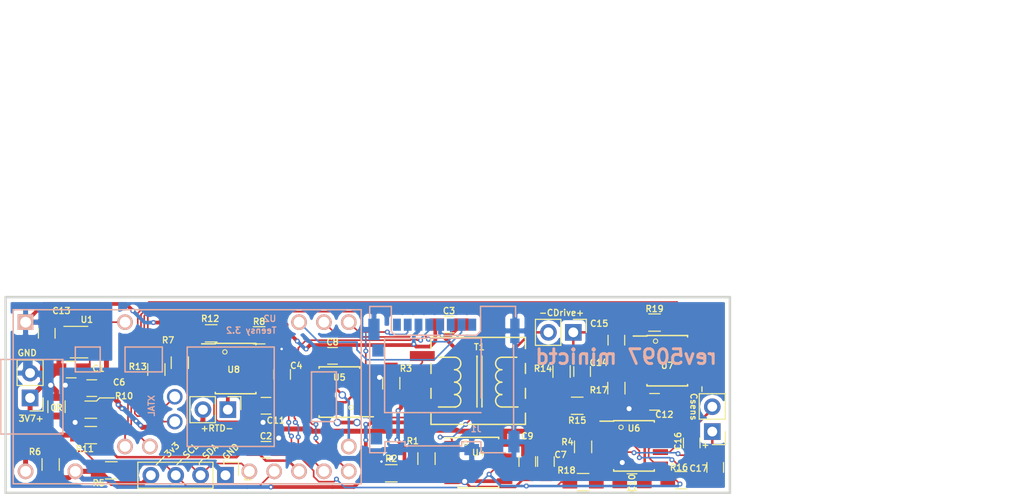
<source format=kicad_pcb>
(kicad_pcb (version 20170123) (host pcbnew "(2017-04-07 revision 70c961f)-master")

  (general
    (links 118)
    (no_connects 0)
    (area 133.117043 58.22 237.771429 112.073433)
    (thickness 1.6)
    (drawings 35)
    (tracks 700)
    (zones 0)
    (modules 49)
    (nets 46)
  )

  (page USLetter)
  (layers
    (0 F.Cu signal)
    (31 B.Cu signal)
    (32 B.Adhes user hide)
    (33 F.Adhes user hide)
    (34 B.Paste user hide)
    (35 F.Paste user hide)
    (36 B.SilkS user)
    (37 F.SilkS user)
    (38 B.Mask user hide)
    (39 F.Mask user hide)
    (40 Dwgs.User user hide)
    (41 Cmts.User user)
    (42 Eco1.User user)
    (43 Eco2.User user)
    (44 Edge.Cuts user)
    (45 Margin user hide)
    (46 B.CrtYd user hide)
    (47 F.CrtYd user hide)
    (48 B.Fab user hide)
    (49 F.Fab user hide)
  )

  (setup
    (last_trace_width 0.254)
    (user_trace_width 0.1651)
    (user_trace_width 0.254)
    (user_trace_width 0.381)
    (user_trace_width 0.508)
    (user_trace_width 1.016)
    (trace_clearance 0.1651)
    (zone_clearance 0.381)
    (zone_45_only no)
    (trace_min 0.1524)
    (segment_width 0.127)
    (edge_width 0.15)
    (via_size 0.508)
    (via_drill 0.254)
    (via_min_size 0.508)
    (via_min_drill 0.254)
    (user_via 0.508 0.254)
    (user_via 0.762 0.508)
    (uvia_size 0.3)
    (uvia_drill 0.1)
    (uvias_allowed no)
    (uvia_min_size 0.2)
    (uvia_min_drill 0.1)
    (pcb_text_width 0.127)
    (pcb_text_size 0.635 0.635)
    (mod_edge_width 0.15)
    (mod_text_size 0.635 0.635)
    (mod_text_width 0.127)
    (pad_size 1.524 1.524)
    (pad_drill 0.762)
    (pad_to_mask_clearance 0.2)
    (aux_axis_origin 134.4 109.1)
    (grid_origin 147.5 102)
    (visible_elements FFFD8E7F)
    (pcbplotparams
      (layerselection 0x00030_80000001)
      (usegerberextensions false)
      (excludeedgelayer true)
      (linewidth 0.200000)
      (plotframeref false)
      (viasonmask false)
      (mode 1)
      (useauxorigin false)
      (hpglpennumber 1)
      (hpglpenspeed 20)
      (hpglpendiameter 15)
      (psnegative false)
      (psa4output false)
      (plotreference true)
      (plotvalue true)
      (plotinvisibletext false)
      (padsonsilk false)
      (subtractmaskfromsilk false)
      (outputformat 1)
      (mirror false)
      (drillshape 1)
      (scaleselection 1)
      (outputdirectory ""))
  )

  (net 0 "")
  (net 1 GND)
  (net 2 /3V3)
  (net 3 /Half3v3)
  (net 4 "Net-(C14-Pad1)")
  (net 5 /CurSense1)
  (net 6 "Net-(C15-Pad1)")
  (net 7 /CurSense2)
  (net 8 /VSense1)
  (net 9 "Net-(C16-Pad2)")
  (net 10 /VSense2)
  (net 11 "Net-(C17-Pad2)")
  (net 12 "Net-(P2-Pad2)")
  (net 13 /SCL)
  (net 14 /SDA)
  (net 15 /Tbridge)
  (net 16 "Net-(R3-Pad1)")
  (net 17 /CurDriveA)
  (net 18 /U6gain)
  (net 19 /U6gain2)
  (net 20 /U8gain)
  (net 21 /U8gain2)
  (net 22 "Net-(R12-Pad2)")
  (net 23 /A12)
  (net 24 /A11)
  (net 25 "Net-(R19-Pad1)")
  (net 26 "Net-(R19-Pad2)")
  (net 27 /CurDriveB)
  (net 28 /A13)
  (net 29 /A0)
  (net 30 /A10)
  (net 31 /DAC)
  (net 32 /T3V3)
  (net 33 /A1)
  (net 34 /CS)
  (net 35 /DOUT)
  (net 36 /SCK)
  (net 37 /DIN)
  (net 38 /3V7)
  (net 39 "Net-(C1-Pad1)")
  (net 40 /EN_3V3)
  (net 41 "Net-(J1-Pad8)")
  (net 42 "Net-(J1-Pad1)")
  (net 43 "Net-(T1-Pad5)")
  (net 44 "Net-(T1-Pad2)")
  (net 45 GNDA)

  (net_class Default "This is the default net class."
    (clearance 0.1651)
    (trace_width 0.1651)
    (via_dia 0.508)
    (via_drill 0.254)
    (uvia_dia 0.3)
    (uvia_drill 0.1)
    (add_net /3V3)
    (add_net /3V7)
    (add_net /A0)
    (add_net /A1)
    (add_net /A10)
    (add_net /A11)
    (add_net /A12)
    (add_net /A13)
    (add_net /CS)
    (add_net /CurDriveA)
    (add_net /CurDriveB)
    (add_net /CurSense1)
    (add_net /CurSense2)
    (add_net /DAC)
    (add_net /DIN)
    (add_net /DOUT)
    (add_net /EN_3V3)
    (add_net /Half3v3)
    (add_net /SCK)
    (add_net /SCL)
    (add_net /SDA)
    (add_net /T3V3)
    (add_net /Tbridge)
    (add_net /U6gain)
    (add_net /U6gain2)
    (add_net /U8gain)
    (add_net /U8gain2)
    (add_net /VSense1)
    (add_net /VSense2)
    (add_net GND)
    (add_net GNDA)
    (add_net "Net-(C1-Pad1)")
    (add_net "Net-(C14-Pad1)")
    (add_net "Net-(C15-Pad1)")
    (add_net "Net-(C16-Pad2)")
    (add_net "Net-(C17-Pad2)")
    (add_net "Net-(J1-Pad1)")
    (add_net "Net-(J1-Pad8)")
    (add_net "Net-(P2-Pad2)")
    (add_net "Net-(R12-Pad2)")
    (add_net "Net-(R19-Pad1)")
    (add_net "Net-(R19-Pad2)")
    (add_net "Net-(R3-Pad1)")
    (add_net "Net-(T1-Pad2)")
    (add_net "Net-(T1-Pad5)")
  )

  (net_class semiwide ""
    (clearance 0.1651)
    (trace_width 0.508)
    (via_dia 0.508)
    (via_drill 0.254)
    (uvia_dia 0.3)
    (uvia_drill 0.1)
  )

  (net_class wide ""
    (clearance 0.1651)
    (trace_width 1.016)
    (via_dia 0.508)
    (via_drill 0.254)
    (uvia_dia 0.3)
    (uvia_drill 0.1)
  )

  (module Resistors_SMD:R_0805 (layer F.Cu) (tedit 593A0783) (tstamp 59391B1B)
    (at 139.2 100 90)
    (descr "Resistor SMD 0805, reflow soldering, Vishay (see dcrcw.pdf)")
    (tags "resistor 0805")
    (path /5938F4F5)
    (attr smd)
    (fp_text reference 0R (at -0.1 0 180) (layer F.SilkS)
      (effects (font (size 0.635 0.635) (thickness 0.127)))
    )
    (fp_text value Wire (at 0 1.75 90) (layer F.Fab)
      (effects (font (size 1 1) (thickness 0.15)))
    )
    (fp_text user %R (at 0 0 90) (layer F.Fab)
      (effects (font (size 0.5 0.5) (thickness 0.075)))
    )
    (fp_line (start -1 0.62) (end -1 -0.62) (layer F.Fab) (width 0.1))
    (fp_line (start 1 0.62) (end -1 0.62) (layer F.Fab) (width 0.1))
    (fp_line (start 1 -0.62) (end 1 0.62) (layer F.Fab) (width 0.1))
    (fp_line (start -1 -0.62) (end 1 -0.62) (layer F.Fab) (width 0.1))
    (fp_line (start 0.6 0.88) (end -0.6 0.88) (layer F.SilkS) (width 0.12))
    (fp_line (start -0.6 -0.88) (end 0.6 -0.88) (layer F.SilkS) (width 0.12))
    (fp_line (start -1.55 -0.9) (end 1.55 -0.9) (layer F.CrtYd) (width 0.05))
    (fp_line (start -1.55 -0.9) (end -1.55 0.9) (layer F.CrtYd) (width 0.05))
    (fp_line (start 1.55 0.9) (end 1.55 -0.9) (layer F.CrtYd) (width 0.05))
    (fp_line (start 1.55 0.9) (end -1.55 0.9) (layer F.CrtYd) (width 0.05))
    (pad 1 smd rect (at -0.95 0 90) (size 0.7 1.3) (layers F.Cu F.Paste F.Mask)
      (net 45 GNDA))
    (pad 2 smd rect (at 0.95 0 90) (size 0.7 1.3) (layers F.Cu F.Paste F.Mask)
      (net 1 GND))
    (model ${KISYS3DMOD}/Resistors_SMD.3dshapes/R_0805.wrl
      (at (xyz 0 0 0))
      (scale (xyz 1 1 1))
      (rotate (xyz 0 0 0))
    )
  )

  (module Housings_SOIC:SOIC-8_3.9x4.9mm_Pitch1.27mm (layer F.Cu) (tedit 58CD0CDA) (tstamp 59191234)
    (at 198.2 104)
    (descr "8-Lead Plastic Small Outline (SN) - Narrow, 3.90 mm Body [SOIC] (see Microchip Packaging Specification 00000049BS.pdf)")
    (tags "SOIC 1.27")
    (path /583262DB)
    (attr smd)
    (fp_text reference U6 (at 0 -1.8) (layer F.SilkS)
      (effects (font (size 0.635 0.635) (thickness 0.127)))
    )
    (fp_text value AD623 (at 0 3.5) (layer F.Fab)
      (effects (font (size 1 1) (thickness 0.15)))
    )
    (fp_text user %R (at 0 0) (layer F.Fab)
      (effects (font (size 1 1) (thickness 0.15)))
    )
    (fp_line (start -0.95 -2.45) (end 1.95 -2.45) (layer F.Fab) (width 0.1))
    (fp_line (start 1.95 -2.45) (end 1.95 2.45) (layer F.Fab) (width 0.1))
    (fp_line (start 1.95 2.45) (end -1.95 2.45) (layer F.Fab) (width 0.1))
    (fp_line (start -1.95 2.45) (end -1.95 -1.45) (layer F.Fab) (width 0.1))
    (fp_line (start -1.95 -1.45) (end -0.95 -2.45) (layer F.Fab) (width 0.1))
    (fp_line (start -3.73 -2.7) (end -3.73 2.7) (layer F.CrtYd) (width 0.05))
    (fp_line (start 3.73 -2.7) (end 3.73 2.7) (layer F.CrtYd) (width 0.05))
    (fp_line (start -3.73 -2.7) (end 3.73 -2.7) (layer F.CrtYd) (width 0.05))
    (fp_line (start -3.73 2.7) (end 3.73 2.7) (layer F.CrtYd) (width 0.05))
    (fp_line (start -2.075 -2.575) (end -2.075 -2.525) (layer F.SilkS) (width 0.15))
    (fp_line (start 2.075 -2.575) (end 2.075 -2.43) (layer F.SilkS) (width 0.15))
    (fp_line (start 2.075 2.575) (end 2.075 2.43) (layer F.SilkS) (width 0.15))
    (fp_line (start -2.075 2.575) (end -2.075 2.43) (layer F.SilkS) (width 0.15))
    (fp_line (start -2.075 -2.575) (end 2.075 -2.575) (layer F.SilkS) (width 0.15))
    (fp_line (start -2.075 2.575) (end 2.075 2.575) (layer F.SilkS) (width 0.15))
    (fp_line (start -2.075 -2.525) (end -3.475 -2.525) (layer F.SilkS) (width 0.15))
    (pad 1 smd rect (at -2.7 -1.905) (size 1.55 0.6) (layers F.Cu F.Paste F.Mask)
      (net 19 /U6gain2))
    (pad 2 smd rect (at -2.7 -0.635) (size 1.55 0.6) (layers F.Cu F.Paste F.Mask)
      (net 10 /VSense2))
    (pad 3 smd rect (at -2.7 0.635) (size 1.55 0.6) (layers F.Cu F.Paste F.Mask)
      (net 8 /VSense1))
    (pad 4 smd rect (at -2.7 1.905) (size 1.55 0.6) (layers F.Cu F.Paste F.Mask)
      (net 45 GNDA))
    (pad 5 smd rect (at 2.7 1.905) (size 1.55 0.6) (layers F.Cu F.Paste F.Mask)
      (net 24 /A11))
    (pad 6 smd rect (at 2.7 0.635) (size 1.55 0.6) (layers F.Cu F.Paste F.Mask)
      (net 30 /A10))
    (pad 7 smd rect (at 2.7 -0.635) (size 1.55 0.6) (layers F.Cu F.Paste F.Mask)
      (net 2 /3V3))
    (pad 8 smd rect (at 2.7 -1.905) (size 1.55 0.6) (layers F.Cu F.Paste F.Mask)
      (net 18 /U6gain))
    (model Housings_SOIC.3dshapes/SOIC-8_3.9x4.9mm_Pitch1.27mm.wrl
      (at (xyz 0 0 0))
      (scale (xyz 1 1 1))
      (rotate (xyz 0 0 0))
    )
  )

  (module my_footprints:Teensy32_for_logger (layer B.Cu) (tedit 59346A51) (tstamp 592D4536)
    (at 152.55 98.98)
    (path /592CFA05)
    (fp_text reference U2 (at 8.45 -7.98) (layer B.SilkS)
      (effects (font (size 0.635 0.635) (thickness 0.127)) (justify mirror))
    )
    (fp_text value Teensy3.2 (at 0 -10.16) (layer B.Fab)
      (effects (font (size 1 1) (thickness 0.15)) (justify mirror))
    )
    (fp_line (start -17.78 -3.81) (end -19.05 -3.81) (layer B.SilkS) (width 0.15))
    (fp_line (start -19.05 -3.81) (end -19.05 3.81) (layer B.SilkS) (width 0.15))
    (fp_line (start -19.05 3.81) (end -17.78 3.81) (layer B.SilkS) (width 0.15))
    (fp_line (start -6.35 -5.08) (end -2.54 -5.08) (layer B.SilkS) (width 0.15))
    (fp_line (start -2.54 -5.08) (end -2.54 -2.54) (layer B.SilkS) (width 0.15))
    (fp_line (start -2.54 -2.54) (end -6.35 -2.54) (layer B.SilkS) (width 0.15))
    (fp_line (start -6.35 -2.54) (end -6.35 -5.08) (layer B.SilkS) (width 0.15))
    (fp_line (start -12.7 -3.81) (end -12.7 3.81) (layer B.SilkS) (width 0.15))
    (fp_line (start -12.7 3.81) (end -17.78 3.81) (layer B.SilkS) (width 0.15))
    (fp_line (start -12.7 -3.81) (end -17.78 -3.81) (layer B.SilkS) (width 0.15))
    (fp_line (start -11.43 -5.08) (end -8.89 -5.08) (layer B.SilkS) (width 0.15))
    (fp_line (start -8.89 -5.08) (end -8.89 -2.54) (layer B.SilkS) (width 0.15))
    (fp_line (start -8.89 -2.54) (end -11.43 -2.54) (layer B.SilkS) (width 0.15))
    (fp_line (start -11.43 -2.54) (end -11.43 -5.08) (layer B.SilkS) (width 0.15))
    (fp_line (start 15.24 2.54) (end 15.24 -2.54) (layer B.SilkS) (width 0.15))
    (fp_line (start 15.24 -2.54) (end 12.7 -2.54) (layer B.SilkS) (width 0.15))
    (fp_line (start 12.7 -2.54) (end 12.7 2.54) (layer B.SilkS) (width 0.15))
    (fp_line (start 12.7 2.54) (end 15.24 2.54) (layer B.SilkS) (width 0.15))
    (fp_line (start 8.89 -5.08) (end 8.89 5.08) (layer B.SilkS) (width 0.15))
    (fp_line (start 0 5.08) (end 0 -5.08) (layer B.SilkS) (width 0.15))
    (fp_line (start 8.89 5.08) (end 0 5.08) (layer B.SilkS) (width 0.15))
    (fp_line (start 8.89 -5.08) (end 0 -5.08) (layer B.SilkS) (width 0.15))
    (fp_line (start -17.78 8.89) (end 17.78 8.89) (layer B.SilkS) (width 0.15))
    (fp_line (start 17.78 8.89) (end 17.78 -8.89) (layer B.SilkS) (width 0.15))
    (fp_line (start 17.78 -8.89) (end -17.78 -8.89) (layer B.SilkS) (width 0.15))
    (fp_line (start -17.78 -8.89) (end -17.78 8.89) (layer B.SilkS) (width 0.15))
    (pad 19 thru_hole circle (at 16.51 5.08) (size 1.6 1.6) (drill 1.1) (layers *.Cu *.Mask B.SilkS)
      (net 31 /DAC))
    (pad 20 thru_hole circle (at 16.51 7.62) (size 1.6 1.6) (drill 1.1) (layers *.Cu *.Mask B.SilkS)
      (net 36 /SCK))
    (pad 14 thru_hole circle (at 16.51 -7.62) (size 1.6 1.6) (drill 1.1) (layers *.Cu *.Mask B.SilkS)
      (net 37 /DIN))
    (pad 21 thru_hole circle (at 13.97 7.62) (size 1.6 1.6) (drill 1.1) (layers *.Cu *.Mask B.SilkS)
      (net 29 /A0))
    (pad 22 thru_hole circle (at 11.43 7.62) (size 1.6 1.6) (drill 1.1) (layers *.Cu *.Mask B.SilkS)
      (net 33 /A1))
    (pad 23 thru_hole circle (at 8.89 7.62) (size 1.6 1.6) (drill 1.1) (layers *.Cu *.Mask B.SilkS)
      (net 13 /SCL))
    (pad 24 thru_hole circle (at 6.35 7.62) (size 1.6 1.6) (drill 1.1) (layers *.Cu *.Mask B.SilkS)
      (net 14 /SDA))
    (pad 31 thru_hole circle (at -11.43 7.62) (size 1.6 1.6) (drill 1.1) (layers *.Cu *.Mask B.SilkS)
      (net 32 /T3V3))
    (pad 33 thru_hole circle (at -16.51 7.62) (size 1.6 1.6) (drill 1.1) (layers *.Cu *.Mask B.SilkS)
      (net 38 /3V7))
    (pad 36 thru_hole circle (at -6.35 5.08) (size 1.6 1.6) (drill 1.1) (layers *.Cu *.Mask B.SilkS)
      (net 30 /A10))
    (pad 37 thru_hole circle (at -3.81 5.08) (size 1.6 1.6) (drill 1.1) (layers *.Cu *.Mask B.SilkS)
      (net 24 /A11))
    (pad 13 thru_hole circle (at 13.97 -7.62) (size 1.6 1.6) (drill 1.1) (layers *.Cu *.Mask B.SilkS)
      (net 35 /DOUT))
    (pad 12 thru_hole circle (at 11.43 -7.62) (size 1.6 1.6) (drill 1.1) (layers *.Cu *.Mask B.SilkS)
      (net 34 /CS))
    (pad 5 thru_hole circle (at -6.35 -7.62) (size 1.6 1.6) (drill 1.1) (layers *.Cu *.Mask B.SilkS)
      (net 40 /EN_3V3))
    (pad 1 thru_hole rect (at -16.51 -7.62) (size 1.6 1.6) (drill 1.1) (layers *.Cu *.Mask B.SilkS)
      (net 1 GND))
    (pad 38 thru_hole circle (at -1.27 0) (size 1.6 1.6) (drill 1.1) (layers *.Cu *.Mask)
      (net 23 /A12))
    (pad 51 thru_hole circle (at -1.27 2.54) (size 1.6 1.6) (drill 1.1) (layers *.Cu *.Mask)
      (net 28 /A13))
    (model /Users/rusty/classes/research/mini-ctd/teensy_model/Teensy_3-2.stp
      (at (xyz 0.7 -0.35 0.1))
      (scale (xyz 1 1 1))
      (rotate (xyz 0 0 -90))
    )
  )

  (module Resistors_SMD:R_0805_HandSoldering (layer F.Cu) (tedit 58E0A804) (tstamp 59191129)
    (at 196.4 98.1 90)
    (descr "Resistor SMD 0805, hand soldering")
    (tags "resistor 0805")
    (path /5919263A)
    (attr smd)
    (fp_text reference R17 (at -0.2 -1.8 180) (layer F.SilkS)
      (effects (font (size 0.635 0.635) (thickness 0.127)))
    )
    (fp_text value 120k (at 0 1.75 90) (layer F.Fab)
      (effects (font (size 1 1) (thickness 0.15)))
    )
    (fp_text user %R (at 0 0 90) (layer F.Fab)
      (effects (font (size 0.5 0.5) (thickness 0.075)))
    )
    (fp_line (start -1 0.62) (end -1 -0.62) (layer F.Fab) (width 0.1))
    (fp_line (start 1 0.62) (end -1 0.62) (layer F.Fab) (width 0.1))
    (fp_line (start 1 -0.62) (end 1 0.62) (layer F.Fab) (width 0.1))
    (fp_line (start -1 -0.62) (end 1 -0.62) (layer F.Fab) (width 0.1))
    (fp_line (start 0.6 0.88) (end -0.6 0.88) (layer F.SilkS) (width 0.12))
    (fp_line (start -0.6 -0.88) (end 0.6 -0.88) (layer F.SilkS) (width 0.12))
    (fp_line (start -2.35 -0.9) (end 2.35 -0.9) (layer F.CrtYd) (width 0.05))
    (fp_line (start -2.35 -0.9) (end -2.35 0.9) (layer F.CrtYd) (width 0.05))
    (fp_line (start 2.35 0.9) (end 2.35 -0.9) (layer F.CrtYd) (width 0.05))
    (fp_line (start 2.35 0.9) (end -2.35 0.9) (layer F.CrtYd) (width 0.05))
    (pad 1 smd rect (at -1.35 0 90) (size 1.5 1.3) (layers F.Cu F.Paste F.Mask)
      (net 23 /A12))
    (pad 2 smd rect (at 1.35 0 90) (size 1.5 1.3) (layers F.Cu F.Paste F.Mask)
      (net 6 "Net-(C15-Pad1)"))
    (model ${KISYS3DMOD}/Resistors_SMD.3dshapes/R_0805.wrl
      (at (xyz 0 0 0))
      (scale (xyz 1 1 1))
      (rotate (xyz 0 0 0))
    )
  )

  (module Resistors_SMD:R_0805_HandSoldering (layer F.Cu) (tedit 58E0A804) (tstamp 5919114B)
    (at 200.3 91.4)
    (descr "Resistor SMD 0805, hand soldering")
    (tags "resistor 0805")
    (path /590F7951)
    (attr smd)
    (fp_text reference R19 (at 0 -1.4) (layer F.SilkS)
      (effects (font (size 0.635 0.635) (thickness 0.127)))
    )
    (fp_text value 10k (at 0 1.75) (layer F.Fab)
      (effects (font (size 1 1) (thickness 0.15)))
    )
    (fp_text user %R (at 0 0) (layer F.Fab)
      (effects (font (size 0.5 0.5) (thickness 0.075)))
    )
    (fp_line (start -1 0.62) (end -1 -0.62) (layer F.Fab) (width 0.1))
    (fp_line (start 1 0.62) (end -1 0.62) (layer F.Fab) (width 0.1))
    (fp_line (start 1 -0.62) (end 1 0.62) (layer F.Fab) (width 0.1))
    (fp_line (start -1 -0.62) (end 1 -0.62) (layer F.Fab) (width 0.1))
    (fp_line (start 0.6 0.88) (end -0.6 0.88) (layer F.SilkS) (width 0.12))
    (fp_line (start -0.6 -0.88) (end 0.6 -0.88) (layer F.SilkS) (width 0.12))
    (fp_line (start -2.35 -0.9) (end 2.35 -0.9) (layer F.CrtYd) (width 0.05))
    (fp_line (start -2.35 -0.9) (end -2.35 0.9) (layer F.CrtYd) (width 0.05))
    (fp_line (start 2.35 0.9) (end 2.35 -0.9) (layer F.CrtYd) (width 0.05))
    (fp_line (start 2.35 0.9) (end -2.35 0.9) (layer F.CrtYd) (width 0.05))
    (pad 1 smd rect (at -1.35 0) (size 1.5 1.3) (layers F.Cu F.Paste F.Mask)
      (net 25 "Net-(R19-Pad1)"))
    (pad 2 smd rect (at 1.35 0) (size 1.5 1.3) (layers F.Cu F.Paste F.Mask)
      (net 26 "Net-(R19-Pad2)"))
    (model ${KISYS3DMOD}/Resistors_SMD.3dshapes/R_0805.wrl
      (at (xyz 0 0 0))
      (scale (xyz 1 1 1))
      (rotate (xyz 0 0 0))
    )
  )

  (module Resistors_SMD:R_0805_HandSoldering (layer F.Cu) (tedit 58E0A804) (tstamp 59191107)
    (at 192.4 99.9 180)
    (descr "Resistor SMD 0805, hand soldering")
    (tags "resistor 0805")
    (path /59191DC5)
    (attr smd)
    (fp_text reference R15 (at 0 -1.5 180) (layer F.SilkS)
      (effects (font (size 0.635 0.635) (thickness 0.127)))
    )
    (fp_text value 120k (at 0 1.75 180) (layer F.Fab)
      (effects (font (size 1 1) (thickness 0.15)))
    )
    (fp_text user %R (at 0 0 180) (layer F.Fab)
      (effects (font (size 0.5 0.5) (thickness 0.075)))
    )
    (fp_line (start -1 0.62) (end -1 -0.62) (layer F.Fab) (width 0.1))
    (fp_line (start 1 0.62) (end -1 0.62) (layer F.Fab) (width 0.1))
    (fp_line (start 1 -0.62) (end 1 0.62) (layer F.Fab) (width 0.1))
    (fp_line (start -1 -0.62) (end 1 -0.62) (layer F.Fab) (width 0.1))
    (fp_line (start 0.6 0.88) (end -0.6 0.88) (layer F.SilkS) (width 0.12))
    (fp_line (start -0.6 -0.88) (end 0.6 -0.88) (layer F.SilkS) (width 0.12))
    (fp_line (start -2.35 -0.9) (end 2.35 -0.9) (layer F.CrtYd) (width 0.05))
    (fp_line (start -2.35 -0.9) (end -2.35 0.9) (layer F.CrtYd) (width 0.05))
    (fp_line (start 2.35 0.9) (end 2.35 -0.9) (layer F.CrtYd) (width 0.05))
    (fp_line (start 2.35 0.9) (end -2.35 0.9) (layer F.CrtYd) (width 0.05))
    (pad 1 smd rect (at -1.35 0 180) (size 1.5 1.3) (layers F.Cu F.Paste F.Mask)
      (net 23 /A12))
    (pad 2 smd rect (at 1.35 0 180) (size 1.5 1.3) (layers F.Cu F.Paste F.Mask)
      (net 4 "Net-(C14-Pad1)"))
    (model ${KISYS3DMOD}/Resistors_SMD.3dshapes/R_0805.wrl
      (at (xyz 0 0 0))
      (scale (xyz 1 1 1))
      (rotate (xyz 0 0 0))
    )
  )

  (module Housings_SOIC:SOIC-8_3.9x4.9mm_Pitch1.27mm (layer F.Cu) (tedit 58CD0CDA) (tstamp 591911FA)
    (at 182.3 105.7)
    (descr "8-Lead Plastic Small Outline (SN) - Narrow, 3.90 mm Body [SOIC] (see Microchip Packaging Specification 00000049BS.pdf)")
    (tags "SOIC 1.27")
    (path /5911595D)
    (attr smd)
    (fp_text reference U4 (at 0 -1) (layer F.SilkS)
      (effects (font (size 0.635 0.635) (thickness 0.127)))
    )
    (fp_text value MCP6072 (at 0 3.5) (layer F.Fab)
      (effects (font (size 1 1) (thickness 0.15)))
    )
    (fp_text user %R (at 0 0) (layer F.Fab)
      (effects (font (size 1 1) (thickness 0.15)))
    )
    (fp_line (start -0.95 -2.45) (end 1.95 -2.45) (layer F.Fab) (width 0.1))
    (fp_line (start 1.95 -2.45) (end 1.95 2.45) (layer F.Fab) (width 0.1))
    (fp_line (start 1.95 2.45) (end -1.95 2.45) (layer F.Fab) (width 0.1))
    (fp_line (start -1.95 2.45) (end -1.95 -1.45) (layer F.Fab) (width 0.1))
    (fp_line (start -1.95 -1.45) (end -0.95 -2.45) (layer F.Fab) (width 0.1))
    (fp_line (start -3.73 -2.7) (end -3.73 2.7) (layer F.CrtYd) (width 0.05))
    (fp_line (start 3.73 -2.7) (end 3.73 2.7) (layer F.CrtYd) (width 0.05))
    (fp_line (start -3.73 -2.7) (end 3.73 -2.7) (layer F.CrtYd) (width 0.05))
    (fp_line (start -3.73 2.7) (end 3.73 2.7) (layer F.CrtYd) (width 0.05))
    (fp_line (start -2.075 -2.575) (end -2.075 -2.525) (layer F.SilkS) (width 0.15))
    (fp_line (start 2.075 -2.575) (end 2.075 -2.43) (layer F.SilkS) (width 0.15))
    (fp_line (start 2.075 2.575) (end 2.075 2.43) (layer F.SilkS) (width 0.15))
    (fp_line (start -2.075 2.575) (end -2.075 2.43) (layer F.SilkS) (width 0.15))
    (fp_line (start -2.075 -2.575) (end 2.075 -2.575) (layer F.SilkS) (width 0.15))
    (fp_line (start -2.075 2.575) (end 2.075 2.575) (layer F.SilkS) (width 0.15))
    (fp_line (start -2.075 -2.525) (end -3.475 -2.525) (layer F.SilkS) (width 0.15))
    (pad 1 smd rect (at -2.7 -1.905) (size 1.55 0.6) (layers F.Cu F.Paste F.Mask)
      (net 23 /A12))
    (pad 2 smd rect (at -2.7 -0.635) (size 1.55 0.6) (layers F.Cu F.Paste F.Mask)
      (net 23 /A12))
    (pad 3 smd rect (at -2.7 0.635) (size 1.55 0.6) (layers F.Cu F.Paste F.Mask)
      (net 3 /Half3v3))
    (pad 4 smd rect (at -2.7 1.905) (size 1.55 0.6) (layers F.Cu F.Paste F.Mask)
      (net 45 GNDA))
    (pad 5 smd rect (at 2.7 1.905) (size 1.55 0.6) (layers F.Cu F.Paste F.Mask)
      (net 3 /Half3v3))
    (pad 6 smd rect (at 2.7 0.635) (size 1.55 0.6) (layers F.Cu F.Paste F.Mask)
      (net 24 /A11))
    (pad 7 smd rect (at 2.7 -0.635) (size 1.55 0.6) (layers F.Cu F.Paste F.Mask)
      (net 24 /A11))
    (pad 8 smd rect (at 2.7 -1.905) (size 1.55 0.6) (layers F.Cu F.Paste F.Mask)
      (net 2 /3V3))
    (model Housings_SOIC.3dshapes/SOIC-8_3.9x4.9mm_Pitch1.27mm.wrl
      (at (xyz 0 0 0))
      (scale (xyz 1 1 1))
      (rotate (xyz 0 0 0))
    )
  )

  (module Capacitors_SMD:C_0805_HandSoldering (layer F.Cu) (tedit 58AA84A8) (tstamp 59190EFC)
    (at 189.2 105.6 270)
    (descr "Capacitor SMD 0805, hand soldering")
    (tags "capacitor 0805")
    (path /58325918)
    (attr smd)
    (fp_text reference C7 (at -0.7 -1.5) (layer F.SilkS)
      (effects (font (size 0.635 0.635) (thickness 0.127)))
    )
    (fp_text value 0.1uF (at 0 1.75 270) (layer F.Fab)
      (effects (font (size 1 1) (thickness 0.15)))
    )
    (fp_text user %R (at 0 -1.75 270) (layer F.Fab)
      (effects (font (size 1 1) (thickness 0.15)))
    )
    (fp_line (start -1 0.62) (end -1 -0.62) (layer F.Fab) (width 0.1))
    (fp_line (start 1 0.62) (end -1 0.62) (layer F.Fab) (width 0.1))
    (fp_line (start 1 -0.62) (end 1 0.62) (layer F.Fab) (width 0.1))
    (fp_line (start -1 -0.62) (end 1 -0.62) (layer F.Fab) (width 0.1))
    (fp_line (start 0.5 -0.85) (end -0.5 -0.85) (layer F.SilkS) (width 0.12))
    (fp_line (start -0.5 0.85) (end 0.5 0.85) (layer F.SilkS) (width 0.12))
    (fp_line (start -2.25 -0.88) (end 2.25 -0.88) (layer F.CrtYd) (width 0.05))
    (fp_line (start -2.25 -0.88) (end -2.25 0.87) (layer F.CrtYd) (width 0.05))
    (fp_line (start 2.25 0.87) (end 2.25 -0.88) (layer F.CrtYd) (width 0.05))
    (fp_line (start 2.25 0.87) (end -2.25 0.87) (layer F.CrtYd) (width 0.05))
    (pad 1 smd rect (at -1.25 0 270) (size 1.5 1.25) (layers F.Cu F.Paste F.Mask)
      (net 3 /Half3v3))
    (pad 2 smd rect (at 1.25 0 270) (size 1.5 1.25) (layers F.Cu F.Paste F.Mask)
      (net 45 GNDA))
    (model Capacitors_SMD.3dshapes/C_0805.wrl
      (at (xyz 0 0 0))
      (scale (xyz 1 1 1))
      (rotate (xyz 0 0 0))
    )
  )

  (module Capacitors_SMD:C_0805_HandSoldering (layer F.Cu) (tedit 58AA84A8) (tstamp 59190F1E)
    (at 187.3 105.6 270)
    (descr "Capacitor SMD 0805, hand soldering")
    (tags "capacitor 0805")
    (path /583D3760)
    (attr smd)
    (fp_text reference C9 (at -2.6 0) (layer F.SilkS)
      (effects (font (size 0.635 0.635) (thickness 0.127)))
    )
    (fp_text value 0.1uF (at 0 1.75 270) (layer F.Fab)
      (effects (font (size 1 1) (thickness 0.15)))
    )
    (fp_text user %R (at 0 -1.75 270) (layer F.Fab)
      (effects (font (size 1 1) (thickness 0.15)))
    )
    (fp_line (start -1 0.62) (end -1 -0.62) (layer F.Fab) (width 0.1))
    (fp_line (start 1 0.62) (end -1 0.62) (layer F.Fab) (width 0.1))
    (fp_line (start 1 -0.62) (end 1 0.62) (layer F.Fab) (width 0.1))
    (fp_line (start -1 -0.62) (end 1 -0.62) (layer F.Fab) (width 0.1))
    (fp_line (start 0.5 -0.85) (end -0.5 -0.85) (layer F.SilkS) (width 0.12))
    (fp_line (start -0.5 0.85) (end 0.5 0.85) (layer F.SilkS) (width 0.12))
    (fp_line (start -2.25 -0.88) (end 2.25 -0.88) (layer F.CrtYd) (width 0.05))
    (fp_line (start -2.25 -0.88) (end -2.25 0.87) (layer F.CrtYd) (width 0.05))
    (fp_line (start 2.25 0.87) (end 2.25 -0.88) (layer F.CrtYd) (width 0.05))
    (fp_line (start 2.25 0.87) (end -2.25 0.87) (layer F.CrtYd) (width 0.05))
    (pad 1 smd rect (at -1.25 0 270) (size 1.5 1.25) (layers F.Cu F.Paste F.Mask)
      (net 2 /3V3))
    (pad 2 smd rect (at 1.25 0 270) (size 1.5 1.25) (layers F.Cu F.Paste F.Mask)
      (net 45 GNDA))
    (model Capacitors_SMD.3dshapes/C_0805.wrl
      (at (xyz 0 0 0))
      (scale (xyz 1 1 1))
      (rotate (xyz 0 0 0))
    )
  )

  (module Capacitors_SMD:C_0805_HandSoldering (layer F.Cu) (tedit 58AA84A8) (tstamp 59190F2F)
    (at 198 107.7 180)
    (descr "Capacitor SMD 0805, hand soldering")
    (tags "capacitor 0805")
    (path /583D3F2E)
    (attr smd)
    (fp_text reference C10 (at 0 -0.1 270) (layer F.SilkS)
      (effects (font (size 0.635 0.635) (thickness 0.127)))
    )
    (fp_text value 0.1uF (at 0 1.75 180) (layer F.Fab)
      (effects (font (size 1 1) (thickness 0.15)))
    )
    (fp_text user %R (at -0.7 1.4 180) (layer F.Fab)
      (effects (font (size 1 1) (thickness 0.15)))
    )
    (fp_line (start -1 0.62) (end -1 -0.62) (layer F.Fab) (width 0.1))
    (fp_line (start 1 0.62) (end -1 0.62) (layer F.Fab) (width 0.1))
    (fp_line (start 1 -0.62) (end 1 0.62) (layer F.Fab) (width 0.1))
    (fp_line (start -1 -0.62) (end 1 -0.62) (layer F.Fab) (width 0.1))
    (fp_line (start 0.5 -0.85) (end -0.5 -0.85) (layer F.SilkS) (width 0.12))
    (fp_line (start -0.5 0.85) (end 0.5 0.85) (layer F.SilkS) (width 0.12))
    (fp_line (start -2.25 -0.88) (end 2.25 -0.88) (layer F.CrtYd) (width 0.05))
    (fp_line (start -2.25 -0.88) (end -2.25 0.87) (layer F.CrtYd) (width 0.05))
    (fp_line (start 2.25 0.87) (end 2.25 -0.88) (layer F.CrtYd) (width 0.05))
    (fp_line (start 2.25 0.87) (end -2.25 0.87) (layer F.CrtYd) (width 0.05))
    (pad 1 smd rect (at -1.25 0 180) (size 1.5 1.25) (layers F.Cu F.Paste F.Mask)
      (net 2 /3V3))
    (pad 2 smd rect (at 1.25 0 180) (size 1.5 1.25) (layers F.Cu F.Paste F.Mask)
      (net 45 GNDA))
    (model Capacitors_SMD.3dshapes/C_0805.wrl
      (at (xyz 0 0 0))
      (scale (xyz 1 1 1))
      (rotate (xyz 0 0 0))
    )
  )

  (module Capacitors_SMD:C_0805_HandSoldering (layer F.Cu) (tedit 58AA84A8) (tstamp 59190F51)
    (at 200.3 99.5 180)
    (descr "Capacitor SMD 0805, hand soldering")
    (tags "capacitor 0805")
    (path /583D1292)
    (attr smd)
    (fp_text reference C12 (at -1 -1.3 180) (layer F.SilkS)
      (effects (font (size 0.635 0.635) (thickness 0.127)))
    )
    (fp_text value 0.1uF (at 0 1.75 180) (layer F.Fab)
      (effects (font (size 1 1) (thickness 0.15)))
    )
    (fp_text user %R (at 0 -1.75 180) (layer F.Fab)
      (effects (font (size 1 1) (thickness 0.15)))
    )
    (fp_line (start -1 0.62) (end -1 -0.62) (layer F.Fab) (width 0.1))
    (fp_line (start 1 0.62) (end -1 0.62) (layer F.Fab) (width 0.1))
    (fp_line (start 1 -0.62) (end 1 0.62) (layer F.Fab) (width 0.1))
    (fp_line (start -1 -0.62) (end 1 -0.62) (layer F.Fab) (width 0.1))
    (fp_line (start 0.5 -0.85) (end -0.5 -0.85) (layer F.SilkS) (width 0.12))
    (fp_line (start -0.5 0.85) (end 0.5 0.85) (layer F.SilkS) (width 0.12))
    (fp_line (start -2.25 -0.88) (end 2.25 -0.88) (layer F.CrtYd) (width 0.05))
    (fp_line (start -2.25 -0.88) (end -2.25 0.87) (layer F.CrtYd) (width 0.05))
    (fp_line (start 2.25 0.87) (end 2.25 -0.88) (layer F.CrtYd) (width 0.05))
    (fp_line (start 2.25 0.87) (end -2.25 0.87) (layer F.CrtYd) (width 0.05))
    (pad 1 smd rect (at -1.25 0 180) (size 1.5 1.25) (layers F.Cu F.Paste F.Mask)
      (net 2 /3V3))
    (pad 2 smd rect (at 1.25 0 180) (size 1.5 1.25) (layers F.Cu F.Paste F.Mask)
      (net 45 GNDA))
    (model Capacitors_SMD.3dshapes/C_0805.wrl
      (at (xyz 0 0 0))
      (scale (xyz 1 1 1))
      (rotate (xyz 0 0 0))
    )
  )

  (module Capacitors_SMD:C_0805_HandSoldering (layer F.Cu) (tedit 58AA84A8) (tstamp 59190F95)
    (at 204.1 103.7 90)
    (descr "Capacitor SMD 0805, hand soldering")
    (tags "capacitor 0805")
    (path /5918DE48)
    (attr smd)
    (fp_text reference C16 (at 0.2 -1.4 270) (layer F.SilkS)
      (effects (font (size 0.635 0.635) (thickness 0.127)))
    )
    (fp_text value 10uF (at 0 1.75 90) (layer F.Fab)
      (effects (font (size 1 1) (thickness 0.15)))
    )
    (fp_text user %R (at 0 -1.75 90) (layer F.Fab)
      (effects (font (size 1 1) (thickness 0.15)))
    )
    (fp_line (start -1 0.62) (end -1 -0.62) (layer F.Fab) (width 0.1))
    (fp_line (start 1 0.62) (end -1 0.62) (layer F.Fab) (width 0.1))
    (fp_line (start 1 -0.62) (end 1 0.62) (layer F.Fab) (width 0.1))
    (fp_line (start -1 -0.62) (end 1 -0.62) (layer F.Fab) (width 0.1))
    (fp_line (start 0.5 -0.85) (end -0.5 -0.85) (layer F.SilkS) (width 0.12))
    (fp_line (start -0.5 0.85) (end 0.5 0.85) (layer F.SilkS) (width 0.12))
    (fp_line (start -2.25 -0.88) (end 2.25 -0.88) (layer F.CrtYd) (width 0.05))
    (fp_line (start -2.25 -0.88) (end -2.25 0.87) (layer F.CrtYd) (width 0.05))
    (fp_line (start 2.25 0.87) (end 2.25 -0.88) (layer F.CrtYd) (width 0.05))
    (fp_line (start 2.25 0.87) (end -2.25 0.87) (layer F.CrtYd) (width 0.05))
    (pad 1 smd rect (at -1.25 0 90) (size 1.5 1.25) (layers F.Cu F.Paste F.Mask)
      (net 8 /VSense1))
    (pad 2 smd rect (at 1.25 0 90) (size 1.5 1.25) (layers F.Cu F.Paste F.Mask)
      (net 9 "Net-(C16-Pad2)"))
    (model Capacitors_SMD.3dshapes/C_0805.wrl
      (at (xyz 0 0 0))
      (scale (xyz 1 1 1))
      (rotate (xyz 0 0 0))
    )
  )

  (module Capacitors_SMD:C_0805_HandSoldering (layer F.Cu) (tedit 58AA84A8) (tstamp 59190FA6)
    (at 206.5 106.2 90)
    (descr "Capacitor SMD 0805, hand soldering")
    (tags "capacitor 0805")
    (path /5918E663)
    (attr smd)
    (fp_text reference C17 (at -0.1 -1.7 180) (layer F.SilkS)
      (effects (font (size 0.635 0.635) (thickness 0.127)))
    )
    (fp_text value 10uF (at 0 1.75 90) (layer F.Fab)
      (effects (font (size 1 1) (thickness 0.15)))
    )
    (fp_text user %R (at 0 -1.75 90) (layer F.Fab)
      (effects (font (size 1 1) (thickness 0.15)))
    )
    (fp_line (start -1 0.62) (end -1 -0.62) (layer F.Fab) (width 0.1))
    (fp_line (start 1 0.62) (end -1 0.62) (layer F.Fab) (width 0.1))
    (fp_line (start 1 -0.62) (end 1 0.62) (layer F.Fab) (width 0.1))
    (fp_line (start -1 -0.62) (end 1 -0.62) (layer F.Fab) (width 0.1))
    (fp_line (start 0.5 -0.85) (end -0.5 -0.85) (layer F.SilkS) (width 0.12))
    (fp_line (start -0.5 0.85) (end 0.5 0.85) (layer F.SilkS) (width 0.12))
    (fp_line (start -2.25 -0.88) (end 2.25 -0.88) (layer F.CrtYd) (width 0.05))
    (fp_line (start -2.25 -0.88) (end -2.25 0.87) (layer F.CrtYd) (width 0.05))
    (fp_line (start 2.25 0.87) (end 2.25 -0.88) (layer F.CrtYd) (width 0.05))
    (fp_line (start 2.25 0.87) (end -2.25 0.87) (layer F.CrtYd) (width 0.05))
    (pad 1 smd rect (at -1.25 0 90) (size 1.5 1.25) (layers F.Cu F.Paste F.Mask)
      (net 10 /VSense2))
    (pad 2 smd rect (at 1.25 0 90) (size 1.5 1.25) (layers F.Cu F.Paste F.Mask)
      (net 11 "Net-(C17-Pad2)"))
    (model Capacitors_SMD.3dshapes/C_0805.wrl
      (at (xyz 0 0 0))
      (scale (xyz 1 1 1))
      (rotate (xyz 0 0 0))
    )
  )

  (module Resistors_SMD:R_0805_HandSoldering (layer F.Cu) (tedit 58E0A804) (tstamp 5919104C)
    (at 193 104.1 90)
    (descr "Resistor SMD 0805, hand soldering")
    (tags "resistor 0805")
    (path /58326E21)
    (attr smd)
    (fp_text reference R4 (at 0.5 -1.6 180) (layer F.SilkS)
      (effects (font (size 0.635 0.635) (thickness 0.127)))
    )
    (fp_text value 10k (at 0 1.75 90) (layer F.Fab)
      (effects (font (size 1 1) (thickness 0.15)))
    )
    (fp_text user %R (at 0 0 90) (layer F.Fab)
      (effects (font (size 0.5 0.5) (thickness 0.075)))
    )
    (fp_line (start -1 0.62) (end -1 -0.62) (layer F.Fab) (width 0.1))
    (fp_line (start 1 0.62) (end -1 0.62) (layer F.Fab) (width 0.1))
    (fp_line (start 1 -0.62) (end 1 0.62) (layer F.Fab) (width 0.1))
    (fp_line (start -1 -0.62) (end 1 -0.62) (layer F.Fab) (width 0.1))
    (fp_line (start 0.6 0.88) (end -0.6 0.88) (layer F.SilkS) (width 0.12))
    (fp_line (start -0.6 -0.88) (end 0.6 -0.88) (layer F.SilkS) (width 0.12))
    (fp_line (start -2.35 -0.9) (end 2.35 -0.9) (layer F.CrtYd) (width 0.05))
    (fp_line (start -2.35 -0.9) (end -2.35 0.9) (layer F.CrtYd) (width 0.05))
    (fp_line (start 2.35 0.9) (end 2.35 -0.9) (layer F.CrtYd) (width 0.05))
    (fp_line (start 2.35 0.9) (end -2.35 0.9) (layer F.CrtYd) (width 0.05))
    (pad 1 smd rect (at -1.35 0 90) (size 1.5 1.3) (layers F.Cu F.Paste F.Mask)
      (net 18 /U6gain))
    (pad 2 smd rect (at 1.35 0 90) (size 1.5 1.3) (layers F.Cu F.Paste F.Mask)
      (net 19 /U6gain2))
    (model ${KISYS3DMOD}/Resistors_SMD.3dshapes/R_0805.wrl
      (at (xyz 0 0 0))
      (scale (xyz 1 1 1))
      (rotate (xyz 0 0 0))
    )
  )

  (module Pin_Headers:Pin_Header_Straight_1x02_Pitch2.54mm (layer F.Cu) (tedit 593A1C8D) (tstamp 591931E0)
    (at 206.2 102.54 180)
    (descr "Through hole straight pin header, 1x02, 2.54mm pitch, single row")
    (tags "Through hole pin header THT 1x02 2.54mm single row")
    (path /5832AE94)
    (fp_text reference P1 (at 1.9 2.04 180) (layer F.SilkS) hide
      (effects (font (size 0.635 0.635) (thickness 0.127)))
    )
    (fp_text value CONN_01X02 (at 0 4.87 180) (layer F.Fab)
      (effects (font (size 1 1) (thickness 0.15)))
    )
    (fp_line (start -1.27 -1.27) (end -1.27 3.81) (layer F.Fab) (width 0.1))
    (fp_line (start -1.27 3.81) (end 1.27 3.81) (layer F.Fab) (width 0.1))
    (fp_line (start 1.27 3.81) (end 1.27 -1.27) (layer F.Fab) (width 0.1))
    (fp_line (start 1.27 -1.27) (end -1.27 -1.27) (layer F.Fab) (width 0.1))
    (fp_line (start -1.33 1.27) (end -1.33 3.87) (layer F.SilkS) (width 0.12))
    (fp_line (start -1.33 3.87) (end 1.33 3.87) (layer F.SilkS) (width 0.12))
    (fp_line (start 1.33 3.87) (end 1.33 1.27) (layer F.SilkS) (width 0.12))
    (fp_line (start 1.33 1.27) (end -1.33 1.27) (layer F.SilkS) (width 0.12))
    (fp_line (start -1.33 0) (end -1.33 -1.33) (layer F.SilkS) (width 0.12))
    (fp_line (start -1.33 -1.33) (end 0 -1.33) (layer F.SilkS) (width 0.12))
    (fp_line (start -1.8 -1.8) (end -1.8 4.35) (layer F.CrtYd) (width 0.05))
    (fp_line (start -1.8 4.35) (end 1.8 4.35) (layer F.CrtYd) (width 0.05))
    (fp_line (start 1.8 4.35) (end 1.8 -1.8) (layer F.CrtYd) (width 0.05))
    (fp_line (start 1.8 -1.8) (end -1.8 -1.8) (layer F.CrtYd) (width 0.05))
    (fp_text user %R (at 0 -2.33 180) (layer F.Fab)
      (effects (font (size 1 1) (thickness 0.15)))
    )
    (pad 1 thru_hole rect (at 0 0 180) (size 1.7 1.7) (drill 1) (layers *.Cu *.Mask)
      (net 11 "Net-(C17-Pad2)"))
    (pad 2 thru_hole oval (at 0 2.54 180) (size 1.7 1.7) (drill 1) (layers *.Cu *.Mask)
      (net 9 "Net-(C16-Pad2)"))
    (model ${KISYS3DMOD}/Pin_Headers.3dshapes/Pin_Header_Straight_1x02_Pitch2.54mm.wrl
      (at (xyz 0 -0.05 0))
      (scale (xyz 1 1 1))
      (rotate (xyz 0 0 90))
    )
  )

  (module Housings_SOIC:SOIC-8_3.9x4.9mm_Pitch1.27mm (layer F.Cu) (tedit 58CD0CDA) (tstamp 59191251)
    (at 201.6 95.3)
    (descr "8-Lead Plastic Small Outline (SN) - Narrow, 3.90 mm Body [SOIC] (see Microchip Packaging Specification 00000049BS.pdf)")
    (tags "SOIC 1.27")
    (path /590F4FE5)
    (attr smd)
    (fp_text reference U7 (at 0 0.5) (layer F.SilkS)
      (effects (font (size 0.635 0.635) (thickness 0.127)))
    )
    (fp_text value AD623 (at 0 3.5) (layer F.Fab)
      (effects (font (size 1 1) (thickness 0.15)))
    )
    (fp_text user %R (at 0 0) (layer F.Fab)
      (effects (font (size 1 1) (thickness 0.15)))
    )
    (fp_line (start -0.95 -2.45) (end 1.95 -2.45) (layer F.Fab) (width 0.1))
    (fp_line (start 1.95 -2.45) (end 1.95 2.45) (layer F.Fab) (width 0.1))
    (fp_line (start 1.95 2.45) (end -1.95 2.45) (layer F.Fab) (width 0.1))
    (fp_line (start -1.95 2.45) (end -1.95 -1.45) (layer F.Fab) (width 0.1))
    (fp_line (start -1.95 -1.45) (end -0.95 -2.45) (layer F.Fab) (width 0.1))
    (fp_line (start -3.73 -2.7) (end -3.73 2.7) (layer F.CrtYd) (width 0.05))
    (fp_line (start 3.73 -2.7) (end 3.73 2.7) (layer F.CrtYd) (width 0.05))
    (fp_line (start -3.73 -2.7) (end 3.73 -2.7) (layer F.CrtYd) (width 0.05))
    (fp_line (start -3.73 2.7) (end 3.73 2.7) (layer F.CrtYd) (width 0.05))
    (fp_line (start -2.075 -2.575) (end -2.075 -2.525) (layer F.SilkS) (width 0.15))
    (fp_line (start 2.075 -2.575) (end 2.075 -2.43) (layer F.SilkS) (width 0.15))
    (fp_line (start 2.075 2.575) (end 2.075 2.43) (layer F.SilkS) (width 0.15))
    (fp_line (start -2.075 2.575) (end -2.075 2.43) (layer F.SilkS) (width 0.15))
    (fp_line (start -2.075 -2.575) (end 2.075 -2.575) (layer F.SilkS) (width 0.15))
    (fp_line (start -2.075 2.575) (end 2.075 2.575) (layer F.SilkS) (width 0.15))
    (fp_line (start -2.075 -2.525) (end -3.475 -2.525) (layer F.SilkS) (width 0.15))
    (pad 1 smd rect (at -2.7 -1.905) (size 1.55 0.6) (layers F.Cu F.Paste F.Mask)
      (net 25 "Net-(R19-Pad1)"))
    (pad 2 smd rect (at -2.7 -0.635) (size 1.55 0.6) (layers F.Cu F.Paste F.Mask)
      (net 6 "Net-(C15-Pad1)"))
    (pad 3 smd rect (at -2.7 0.635) (size 1.55 0.6) (layers F.Cu F.Paste F.Mask)
      (net 4 "Net-(C14-Pad1)"))
    (pad 4 smd rect (at -2.7 1.905) (size 1.55 0.6) (layers F.Cu F.Paste F.Mask)
      (net 45 GNDA))
    (pad 5 smd rect (at 2.7 1.905) (size 1.55 0.6) (layers F.Cu F.Paste F.Mask)
      (net 23 /A12))
    (pad 6 smd rect (at 2.7 0.635) (size 1.55 0.6) (layers F.Cu F.Paste F.Mask)
      (net 28 /A13))
    (pad 7 smd rect (at 2.7 -0.635) (size 1.55 0.6) (layers F.Cu F.Paste F.Mask)
      (net 2 /3V3))
    (pad 8 smd rect (at 2.7 -1.905) (size 1.55 0.6) (layers F.Cu F.Paste F.Mask)
      (net 26 "Net-(R19-Pad2)"))
    (model Housings_SOIC.3dshapes/SOIC-8_3.9x4.9mm_Pitch1.27mm.wrl
      (at (xyz 0 0 0))
      (scale (xyz 1 1 1))
      (rotate (xyz 0 0 0))
    )
  )

  (module Resistors_SMD:R_0805_HandSoldering (layer F.Cu) (tedit 58E0A804) (tstamp 59191118)
    (at 203 107.5)
    (descr "Resistor SMD 0805, hand soldering")
    (tags "resistor 0805")
    (path /59191765)
    (attr smd)
    (fp_text reference R16 (at -0.2 -1.3) (layer F.SilkS)
      (effects (font (size 0.635 0.635) (thickness 0.127)))
    )
    (fp_text value 120k (at 0 1.75) (layer F.Fab)
      (effects (font (size 1 1) (thickness 0.15)))
    )
    (fp_text user %R (at 0 0) (layer F.Fab)
      (effects (font (size 0.5 0.5) (thickness 0.075)))
    )
    (fp_line (start -1 0.62) (end -1 -0.62) (layer F.Fab) (width 0.1))
    (fp_line (start 1 0.62) (end -1 0.62) (layer F.Fab) (width 0.1))
    (fp_line (start 1 -0.62) (end 1 0.62) (layer F.Fab) (width 0.1))
    (fp_line (start -1 -0.62) (end 1 -0.62) (layer F.Fab) (width 0.1))
    (fp_line (start 0.6 0.88) (end -0.6 0.88) (layer F.SilkS) (width 0.12))
    (fp_line (start -0.6 -0.88) (end 0.6 -0.88) (layer F.SilkS) (width 0.12))
    (fp_line (start -2.35 -0.9) (end 2.35 -0.9) (layer F.CrtYd) (width 0.05))
    (fp_line (start -2.35 -0.9) (end -2.35 0.9) (layer F.CrtYd) (width 0.05))
    (fp_line (start 2.35 0.9) (end 2.35 -0.9) (layer F.CrtYd) (width 0.05))
    (fp_line (start 2.35 0.9) (end -2.35 0.9) (layer F.CrtYd) (width 0.05))
    (pad 1 smd rect (at -1.35 0) (size 1.5 1.3) (layers F.Cu F.Paste F.Mask)
      (net 24 /A11))
    (pad 2 smd rect (at 1.35 0) (size 1.5 1.3) (layers F.Cu F.Paste F.Mask)
      (net 10 /VSense2))
    (model ${KISYS3DMOD}/Resistors_SMD.3dshapes/R_0805.wrl
      (at (xyz 0 0 0))
      (scale (xyz 1 1 1))
      (rotate (xyz 0 0 0))
    )
  )

  (module Resistors_SMD:R_0805_HandSoldering (layer F.Cu) (tedit 58E0A804) (tstamp 5919113A)
    (at 193 107.7)
    (descr "Resistor SMD 0805, hand soldering")
    (tags "resistor 0805")
    (path /59191839)
    (attr smd)
    (fp_text reference R18 (at -1.7 -1.2) (layer F.SilkS)
      (effects (font (size 0.635 0.635) (thickness 0.127)))
    )
    (fp_text value 120k (at 0 1.75) (layer F.Fab)
      (effects (font (size 1 1) (thickness 0.15)))
    )
    (fp_text user %R (at 0 0) (layer F.Fab)
      (effects (font (size 0.5 0.5) (thickness 0.075)))
    )
    (fp_line (start -1 0.62) (end -1 -0.62) (layer F.Fab) (width 0.1))
    (fp_line (start 1 0.62) (end -1 0.62) (layer F.Fab) (width 0.1))
    (fp_line (start 1 -0.62) (end 1 0.62) (layer F.Fab) (width 0.1))
    (fp_line (start -1 -0.62) (end 1 -0.62) (layer F.Fab) (width 0.1))
    (fp_line (start 0.6 0.88) (end -0.6 0.88) (layer F.SilkS) (width 0.12))
    (fp_line (start -0.6 -0.88) (end 0.6 -0.88) (layer F.SilkS) (width 0.12))
    (fp_line (start -2.35 -0.9) (end 2.35 -0.9) (layer F.CrtYd) (width 0.05))
    (fp_line (start -2.35 -0.9) (end -2.35 0.9) (layer F.CrtYd) (width 0.05))
    (fp_line (start 2.35 0.9) (end 2.35 -0.9) (layer F.CrtYd) (width 0.05))
    (fp_line (start 2.35 0.9) (end -2.35 0.9) (layer F.CrtYd) (width 0.05))
    (pad 1 smd rect (at -1.35 0) (size 1.5 1.3) (layers F.Cu F.Paste F.Mask)
      (net 24 /A11))
    (pad 2 smd rect (at 1.35 0) (size 1.5 1.3) (layers F.Cu F.Paste F.Mask)
      (net 8 /VSense1))
    (model ${KISYS3DMOD}/Resistors_SMD.3dshapes/R_0805.wrl
      (at (xyz 0 0 0))
      (scale (xyz 1 1 1))
      (rotate (xyz 0 0 0))
    )
  )

  (module TO_SOT_Packages_SMD:SOT-23-5 (layer F.Cu) (tedit 593A1654) (tstamp 592CFE12)
    (at 141.5 93.4)
    (descr "5-pin SOT23 package")
    (tags SOT-23-5)
    (path /5929A63B)
    (attr smd)
    (fp_text reference U1 (at 0.8 -2.3) (layer F.SilkS)
      (effects (font (size 0.635 0.635) (thickness 0.127)))
    )
    (fp_text value LD3985M33R (at 0 2.9) (layer F.Fab)
      (effects (font (size 1 1) (thickness 0.15)))
    )
    (fp_line (start 0.9 -1.55) (end 0.9 1.55) (layer F.Fab) (width 0.1))
    (fp_line (start 0.9 1.55) (end -0.9 1.55) (layer F.Fab) (width 0.1))
    (fp_line (start -0.9 -0.9) (end -0.9 1.55) (layer F.Fab) (width 0.1))
    (fp_line (start 0.9 -1.55) (end -0.25 -1.55) (layer F.Fab) (width 0.1))
    (fp_line (start -0.9 -0.9) (end -0.25 -1.55) (layer F.Fab) (width 0.1))
    (fp_line (start -1.9 1.8) (end -1.9 -1.8) (layer F.CrtYd) (width 0.05))
    (fp_line (start 1.9 1.8) (end -1.9 1.8) (layer F.CrtYd) (width 0.05))
    (fp_line (start 1.9 -1.8) (end 1.9 1.8) (layer F.CrtYd) (width 0.05))
    (fp_line (start -1.9 -1.8) (end 1.9 -1.8) (layer F.CrtYd) (width 0.05))
    (fp_line (start 0.9 -1.61) (end -1.55 -1.61) (layer F.SilkS) (width 0.12))
    (fp_line (start -0.9 1.61) (end 0.9 1.61) (layer F.SilkS) (width 0.12))
    (fp_text user %R (at 0 0) (layer F.Fab)
      (effects (font (size 0.5 0.5) (thickness 0.075)))
    )
    (pad 5 smd rect (at 1.1 -0.95) (size 1.06 0.65) (layers F.Cu F.Paste F.Mask)
      (net 2 /3V3))
    (pad 4 smd rect (at 1.1 0.95) (size 1.06 0.65) (layers F.Cu F.Paste F.Mask)
      (net 39 "Net-(C1-Pad1)"))
    (pad 3 smd rect (at -1.1 0.95) (size 1.06 0.65) (layers F.Cu F.Paste F.Mask)
      (net 40 /EN_3V3))
    (pad 2 smd rect (at -1.1 0) (size 1.06 0.65) (layers F.Cu F.Paste F.Mask)
      (net 1 GND))
    (pad 1 smd rect (at -1.1 -0.95) (size 1.06 0.65) (layers F.Cu F.Paste F.Mask)
      (net 38 /3V7))
    (model ${KISYS3DMOD}/TO_SOT_Packages_SMD.3dshapes/SOT-23-5.wrl
      (at (xyz 0 0 0))
      (scale (xyz 1 1 1))
      (rotate (xyz 0 0 0))
    )
  )

  (module Capacitors_SMD:C_0805_HandSoldering (layer F.Cu) (tedit 593A1694) (tstamp 592CFE02)
    (at 140.7 96.2 180)
    (descr "Capacitor SMD 0805, hand soldering")
    (tags "capacitor 0805")
    (path /5929AF3F)
    (attr smd)
    (fp_text reference C1 (at -2.8 0.1 180) (layer F.SilkS)
      (effects (font (size 0.635 0.635) (thickness 0.127)))
    )
    (fp_text value 0.01uF (at 0 1.75 180) (layer F.Fab)
      (effects (font (size 1 1) (thickness 0.15)))
    )
    (fp_line (start 2.25 0.87) (end -2.25 0.87) (layer F.CrtYd) (width 0.05))
    (fp_line (start 2.25 0.87) (end 2.25 -0.88) (layer F.CrtYd) (width 0.05))
    (fp_line (start -2.25 -0.88) (end -2.25 0.87) (layer F.CrtYd) (width 0.05))
    (fp_line (start -2.25 -0.88) (end 2.25 -0.88) (layer F.CrtYd) (width 0.05))
    (fp_line (start -0.5 0.85) (end 0.5 0.85) (layer F.SilkS) (width 0.12))
    (fp_line (start 0.5 -0.85) (end -0.5 -0.85) (layer F.SilkS) (width 0.12))
    (fp_line (start -1 -0.62) (end 1 -0.62) (layer F.Fab) (width 0.1))
    (fp_line (start 1 -0.62) (end 1 0.62) (layer F.Fab) (width 0.1))
    (fp_line (start 1 0.62) (end -1 0.62) (layer F.Fab) (width 0.1))
    (fp_line (start -1 0.62) (end -1 -0.62) (layer F.Fab) (width 0.1))
    (fp_text user %R (at 0 -1.75 180) (layer F.Fab)
      (effects (font (size 1 1) (thickness 0.15)))
    )
    (pad 2 smd rect (at 1.25 0 180) (size 1.5 1.25) (layers F.Cu F.Paste F.Mask)
      (net 1 GND))
    (pad 1 smd rect (at -1.25 0 180) (size 1.5 1.25) (layers F.Cu F.Paste F.Mask)
      (net 39 "Net-(C1-Pad1)"))
    (model Capacitors_SMD.3dshapes/C_0805.wrl
      (at (xyz 0 0 0))
      (scale (xyz 1 1 1))
      (rotate (xyz 0 0 0))
    )
  )

  (module Pin_Headers:Pin_Header_Straight_1x04_Pitch2.54mm (layer F.Cu) (tedit 58CD4EC1) (tstamp 59190FF3)
    (at 156.46 107 270)
    (descr "Through hole straight pin header, 1x04, 2.54mm pitch, single row")
    (tags "Through hole pin header THT 1x04 2.54mm single row")
    (path /58374FC5)
    (fp_text reference P3 (at 0 -2.33 270) (layer F.SilkS)
      (effects (font (size 0.635 0.635) (thickness 0.127)))
    )
    (fp_text value CONN_01X04 (at 0 9.95 270) (layer F.Fab)
      (effects (font (size 1 1) (thickness 0.15)))
    )
    (fp_line (start -1.27 -1.27) (end -1.27 8.89) (layer F.Fab) (width 0.1))
    (fp_line (start -1.27 8.89) (end 1.27 8.89) (layer F.Fab) (width 0.1))
    (fp_line (start 1.27 8.89) (end 1.27 -1.27) (layer F.Fab) (width 0.1))
    (fp_line (start 1.27 -1.27) (end -1.27 -1.27) (layer F.Fab) (width 0.1))
    (fp_line (start -1.33 1.27) (end -1.33 8.95) (layer F.SilkS) (width 0.12))
    (fp_line (start -1.33 8.95) (end 1.33 8.95) (layer F.SilkS) (width 0.12))
    (fp_line (start 1.33 8.95) (end 1.33 1.27) (layer F.SilkS) (width 0.12))
    (fp_line (start 1.33 1.27) (end -1.33 1.27) (layer F.SilkS) (width 0.12))
    (fp_line (start -1.33 0) (end -1.33 -1.33) (layer F.SilkS) (width 0.12))
    (fp_line (start -1.33 -1.33) (end 0 -1.33) (layer F.SilkS) (width 0.12))
    (fp_line (start -1.8 -1.8) (end -1.8 9.4) (layer F.CrtYd) (width 0.05))
    (fp_line (start -1.8 9.4) (end 1.8 9.4) (layer F.CrtYd) (width 0.05))
    (fp_line (start 1.8 9.4) (end 1.8 -1.8) (layer F.CrtYd) (width 0.05))
    (fp_line (start 1.8 -1.8) (end -1.8 -1.8) (layer F.CrtYd) (width 0.05))
    (fp_text user %R (at 0 -2.33 270) (layer F.Fab)
      (effects (font (size 1 1) (thickness 0.15)))
    )
    (pad 1 thru_hole rect (at 0 0 270) (size 1.7 1.7) (drill 1) (layers *.Cu *.Mask)
      (net 1 GND))
    (pad 2 thru_hole oval (at 0 2.54 270) (size 1.7 1.7) (drill 1) (layers *.Cu *.Mask)
      (net 14 /SDA))
    (pad 3 thru_hole oval (at 0 5.08 270) (size 1.7 1.7) (drill 1) (layers *.Cu *.Mask)
      (net 13 /SCL))
    (pad 4 thru_hole oval (at 0 7.62 270) (size 1.7 1.7) (drill 1) (layers *.Cu *.Mask)
      (net 32 /T3V3))
    (model ${KISYS3DMOD}/Pin_Headers.3dshapes/Pin_Header_Straight_1x04_Pitch2.54mm.wrl
      (at (xyz 0 -0.15 0))
      (scale (xyz 1 1 1))
      (rotate (xyz 0 0 90))
    )
  )

  (module my_footprints:molex5031821852 (layer B.Cu) (tedit 592E4F8B) (tstamp 59227054)
    (at 186.5 91 180)
    (path /5922E566)
    (fp_text reference J1 (at 4.44 -11.27 180) (layer B.SilkS)
      (effects (font (size 0.635 0.635) (thickness 0.127)) (justify mirror))
    )
    (fp_text value Micro_SD_Card (at 7.65 -8.86 180) (layer B.Fab)
      (effects (font (size 0.8 0.8) (thickness 0.1)) (justify mirror))
    )
    (fp_line (start 4.14 -2) (end 3.91 -2) (layer B.SilkS) (width 0.15))
    (fp_line (start 3.91 -2) (end 3.91 -8.1) (layer B.SilkS) (width 0.15))
    (fp_line (start 13.78 -2) (end 4.15 -2) (layer B.SilkS) (width 0.15))
    (fp_line (start 13.78 -9.6) (end 13.78 -2) (layer B.SilkS) (width 0.15))
    (fp_line (start 3.93 -9.6) (end 13.78 -9.6) (layer B.SilkS) (width 0.15))
    (fp_line (start 0.6 -11.3) (end 0.6 -2.7) (layer B.SilkS) (width 0.15))
    (fp_line (start 3.94 -13.7) (end 1.42 -13.7) (layer B.SilkS) (width 0.15))
    (fp_line (start 3.94 -12.57) (end 3.94 -13.7) (layer B.SilkS) (width 0.15))
    (fp_line (start 5.91 -12.57) (end 3.94 -12.57) (layer B.SilkS) (width 0.15))
    (fp_line (start 5.91 -13) (end 5.91 -12.57) (layer B.SilkS) (width 0.15))
    (fp_line (start 11.7 -13) (end 5.91 -13) (layer B.SilkS) (width 0.15))
    (fp_line (start 11.7 -12.57) (end 11.7 -13) (layer B.SilkS) (width 0.15))
    (fp_line (start 13.74 -12.57) (end 11.7 -12.57) (layer B.SilkS) (width 0.15))
    (fp_line (start 13.74 -13.7) (end 13.74 -12.57) (layer B.SilkS) (width 0.15))
    (fp_line (start 15.3 -13.7) (end 13.74 -13.7) (layer B.SilkS) (width 0.15))
    (fp_line (start 15.3 -2.39) (end 15.3 -13.7) (layer B.SilkS) (width 0.15))
    (fp_line (start 15.3 1.24) (end 15.3 0.14) (layer B.SilkS) (width 0.15))
    (fp_line (start 13.09 1.24) (end 15.3 1.24) (layer B.SilkS) (width 0.15))
    (fp_line (start 13.09 1.22) (end 13.09 1.24) (layer B.SilkS) (width 0.15))
    (fp_line (start 13.09 -1.32) (end 13.09 1.22) (layer B.SilkS) (width 0.15))
    (fp_line (start 12.71 -1.7) (end 13.09 -1.32) (layer B.SilkS) (width 0.15))
    (fp_line (start 12.57 -1.7) (end 12.71 -1.7) (layer B.SilkS) (width 0.15))
    (fp_line (start 4.4 -1.7) (end 12.57 -1.7) (layer B.SilkS) (width 0.15))
    (fp_line (start 3.98 -1.28) (end 4.4 -1.7) (layer B.SilkS) (width 0.15))
    (fp_line (start 3.98 1.25) (end 3.98 -1.28) (layer B.SilkS) (width 0.15))
    (fp_line (start 0.4 1.25) (end 3.98 1.25) (layer B.SilkS) (width 0.15))
    (fp_line (start 0.4 0.19) (end 0.4 1.25) (layer B.SilkS) (width 0.15))
    (pad "" smd rect (at 15.19 -12.25 180) (size 1.16 1.2) (drill (offset -0.58 0)) (layers B.Cu B.Paste B.Mask))
    (pad "" smd rect (at 15.04 -3.25 180) (size 1.16 1.25) (drill (offset -0.58 0)) (layers B.Cu B.Paste B.Mask))
    (pad 7 smd rect (at 11.42 -0.62 180) (size 0.8 1.24) (layers B.Cu B.Paste B.Mask)
      (net 37 /DIN))
    (pad 8 smd rect (at 12.52 -0.62 180) (size 0.8 1.24) (layers B.Cu B.Paste B.Mask)
      (net 41 "Net-(J1-Pad8)"))
    (pad 6 smd rect (at 10.32 -0.62 180) (size 0.8 1.24) (layers B.Cu B.Paste B.Mask)
      (net 1 GND))
    (pad 5 smd rect (at 9.22 -0.62 180) (size 0.8 1.24) (layers B.Cu B.Paste B.Mask)
      (net 36 /SCK))
    (pad 4 smd rect (at 8.12 -0.62 180) (size 0.8 1.24) (layers B.Cu B.Paste B.Mask)
      (net 32 /T3V3))
    (pad 3 smd rect (at 7.02 -0.62 180) (size 0.8 1.24) (layers B.Cu B.Paste B.Mask)
      (net 35 /DOUT))
    (pad 2 smd rect (at 5.92 -0.62 180) (size 0.8 1.24) (layers B.Cu B.Paste B.Mask)
      (net 34 /CS))
    (pad 1 smd rect (at 4.82 -0.62 180) (size 0.8 1.24) (layers B.Cu B.Paste B.Mask)
      (net 42 "Net-(J1-Pad1)"))
    (pad 9 smd rect (at 14.87 -1.1 180) (size 1.15 2.2) (layers B.Cu B.Paste B.Mask)
      (net 45 GNDA))
    (pad 9 smd rect (at 0.47 -1.25 180) (size 0.95 2.5) (layers B.Cu B.Paste B.Mask)
      (net 45 GNDA))
    (pad 9 smd rect (at 0.57 -12.58 180) (size 1.15 2.2) (layers B.Cu B.Paste B.Mask)
      (net 45 GNDA))
    (pad 9 smd rect (at 12.66 -13.38 180) (size 1.5 1.15) (layers B.Cu B.Paste B.Mask)
      (net 45 GNDA))
    (pad 9 smd rect (at 4.88 -13.38 180) (size 1.5 1.15) (layers B.Cu B.Paste B.Mask)
      (net 45 GNDA))
  )

  (module Pin_Headers:Pin_Header_Straight_1x02_Pitch2.54mm (layer F.Cu) (tedit 593A1897) (tstamp 59191008)
    (at 156.7 100.3 270)
    (descr "Through hole straight pin header, 1x02, 2.54mm pitch, single row")
    (tags "Through hole pin header THT 1x02 2.54mm single row")
    (path /58377B75)
    (fp_text reference P4 (at 2.1 2.4) (layer F.SilkS) hide
      (effects (font (size 0.635 0.635) (thickness 0.127)))
    )
    (fp_text value RTD (at 0 4.87 270) (layer F.Fab)
      (effects (font (size 1 1) (thickness 0.15)))
    )
    (fp_line (start -1.27 -1.27) (end -1.27 3.81) (layer F.Fab) (width 0.1))
    (fp_line (start -1.27 3.81) (end 1.27 3.81) (layer F.Fab) (width 0.1))
    (fp_line (start 1.27 3.81) (end 1.27 -1.27) (layer F.Fab) (width 0.1))
    (fp_line (start 1.27 -1.27) (end -1.27 -1.27) (layer F.Fab) (width 0.1))
    (fp_line (start -1.33 1.27) (end -1.33 3.87) (layer F.SilkS) (width 0.12))
    (fp_line (start -1.33 3.87) (end 1.33 3.87) (layer F.SilkS) (width 0.12))
    (fp_line (start 1.33 3.87) (end 1.33 1.27) (layer F.SilkS) (width 0.12))
    (fp_line (start 1.33 1.27) (end -1.33 1.27) (layer F.SilkS) (width 0.12))
    (fp_line (start -1.33 0) (end -1.33 -1.33) (layer F.SilkS) (width 0.12))
    (fp_line (start -1.33 -1.33) (end 0 -1.33) (layer F.SilkS) (width 0.12))
    (fp_line (start -1.8 -1.8) (end -1.8 4.35) (layer F.CrtYd) (width 0.05))
    (fp_line (start -1.8 4.35) (end 1.8 4.35) (layer F.CrtYd) (width 0.05))
    (fp_line (start 1.8 4.35) (end 1.8 -1.8) (layer F.CrtYd) (width 0.05))
    (fp_line (start 1.8 -1.8) (end -1.8 -1.8) (layer F.CrtYd) (width 0.05))
    (fp_text user %R (at 0 -2.33 270) (layer F.Fab)
      (effects (font (size 1 1) (thickness 0.15)))
    )
    (pad 1 thru_hole rect (at 0 0 270) (size 1.7 1.7) (drill 1) (layers *.Cu *.Mask)
      (net 15 /Tbridge))
    (pad 2 thru_hole oval (at 0 2.54 270) (size 1.7 1.7) (drill 1) (layers *.Cu *.Mask)
      (net 2 /3V3))
    (model ${KISYS3DMOD}/Pin_Headers.3dshapes/Pin_Header_Straight_1x02_Pitch2.54mm.wrl
      (at (xyz 0 -0.05 0))
      (scale (xyz 1 1 1))
      (rotate (xyz 0 0 90))
    )
  )

  (module Housings_SOIC:SOIC-8_3.9x4.9mm_Pitch1.27mm (layer F.Cu) (tedit 58CD0CDA) (tstamp 59191217)
    (at 168.1 98.5 180)
    (descr "8-Lead Plastic Small Outline (SN) - Narrow, 3.90 mm Body [SOIC] (see Microchip Packaging Specification 00000049BS.pdf)")
    (tags "SOIC 1.27")
    (path /58321FE0)
    (attr smd)
    (fp_text reference U5 (at 0 1.5 180) (layer F.SilkS)
      (effects (font (size 0.635 0.635) (thickness 0.127)))
    )
    (fp_text value MCP6072 (at 0 3.5 180) (layer F.Fab)
      (effects (font (size 1 1) (thickness 0.15)))
    )
    (fp_text user %R (at 0 0 180) (layer F.Fab)
      (effects (font (size 1 1) (thickness 0.15)))
    )
    (fp_line (start -0.95 -2.45) (end 1.95 -2.45) (layer F.Fab) (width 0.1))
    (fp_line (start 1.95 -2.45) (end 1.95 2.45) (layer F.Fab) (width 0.1))
    (fp_line (start 1.95 2.45) (end -1.95 2.45) (layer F.Fab) (width 0.1))
    (fp_line (start -1.95 2.45) (end -1.95 -1.45) (layer F.Fab) (width 0.1))
    (fp_line (start -1.95 -1.45) (end -0.95 -2.45) (layer F.Fab) (width 0.1))
    (fp_line (start -3.73 -2.7) (end -3.73 2.7) (layer F.CrtYd) (width 0.05))
    (fp_line (start 3.73 -2.7) (end 3.73 2.7) (layer F.CrtYd) (width 0.05))
    (fp_line (start -3.73 -2.7) (end 3.73 -2.7) (layer F.CrtYd) (width 0.05))
    (fp_line (start -3.73 2.7) (end 3.73 2.7) (layer F.CrtYd) (width 0.05))
    (fp_line (start -2.075 -2.575) (end -2.075 -2.525) (layer F.SilkS) (width 0.15))
    (fp_line (start 2.075 -2.575) (end 2.075 -2.43) (layer F.SilkS) (width 0.15))
    (fp_line (start 2.075 2.575) (end 2.075 2.43) (layer F.SilkS) (width 0.15))
    (fp_line (start -2.075 2.575) (end -2.075 2.43) (layer F.SilkS) (width 0.15))
    (fp_line (start -2.075 -2.575) (end 2.075 -2.575) (layer F.SilkS) (width 0.15))
    (fp_line (start -2.075 2.575) (end 2.075 2.575) (layer F.SilkS) (width 0.15))
    (fp_line (start -2.075 -2.525) (end -3.475 -2.525) (layer F.SilkS) (width 0.15))
    (pad 1 smd rect (at -2.7 -1.905 180) (size 1.55 0.6) (layers F.Cu F.Paste F.Mask)
      (net 27 /CurDriveB))
    (pad 2 smd rect (at -2.7 -0.635 180) (size 1.55 0.6) (layers F.Cu F.Paste F.Mask)
      (net 27 /CurDriveB))
    (pad 3 smd rect (at -2.7 0.635 180) (size 1.55 0.6) (layers F.Cu F.Paste F.Mask)
      (net 3 /Half3v3))
    (pad 4 smd rect (at -2.7 1.905 180) (size 1.55 0.6) (layers F.Cu F.Paste F.Mask)
      (net 45 GNDA))
    (pad 5 smd rect (at 2.7 1.905 180) (size 1.55 0.6) (layers F.Cu F.Paste F.Mask)
      (net 31 /DAC))
    (pad 6 smd rect (at 2.7 0.635 180) (size 1.55 0.6) (layers F.Cu F.Paste F.Mask)
      (net 16 "Net-(R3-Pad1)"))
    (pad 7 smd rect (at 2.7 -0.635 180) (size 1.55 0.6) (layers F.Cu F.Paste F.Mask)
      (net 16 "Net-(R3-Pad1)"))
    (pad 8 smd rect (at 2.7 -1.905 180) (size 1.55 0.6) (layers F.Cu F.Paste F.Mask)
      (net 2 /3V3))
    (model Housings_SOIC.3dshapes/SOIC-8_3.9x4.9mm_Pitch1.27mm.wrl
      (at (xyz 0 0 0))
      (scale (xyz 1 1 1))
      (rotate (xyz 0 0 0))
    )
  )

  (module Housings_SOIC:SOIC-8_3.9x4.9mm_Pitch1.27mm (layer F.Cu) (tedit 593A1827) (tstamp 5919126E)
    (at 157.5 96.1)
    (descr "8-Lead Plastic Small Outline (SN) - Narrow, 3.90 mm Body [SOIC] (see Microchip Packaging Specification 00000049BS.pdf)")
    (tags "SOIC 1.27")
    (path /58375F30)
    (attr smd)
    (fp_text reference U8 (at -0.2 0.1) (layer F.SilkS)
      (effects (font (size 0.635 0.635) (thickness 0.127)))
    )
    (fp_text value AD623 (at 0 3.5) (layer F.Fab)
      (effects (font (size 1 1) (thickness 0.15)))
    )
    (fp_text user %R (at 0 0) (layer F.Fab)
      (effects (font (size 1 1) (thickness 0.15)))
    )
    (fp_line (start -0.95 -2.45) (end 1.95 -2.45) (layer F.Fab) (width 0.1))
    (fp_line (start 1.95 -2.45) (end 1.95 2.45) (layer F.Fab) (width 0.1))
    (fp_line (start 1.95 2.45) (end -1.95 2.45) (layer F.Fab) (width 0.1))
    (fp_line (start -1.95 2.45) (end -1.95 -1.45) (layer F.Fab) (width 0.1))
    (fp_line (start -1.95 -1.45) (end -0.95 -2.45) (layer F.Fab) (width 0.1))
    (fp_line (start -3.73 -2.7) (end -3.73 2.7) (layer F.CrtYd) (width 0.05))
    (fp_line (start 3.73 -2.7) (end 3.73 2.7) (layer F.CrtYd) (width 0.05))
    (fp_line (start -3.73 -2.7) (end 3.73 -2.7) (layer F.CrtYd) (width 0.05))
    (fp_line (start -3.73 2.7) (end 3.73 2.7) (layer F.CrtYd) (width 0.05))
    (fp_line (start -2.075 -2.575) (end -2.075 -2.525) (layer F.SilkS) (width 0.15))
    (fp_line (start 2.075 -2.575) (end 2.075 -2.43) (layer F.SilkS) (width 0.15))
    (fp_line (start 2.075 2.575) (end 2.075 2.43) (layer F.SilkS) (width 0.15))
    (fp_line (start -2.075 2.575) (end -2.075 2.43) (layer F.SilkS) (width 0.15))
    (fp_line (start -2.075 -2.575) (end 2.075 -2.575) (layer F.SilkS) (width 0.15))
    (fp_line (start -2.075 2.575) (end 2.075 2.575) (layer F.SilkS) (width 0.15))
    (fp_line (start -2.075 -2.525) (end -3.475 -2.525) (layer F.SilkS) (width 0.15))
    (pad 1 smd rect (at -2.7 -1.905) (size 1.55 0.6) (layers F.Cu F.Paste F.Mask)
      (net 21 /U8gain2))
    (pad 2 smd rect (at -2.7 -0.635) (size 1.55 0.6) (layers F.Cu F.Paste F.Mask)
      (net 22 "Net-(R12-Pad2)"))
    (pad 3 smd rect (at -2.7 0.635) (size 1.55 0.6) (layers F.Cu F.Paste F.Mask)
      (net 15 /Tbridge))
    (pad 4 smd rect (at -2.7 1.905) (size 1.55 0.6) (layers F.Cu F.Paste F.Mask)
      (net 45 GNDA))
    (pad 5 smd rect (at 2.7 1.905) (size 1.55 0.6) (layers F.Cu F.Paste F.Mask)
      (net 24 /A11))
    (pad 6 smd rect (at 2.7 0.635) (size 1.55 0.6) (layers F.Cu F.Paste F.Mask)
      (net 29 /A0))
    (pad 7 smd rect (at 2.7 -0.635) (size 1.55 0.6) (layers F.Cu F.Paste F.Mask)
      (net 2 /3V3))
    (pad 8 smd rect (at 2.7 -1.905) (size 1.55 0.6) (layers F.Cu F.Paste F.Mask)
      (net 20 /U8gain))
    (model Housings_SOIC.3dshapes/SOIC-8_3.9x4.9mm_Pitch1.27mm.wrl
      (at (xyz 0 0 0))
      (scale (xyz 1 1 1))
      (rotate (xyz 0 0 0))
    )
  )

  (module Capacitors_SMD:C_0805_HandSoldering (layer F.Cu) (tedit 58AA84A8) (tstamp 59190E9C)
    (at 160.6 104.4 180)
    (descr "Capacitor SMD 0805, hand soldering")
    (tags "capacitor 0805")
    (path /592CD7BC)
    (attr smd)
    (fp_text reference C2 (at 0 1.4 180) (layer F.SilkS)
      (effects (font (size 0.635 0.635) (thickness 0.127)))
    )
    (fp_text value 0.1uF (at 0 1.75 180) (layer F.Fab)
      (effects (font (size 1 1) (thickness 0.15)))
    )
    (fp_text user %R (at 0 -1.75 180) (layer F.Fab)
      (effects (font (size 1 1) (thickness 0.15)))
    )
    (fp_line (start -1 0.62) (end -1 -0.62) (layer F.Fab) (width 0.1))
    (fp_line (start 1 0.62) (end -1 0.62) (layer F.Fab) (width 0.1))
    (fp_line (start 1 -0.62) (end 1 0.62) (layer F.Fab) (width 0.1))
    (fp_line (start -1 -0.62) (end 1 -0.62) (layer F.Fab) (width 0.1))
    (fp_line (start 0.5 -0.85) (end -0.5 -0.85) (layer F.SilkS) (width 0.12))
    (fp_line (start -0.5 0.85) (end 0.5 0.85) (layer F.SilkS) (width 0.12))
    (fp_line (start -2.25 -0.88) (end 2.25 -0.88) (layer F.CrtYd) (width 0.05))
    (fp_line (start -2.25 -0.88) (end -2.25 0.87) (layer F.CrtYd) (width 0.05))
    (fp_line (start 2.25 0.87) (end 2.25 -0.88) (layer F.CrtYd) (width 0.05))
    (fp_line (start 2.25 0.87) (end -2.25 0.87) (layer F.CrtYd) (width 0.05))
    (pad 1 smd rect (at -1.25 0 180) (size 1.5 1.25) (layers F.Cu F.Paste F.Mask)
      (net 45 GNDA))
    (pad 2 smd rect (at 1.25 0 180) (size 1.5 1.25) (layers F.Cu F.Paste F.Mask)
      (net 33 /A1))
    (model Capacitors_SMD.3dshapes/C_0805.wrl
      (at (xyz 0 0 0))
      (scale (xyz 1 1 1))
      (rotate (xyz 0 0 0))
    )
  )

  (module Capacitors_SMD:C_0805_HandSoldering (layer F.Cu) (tedit 593A177C) (tstamp 59190EEB)
    (at 142.8 98.1 180)
    (descr "Capacitor SMD 0805, hand soldering")
    (tags "capacitor 0805")
    (path /591898E1)
    (attr smd)
    (fp_text reference C6 (at -2.8 0.6 180) (layer F.SilkS)
      (effects (font (size 0.635 0.635) (thickness 0.127)))
    )
    (fp_text value 1uF (at 0 1.75 180) (layer F.Fab)
      (effects (font (size 1 1) (thickness 0.15)))
    )
    (fp_text user %R (at 0 0 180) (layer F.Fab)
      (effects (font (size 0.508 0.508) (thickness 0.127)))
    )
    (fp_line (start -1 0.62) (end -1 -0.62) (layer F.Fab) (width 0.1))
    (fp_line (start 1 0.62) (end -1 0.62) (layer F.Fab) (width 0.1))
    (fp_line (start 1 -0.62) (end 1 0.62) (layer F.Fab) (width 0.1))
    (fp_line (start -1 -0.62) (end 1 -0.62) (layer F.Fab) (width 0.1))
    (fp_line (start 0.5 -0.85) (end -0.5 -0.85) (layer F.SilkS) (width 0.12))
    (fp_line (start -0.5 0.85) (end 0.5 0.85) (layer F.SilkS) (width 0.12))
    (fp_line (start -2.25 -0.88) (end 2.25 -0.88) (layer F.CrtYd) (width 0.05))
    (fp_line (start -2.25 -0.88) (end -2.25 0.87) (layer F.CrtYd) (width 0.05))
    (fp_line (start 2.25 0.87) (end 2.25 -0.88) (layer F.CrtYd) (width 0.05))
    (fp_line (start 2.25 0.87) (end -2.25 0.87) (layer F.CrtYd) (width 0.05))
    (pad 1 smd rect (at -1.25 0 180) (size 1.5 1.25) (layers F.Cu F.Paste F.Mask)
      (net 2 /3V3))
    (pad 2 smd rect (at 1.25 0 180) (size 1.5 1.25) (layers F.Cu F.Paste F.Mask)
      (net 45 GNDA))
    (model Capacitors_SMD.3dshapes/C_0805.wrl
      (at (xyz 0 0 0))
      (scale (xyz 1 1 1))
      (rotate (xyz 0 0 0))
    )
  )

  (module Capacitors_SMD:C_0805_HandSoldering (layer F.Cu) (tedit 58AA84A8) (tstamp 59190F0D)
    (at 167.4 94.8)
    (descr "Capacitor SMD 0805, hand soldering")
    (tags "capacitor 0805")
    (path /5831F56F)
    (attr smd)
    (fp_text reference C8 (at 0 -1.4) (layer F.SilkS)
      (effects (font (size 0.635 0.635) (thickness 0.127)))
    )
    (fp_text value 0.1uF (at 0 1.75) (layer F.Fab)
      (effects (font (size 1 1) (thickness 0.15)))
    )
    (fp_text user %R (at 0 -1.75) (layer F.Fab)
      (effects (font (size 1 1) (thickness 0.15)))
    )
    (fp_line (start -1 0.62) (end -1 -0.62) (layer F.Fab) (width 0.1))
    (fp_line (start 1 0.62) (end -1 0.62) (layer F.Fab) (width 0.1))
    (fp_line (start 1 -0.62) (end 1 0.62) (layer F.Fab) (width 0.1))
    (fp_line (start -1 -0.62) (end 1 -0.62) (layer F.Fab) (width 0.1))
    (fp_line (start 0.5 -0.85) (end -0.5 -0.85) (layer F.SilkS) (width 0.12))
    (fp_line (start -0.5 0.85) (end 0.5 0.85) (layer F.SilkS) (width 0.12))
    (fp_line (start -2.25 -0.88) (end 2.25 -0.88) (layer F.CrtYd) (width 0.05))
    (fp_line (start -2.25 -0.88) (end -2.25 0.87) (layer F.CrtYd) (width 0.05))
    (fp_line (start 2.25 0.87) (end 2.25 -0.88) (layer F.CrtYd) (width 0.05))
    (fp_line (start 2.25 0.87) (end -2.25 0.87) (layer F.CrtYd) (width 0.05))
    (pad 1 smd rect (at -1.25 0) (size 1.5 1.25) (layers F.Cu F.Paste F.Mask)
      (net 2 /3V3))
    (pad 2 smd rect (at 1.25 0) (size 1.5 1.25) (layers F.Cu F.Paste F.Mask)
      (net 45 GNDA))
    (model Capacitors_SMD.3dshapes/C_0805.wrl
      (at (xyz 0 0 0))
      (scale (xyz 1 1 1))
      (rotate (xyz 0 0 0))
    )
  )

  (module Capacitors_SMD:C_0805_HandSoldering (layer F.Cu) (tedit 58AA84A8) (tstamp 59190F40)
    (at 160.6 99.9 180)
    (descr "Capacitor SMD 0805, hand soldering")
    (tags "capacitor 0805")
    (path /583D2AE2)
    (attr smd)
    (fp_text reference C11 (at -1 -1.5 180) (layer F.SilkS)
      (effects (font (size 0.635 0.635) (thickness 0.127)))
    )
    (fp_text value 0.1uF (at 0 1.75 180) (layer F.Fab)
      (effects (font (size 1 1) (thickness 0.15)))
    )
    (fp_text user %R (at 0 -1.75 180) (layer F.Fab)
      (effects (font (size 1 1) (thickness 0.15)))
    )
    (fp_line (start -1 0.62) (end -1 -0.62) (layer F.Fab) (width 0.1))
    (fp_line (start 1 0.62) (end -1 0.62) (layer F.Fab) (width 0.1))
    (fp_line (start 1 -0.62) (end 1 0.62) (layer F.Fab) (width 0.1))
    (fp_line (start -1 -0.62) (end 1 -0.62) (layer F.Fab) (width 0.1))
    (fp_line (start 0.5 -0.85) (end -0.5 -0.85) (layer F.SilkS) (width 0.12))
    (fp_line (start -0.5 0.85) (end 0.5 0.85) (layer F.SilkS) (width 0.12))
    (fp_line (start -2.25 -0.88) (end 2.25 -0.88) (layer F.CrtYd) (width 0.05))
    (fp_line (start -2.25 -0.88) (end -2.25 0.87) (layer F.CrtYd) (width 0.05))
    (fp_line (start 2.25 0.87) (end 2.25 -0.88) (layer F.CrtYd) (width 0.05))
    (fp_line (start 2.25 0.87) (end -2.25 0.87) (layer F.CrtYd) (width 0.05))
    (pad 1 smd rect (at -1.25 0 180) (size 1.5 1.25) (layers F.Cu F.Paste F.Mask)
      (net 2 /3V3))
    (pad 2 smd rect (at 1.25 0 180) (size 1.5 1.25) (layers F.Cu F.Paste F.Mask)
      (net 45 GNDA))
    (model Capacitors_SMD.3dshapes/C_0805.wrl
      (at (xyz 0 0 0))
      (scale (xyz 1 1 1))
      (rotate (xyz 0 0 0))
    )
  )

  (module Capacitors_SMD:C_0805_HandSoldering (layer F.Cu) (tedit 593A162C) (tstamp 59190F62)
    (at 138.2 92.5 90)
    (descr "Capacitor SMD 0805, hand soldering")
    (tags "capacitor 0805")
    (path /590ED9D6)
    (attr smd)
    (fp_text reference C13 (at 2.3 1.5 180) (layer F.SilkS)
      (effects (font (size 0.635 0.635) (thickness 0.127)))
    )
    (fp_text value 10uF (at 0 1.75 90) (layer F.Fab)
      (effects (font (size 1 1) (thickness 0.15)))
    )
    (fp_text user %R (at 0 0 90) (layer F.Fab)
      (effects (font (size 0.508 0.508) (thickness 0.127)))
    )
    (fp_line (start -1 0.62) (end -1 -0.62) (layer F.Fab) (width 0.1))
    (fp_line (start 1 0.62) (end -1 0.62) (layer F.Fab) (width 0.1))
    (fp_line (start 1 -0.62) (end 1 0.62) (layer F.Fab) (width 0.1))
    (fp_line (start -1 -0.62) (end 1 -0.62) (layer F.Fab) (width 0.1))
    (fp_line (start 0.5 -0.85) (end -0.5 -0.85) (layer F.SilkS) (width 0.12))
    (fp_line (start -0.5 0.85) (end 0.5 0.85) (layer F.SilkS) (width 0.12))
    (fp_line (start -2.25 -0.88) (end 2.25 -0.88) (layer F.CrtYd) (width 0.05))
    (fp_line (start -2.25 -0.88) (end -2.25 0.87) (layer F.CrtYd) (width 0.05))
    (fp_line (start 2.25 0.87) (end 2.25 -0.88) (layer F.CrtYd) (width 0.05))
    (fp_line (start 2.25 0.87) (end -2.25 0.87) (layer F.CrtYd) (width 0.05))
    (pad 1 smd rect (at -1.25 0 90) (size 1.5 1.25) (layers F.Cu F.Paste F.Mask)
      (net 38 /3V7))
    (pad 2 smd rect (at 1.25 0 90) (size 1.5 1.25) (layers F.Cu F.Paste F.Mask)
      (net 1 GND))
    (model Capacitors_SMD.3dshapes/C_0805.wrl
      (at (xyz 0 0 0))
      (scale (xyz 1 1 1))
      (rotate (xyz 0 0 0))
    )
  )

  (module Capacitors_SMD:C_0805_HandSoldering (layer F.Cu) (tedit 58AA84A8) (tstamp 59190F73)
    (at 192.9 96.4 90)
    (descr "Capacitor SMD 0805, hand soldering")
    (tags "capacitor 0805")
    (path /5918A868)
    (attr smd)
    (fp_text reference C14 (at 0.9 1.7 180) (layer F.SilkS)
      (effects (font (size 0.635 0.635) (thickness 0.127)))
    )
    (fp_text value 10uF (at 0 1.75 90) (layer F.Fab)
      (effects (font (size 1 1) (thickness 0.15)))
    )
    (fp_text user %R (at 0 -1.75 90) (layer F.Fab)
      (effects (font (size 1 1) (thickness 0.15)))
    )
    (fp_line (start -1 0.62) (end -1 -0.62) (layer F.Fab) (width 0.1))
    (fp_line (start 1 0.62) (end -1 0.62) (layer F.Fab) (width 0.1))
    (fp_line (start 1 -0.62) (end 1 0.62) (layer F.Fab) (width 0.1))
    (fp_line (start -1 -0.62) (end 1 -0.62) (layer F.Fab) (width 0.1))
    (fp_line (start 0.5 -0.85) (end -0.5 -0.85) (layer F.SilkS) (width 0.12))
    (fp_line (start -0.5 0.85) (end 0.5 0.85) (layer F.SilkS) (width 0.12))
    (fp_line (start -2.25 -0.88) (end 2.25 -0.88) (layer F.CrtYd) (width 0.05))
    (fp_line (start -2.25 -0.88) (end -2.25 0.87) (layer F.CrtYd) (width 0.05))
    (fp_line (start 2.25 0.87) (end 2.25 -0.88) (layer F.CrtYd) (width 0.05))
    (fp_line (start 2.25 0.87) (end -2.25 0.87) (layer F.CrtYd) (width 0.05))
    (pad 1 smd rect (at -1.25 0 90) (size 1.5 1.25) (layers F.Cu F.Paste F.Mask)
      (net 4 "Net-(C14-Pad1)"))
    (pad 2 smd rect (at 1.25 0 90) (size 1.5 1.25) (layers F.Cu F.Paste F.Mask)
      (net 5 /CurSense1))
    (model Capacitors_SMD.3dshapes/C_0805.wrl
      (at (xyz 0 0 0))
      (scale (xyz 1 1 1))
      (rotate (xyz 0 0 0))
    )
  )

  (module Capacitors_SMD:C_0805_HandSoldering (layer F.Cu) (tedit 58AA84A8) (tstamp 59190F84)
    (at 196.4 93.2 90)
    (descr "Capacitor SMD 0805, hand soldering")
    (tags "capacitor 0805")
    (path /5918AA36)
    (attr smd)
    (fp_text reference C15 (at 1.7 -1.75 180) (layer F.SilkS)
      (effects (font (size 0.635 0.635) (thickness 0.127)))
    )
    (fp_text value 10uF (at 0 1.75 90) (layer F.Fab)
      (effects (font (size 1 1) (thickness 0.15)))
    )
    (fp_text user %R (at 0 -1.75 90) (layer F.Fab)
      (effects (font (size 1 1) (thickness 0.15)))
    )
    (fp_line (start -1 0.62) (end -1 -0.62) (layer F.Fab) (width 0.1))
    (fp_line (start 1 0.62) (end -1 0.62) (layer F.Fab) (width 0.1))
    (fp_line (start 1 -0.62) (end 1 0.62) (layer F.Fab) (width 0.1))
    (fp_line (start -1 -0.62) (end 1 -0.62) (layer F.Fab) (width 0.1))
    (fp_line (start 0.5 -0.85) (end -0.5 -0.85) (layer F.SilkS) (width 0.12))
    (fp_line (start -0.5 0.85) (end 0.5 0.85) (layer F.SilkS) (width 0.12))
    (fp_line (start -2.25 -0.88) (end 2.25 -0.88) (layer F.CrtYd) (width 0.05))
    (fp_line (start -2.25 -0.88) (end -2.25 0.87) (layer F.CrtYd) (width 0.05))
    (fp_line (start 2.25 0.87) (end 2.25 -0.88) (layer F.CrtYd) (width 0.05))
    (fp_line (start 2.25 0.87) (end -2.25 0.87) (layer F.CrtYd) (width 0.05))
    (pad 1 smd rect (at -1.25 0 90) (size 1.5 1.25) (layers F.Cu F.Paste F.Mask)
      (net 6 "Net-(C15-Pad1)"))
    (pad 2 smd rect (at 1.25 0 90) (size 1.5 1.25) (layers F.Cu F.Paste F.Mask)
      (net 7 /CurSense2))
    (model Capacitors_SMD.3dshapes/C_0805.wrl
      (at (xyz 0 0 0))
      (scale (xyz 1 1 1))
      (rotate (xyz 0 0 0))
    )
  )

  (module Pin_Headers:Pin_Header_Straight_1x02_Pitch2.54mm (layer F.Cu) (tedit 593A1996) (tstamp 59190FDC)
    (at 192 92.4 270)
    (descr "Through hole straight pin header, 1x02, 2.54mm pitch, single row")
    (tags "Through hole pin header THT 1x02 2.54mm single row")
    (path /5832B9BA)
    (fp_text reference P2 (at -0.4 4.7) (layer F.SilkS) hide
      (effects (font (size 0.635 0.635) (thickness 0.127)))
    )
    (fp_text value CONN_01X02 (at 0 4.87 270) (layer F.Fab)
      (effects (font (size 1 1) (thickness 0.15)))
    )
    (fp_line (start -1.27 -1.27) (end -1.27 3.81) (layer F.Fab) (width 0.1))
    (fp_line (start -1.27 3.81) (end 1.27 3.81) (layer F.Fab) (width 0.1))
    (fp_line (start 1.27 3.81) (end 1.27 -1.27) (layer F.Fab) (width 0.1))
    (fp_line (start 1.27 -1.27) (end -1.27 -1.27) (layer F.Fab) (width 0.1))
    (fp_line (start -1.33 1.27) (end -1.33 3.87) (layer F.SilkS) (width 0.12))
    (fp_line (start -1.33 3.87) (end 1.33 3.87) (layer F.SilkS) (width 0.12))
    (fp_line (start 1.33 3.87) (end 1.33 1.27) (layer F.SilkS) (width 0.12))
    (fp_line (start 1.33 1.27) (end -1.33 1.27) (layer F.SilkS) (width 0.12))
    (fp_line (start -1.33 0) (end -1.33 -1.33) (layer F.SilkS) (width 0.12))
    (fp_line (start -1.33 -1.33) (end 0 -1.33) (layer F.SilkS) (width 0.12))
    (fp_line (start -1.8 -1.8) (end -1.8 4.35) (layer F.CrtYd) (width 0.05))
    (fp_line (start -1.8 4.35) (end 1.8 4.35) (layer F.CrtYd) (width 0.05))
    (fp_line (start 1.8 4.35) (end 1.8 -1.8) (layer F.CrtYd) (width 0.05))
    (fp_line (start 1.8 -1.8) (end -1.8 -1.8) (layer F.CrtYd) (width 0.05))
    (fp_text user %R (at 0 -2.33 270) (layer F.Fab)
      (effects (font (size 1 1) (thickness 0.15)))
    )
    (pad 1 thru_hole rect (at 0 0 270) (size 1.7 1.7) (drill 1) (layers *.Cu *.Mask)
      (net 7 /CurSense2))
    (pad 2 thru_hole oval (at 0 2.54 270) (size 1.7 1.7) (drill 1) (layers *.Cu *.Mask)
      (net 12 "Net-(P2-Pad2)"))
    (model ${KISYS3DMOD}/Pin_Headers.3dshapes/Pin_Header_Straight_1x02_Pitch2.54mm.wrl
      (at (xyz 0 -0.05 0))
      (scale (xyz 1 1 1))
      (rotate (xyz 0 0 90))
    )
  )

  (module Resistors_SMD:R_0805_HandSoldering (layer F.Cu) (tedit 58E0A804) (tstamp 59191019)
    (at 177 105.3 270)
    (descr "Resistor SMD 0805, hand soldering")
    (tags "resistor 0805")
    (path /5831E8CD)
    (attr smd)
    (fp_text reference R1 (at -1.8 1.4) (layer F.SilkS)
      (effects (font (size 0.635 0.635) (thickness 0.127)))
    )
    (fp_text value 50k (at 0 1.75 270) (layer F.Fab)
      (effects (font (size 1 1) (thickness 0.15)))
    )
    (fp_text user %R (at 0 0 270) (layer F.Fab)
      (effects (font (size 0.5 0.5) (thickness 0.075)))
    )
    (fp_line (start -1 0.62) (end -1 -0.62) (layer F.Fab) (width 0.1))
    (fp_line (start 1 0.62) (end -1 0.62) (layer F.Fab) (width 0.1))
    (fp_line (start 1 -0.62) (end 1 0.62) (layer F.Fab) (width 0.1))
    (fp_line (start -1 -0.62) (end 1 -0.62) (layer F.Fab) (width 0.1))
    (fp_line (start 0.6 0.88) (end -0.6 0.88) (layer F.SilkS) (width 0.12))
    (fp_line (start -0.6 -0.88) (end 0.6 -0.88) (layer F.SilkS) (width 0.12))
    (fp_line (start -2.35 -0.9) (end 2.35 -0.9) (layer F.CrtYd) (width 0.05))
    (fp_line (start -2.35 -0.9) (end -2.35 0.9) (layer F.CrtYd) (width 0.05))
    (fp_line (start 2.35 0.9) (end 2.35 -0.9) (layer F.CrtYd) (width 0.05))
    (fp_line (start 2.35 0.9) (end -2.35 0.9) (layer F.CrtYd) (width 0.05))
    (pad 1 smd rect (at -1.35 0 270) (size 1.5 1.3) (layers F.Cu F.Paste F.Mask)
      (net 2 /3V3))
    (pad 2 smd rect (at 1.35 0 270) (size 1.5 1.3) (layers F.Cu F.Paste F.Mask)
      (net 3 /Half3v3))
    (model ${KISYS3DMOD}/Resistors_SMD.3dshapes/R_0805.wrl
      (at (xyz 0 0 0))
      (scale (xyz 1 1 1))
      (rotate (xyz 0 0 0))
    )
  )

  (module Resistors_SMD:R_0805_HandSoldering (layer F.Cu) (tedit 58E0A804) (tstamp 5919102A)
    (at 173.4 106.8 180)
    (descr "Resistor SMD 0805, hand soldering")
    (tags "resistor 0805")
    (path /5831E7EC)
    (attr smd)
    (fp_text reference R2 (at 0 1.5 180) (layer F.SilkS)
      (effects (font (size 0.635 0.635) (thickness 0.127)))
    )
    (fp_text value 50k (at 0 1.75 180) (layer F.Fab)
      (effects (font (size 1 1) (thickness 0.15)))
    )
    (fp_text user %R (at 0 0 180) (layer F.Fab)
      (effects (font (size 0.5 0.5) (thickness 0.075)))
    )
    (fp_line (start -1 0.62) (end -1 -0.62) (layer F.Fab) (width 0.1))
    (fp_line (start 1 0.62) (end -1 0.62) (layer F.Fab) (width 0.1))
    (fp_line (start 1 -0.62) (end 1 0.62) (layer F.Fab) (width 0.1))
    (fp_line (start -1 -0.62) (end 1 -0.62) (layer F.Fab) (width 0.1))
    (fp_line (start 0.6 0.88) (end -0.6 0.88) (layer F.SilkS) (width 0.12))
    (fp_line (start -0.6 -0.88) (end 0.6 -0.88) (layer F.SilkS) (width 0.12))
    (fp_line (start -2.35 -0.9) (end 2.35 -0.9) (layer F.CrtYd) (width 0.05))
    (fp_line (start -2.35 -0.9) (end -2.35 0.9) (layer F.CrtYd) (width 0.05))
    (fp_line (start 2.35 0.9) (end 2.35 -0.9) (layer F.CrtYd) (width 0.05))
    (fp_line (start 2.35 0.9) (end -2.35 0.9) (layer F.CrtYd) (width 0.05))
    (pad 1 smd rect (at -1.35 0 180) (size 1.5 1.3) (layers F.Cu F.Paste F.Mask)
      (net 3 /Half3v3))
    (pad 2 smd rect (at 1.35 0 180) (size 1.5 1.3) (layers F.Cu F.Paste F.Mask)
      (net 45 GNDA))
    (model ${KISYS3DMOD}/Resistors_SMD.3dshapes/R_0805.wrl
      (at (xyz 0 0 0))
      (scale (xyz 1 1 1))
      (rotate (xyz 0 0 0))
    )
  )

  (module Resistors_SMD:R_0805_HandSoldering (layer F.Cu) (tedit 58E0A804) (tstamp 5919103B)
    (at 173.4 97.6 90)
    (descr "Resistor SMD 0805, hand soldering")
    (tags "resistor 0805")
    (path /58321775)
    (attr smd)
    (fp_text reference R3 (at 1.5 1.5 180) (layer F.SilkS)
      (effects (font (size 0.635 0.635) (thickness 0.127)))
    )
    (fp_text value 500 (at 0 1.75 90) (layer F.Fab)
      (effects (font (size 1 1) (thickness 0.15)))
    )
    (fp_text user %R (at 0 0 90) (layer F.Fab)
      (effects (font (size 0.5 0.5) (thickness 0.075)))
    )
    (fp_line (start -1 0.62) (end -1 -0.62) (layer F.Fab) (width 0.1))
    (fp_line (start 1 0.62) (end -1 0.62) (layer F.Fab) (width 0.1))
    (fp_line (start 1 -0.62) (end 1 0.62) (layer F.Fab) (width 0.1))
    (fp_line (start -1 -0.62) (end 1 -0.62) (layer F.Fab) (width 0.1))
    (fp_line (start 0.6 0.88) (end -0.6 0.88) (layer F.SilkS) (width 0.12))
    (fp_line (start -0.6 -0.88) (end 0.6 -0.88) (layer F.SilkS) (width 0.12))
    (fp_line (start -2.35 -0.9) (end 2.35 -0.9) (layer F.CrtYd) (width 0.05))
    (fp_line (start -2.35 -0.9) (end -2.35 0.9) (layer F.CrtYd) (width 0.05))
    (fp_line (start 2.35 0.9) (end 2.35 -0.9) (layer F.CrtYd) (width 0.05))
    (fp_line (start 2.35 0.9) (end -2.35 0.9) (layer F.CrtYd) (width 0.05))
    (pad 1 smd rect (at -1.35 0 90) (size 1.5 1.3) (layers F.Cu F.Paste F.Mask)
      (net 16 "Net-(R3-Pad1)"))
    (pad 2 smd rect (at 1.35 0 90) (size 1.5 1.3) (layers F.Cu F.Paste F.Mask)
      (net 17 /CurDriveA))
    (model ${KISYS3DMOD}/Resistors_SMD.3dshapes/R_0805.wrl
      (at (xyz 0 0 0))
      (scale (xyz 1 1 1))
      (rotate (xyz 0 0 0))
    )
  )

  (module Resistors_SMD:R_0805_HandSoldering (layer F.Cu) (tedit 593A16B8) (tstamp 5919105D)
    (at 144.8 106.5)
    (descr "Resistor SMD 0805, hand soldering")
    (tags "resistor 0805")
    (path /58373125)
    (attr smd)
    (fp_text reference R5 (at -1.3 1.3) (layer F.SilkS)
      (effects (font (size 0.635 0.635) (thickness 0.127)))
    )
    (fp_text value 10k (at 0 1.75) (layer F.Fab)
      (effects (font (size 1 1) (thickness 0.15)))
    )
    (fp_text user %R (at 0 0) (layer F.Fab)
      (effects (font (size 0.5 0.5) (thickness 0.075)))
    )
    (fp_line (start -1 0.62) (end -1 -0.62) (layer F.Fab) (width 0.1))
    (fp_line (start 1 0.62) (end -1 0.62) (layer F.Fab) (width 0.1))
    (fp_line (start 1 -0.62) (end 1 0.62) (layer F.Fab) (width 0.1))
    (fp_line (start -1 -0.62) (end 1 -0.62) (layer F.Fab) (width 0.1))
    (fp_line (start 0.6 0.88) (end -0.6 0.88) (layer F.SilkS) (width 0.12))
    (fp_line (start -0.6 -0.88) (end 0.6 -0.88) (layer F.SilkS) (width 0.12))
    (fp_line (start -2.35 -0.9) (end 2.35 -0.9) (layer F.CrtYd) (width 0.05))
    (fp_line (start -2.35 -0.9) (end -2.35 0.9) (layer F.CrtYd) (width 0.05))
    (fp_line (start 2.35 0.9) (end 2.35 -0.9) (layer F.CrtYd) (width 0.05))
    (fp_line (start 2.35 0.9) (end -2.35 0.9) (layer F.CrtYd) (width 0.05))
    (pad 1 smd rect (at -1.35 0) (size 1.5 1.3) (layers F.Cu F.Paste F.Mask)
      (net 32 /T3V3))
    (pad 2 smd rect (at 1.35 0) (size 1.5 1.3) (layers F.Cu F.Paste F.Mask)
      (net 13 /SCL))
    (model ${KISYS3DMOD}/Resistors_SMD.3dshapes/R_0805.wrl
      (at (xyz 0 0 0))
      (scale (xyz 1 1 1))
      (rotate (xyz 0 0 0))
    )
  )

  (module Resistors_SMD:R_0805_HandSoldering (layer F.Cu) (tedit 593A0751) (tstamp 5919106E)
    (at 138.6 105.9 90)
    (descr "Resistor SMD 0805, hand soldering")
    (tags "resistor 0805")
    (path /58373041)
    (attr smd)
    (fp_text reference R6 (at 1.3 -1.6 180) (layer F.SilkS)
      (effects (font (size 0.635 0.635) (thickness 0.127)))
    )
    (fp_text value 10k (at 0 1.75 90) (layer F.Fab)
      (effects (font (size 1 1) (thickness 0.15)))
    )
    (fp_text user %R (at 0 0 90) (layer F.Fab)
      (effects (font (size 0.5 0.5) (thickness 0.075)))
    )
    (fp_line (start -1 0.62) (end -1 -0.62) (layer F.Fab) (width 0.1))
    (fp_line (start 1 0.62) (end -1 0.62) (layer F.Fab) (width 0.1))
    (fp_line (start 1 -0.62) (end 1 0.62) (layer F.Fab) (width 0.1))
    (fp_line (start -1 -0.62) (end 1 -0.62) (layer F.Fab) (width 0.1))
    (fp_line (start 0.6 0.88) (end -0.6 0.88) (layer F.SilkS) (width 0.12))
    (fp_line (start -0.6 -0.88) (end 0.6 -0.88) (layer F.SilkS) (width 0.12))
    (fp_line (start -2.35 -0.9) (end 2.35 -0.9) (layer F.CrtYd) (width 0.05))
    (fp_line (start -2.35 -0.9) (end -2.35 0.9) (layer F.CrtYd) (width 0.05))
    (fp_line (start 2.35 0.9) (end 2.35 -0.9) (layer F.CrtYd) (width 0.05))
    (fp_line (start 2.35 0.9) (end -2.35 0.9) (layer F.CrtYd) (width 0.05))
    (pad 1 smd rect (at -1.35 0 90) (size 1.5 1.3) (layers F.Cu F.Paste F.Mask)
      (net 32 /T3V3))
    (pad 2 smd rect (at 1.35 0 90) (size 1.5 1.3) (layers F.Cu F.Paste F.Mask)
      (net 14 /SDA))
    (model ${KISYS3DMOD}/Resistors_SMD.3dshapes/R_0805.wrl
      (at (xyz 0 0 0))
      (scale (xyz 1 1 1))
      (rotate (xyz 0 0 0))
    )
  )

  (module Resistors_SMD:R_0805_HandSoldering (layer F.Cu) (tedit 593A17E9) (tstamp 5919107F)
    (at 151.8 95.5 270)
    (descr "Resistor SMD 0805, hand soldering")
    (tags "resistor 0805")
    (path /58377A5D)
    (attr smd)
    (fp_text reference R7 (at -2.3 1.2) (layer F.SilkS)
      (effects (font (size 0.635 0.635) (thickness 0.127)))
    )
    (fp_text value 120k (at 0 1.75 270) (layer F.Fab)
      (effects (font (size 1 1) (thickness 0.15)))
    )
    (fp_text user %R (at 0 0 270) (layer F.Fab)
      (effects (font (size 0.5 0.5) (thickness 0.075)))
    )
    (fp_line (start -1 0.62) (end -1 -0.62) (layer F.Fab) (width 0.1))
    (fp_line (start 1 0.62) (end -1 0.62) (layer F.Fab) (width 0.1))
    (fp_line (start 1 -0.62) (end 1 0.62) (layer F.Fab) (width 0.1))
    (fp_line (start -1 -0.62) (end 1 -0.62) (layer F.Fab) (width 0.1))
    (fp_line (start 0.6 0.88) (end -0.6 0.88) (layer F.SilkS) (width 0.12))
    (fp_line (start -0.6 -0.88) (end 0.6 -0.88) (layer F.SilkS) (width 0.12))
    (fp_line (start -2.35 -0.9) (end 2.35 -0.9) (layer F.CrtYd) (width 0.05))
    (fp_line (start -2.35 -0.9) (end -2.35 0.9) (layer F.CrtYd) (width 0.05))
    (fp_line (start 2.35 0.9) (end 2.35 -0.9) (layer F.CrtYd) (width 0.05))
    (fp_line (start 2.35 0.9) (end -2.35 0.9) (layer F.CrtYd) (width 0.05))
    (pad 1 smd rect (at -1.35 0 270) (size 1.5 1.3) (layers F.Cu F.Paste F.Mask)
      (net 15 /Tbridge))
    (pad 2 smd rect (at 1.35 0 270) (size 1.5 1.3) (layers F.Cu F.Paste F.Mask)
      (net 45 GNDA))
    (model ${KISYS3DMOD}/Resistors_SMD.3dshapes/R_0805.wrl
      (at (xyz 0 0 0))
      (scale (xyz 1 1 1))
      (rotate (xyz 0 0 0))
    )
  )

  (module Resistors_SMD:R_0805_HandSoldering (layer F.Cu) (tedit 593A1812) (tstamp 59191090)
    (at 159.9 92.7 180)
    (descr "Resistor SMD 0805, hand soldering")
    (tags "resistor 0805")
    (path /58376DAA)
    (attr smd)
    (fp_text reference R8 (at 0 1.4 180) (layer F.SilkS)
      (effects (font (size 0.635 0.635) (thickness 0.127)))
    )
    (fp_text value 10k (at 0 1.75 180) (layer F.Fab)
      (effects (font (size 1 1) (thickness 0.15)))
    )
    (fp_text user %R (at 0 0 180) (layer F.Fab)
      (effects (font (size 0.5 0.5) (thickness 0.075)))
    )
    (fp_line (start -1 0.62) (end -1 -0.62) (layer F.Fab) (width 0.1))
    (fp_line (start 1 0.62) (end -1 0.62) (layer F.Fab) (width 0.1))
    (fp_line (start 1 -0.62) (end 1 0.62) (layer F.Fab) (width 0.1))
    (fp_line (start -1 -0.62) (end 1 -0.62) (layer F.Fab) (width 0.1))
    (fp_line (start 0.6 0.88) (end -0.6 0.88) (layer F.SilkS) (width 0.12))
    (fp_line (start -0.6 -0.88) (end 0.6 -0.88) (layer F.SilkS) (width 0.12))
    (fp_line (start -2.35 -0.9) (end 2.35 -0.9) (layer F.CrtYd) (width 0.05))
    (fp_line (start -2.35 -0.9) (end -2.35 0.9) (layer F.CrtYd) (width 0.05))
    (fp_line (start 2.35 0.9) (end 2.35 -0.9) (layer F.CrtYd) (width 0.05))
    (fp_line (start 2.35 0.9) (end -2.35 0.9) (layer F.CrtYd) (width 0.05))
    (pad 1 smd rect (at -1.35 0 180) (size 1.5 1.3) (layers F.Cu F.Paste F.Mask)
      (net 20 /U8gain))
    (pad 2 smd rect (at 1.35 0 180) (size 1.5 1.3) (layers F.Cu F.Paste F.Mask)
      (net 21 /U8gain2))
    (model ${KISYS3DMOD}/Resistors_SMD.3dshapes/R_0805.wrl
      (at (xyz 0 0 0))
      (scale (xyz 1 1 1))
      (rotate (xyz 0 0 0))
    )
  )

  (module Resistors_SMD:R_0805_HandSoldering (layer F.Cu) (tedit 593A1786) (tstamp 591910B2)
    (at 142.7 100.3)
    (descr "Resistor SMD 0805, hand soldering")
    (tags "resistor 0805")
    (path /59119EB9)
    (attr smd)
    (fp_text reference R10 (at 3.4 -1.4) (layer F.SilkS)
      (effects (font (size 0.635 0.635) (thickness 0.127)))
    )
    (fp_text value 50k (at 0 1.75) (layer F.Fab)
      (effects (font (size 1 1) (thickness 0.15)))
    )
    (fp_text user %R (at 0 0) (layer F.Fab)
      (effects (font (size 0.5 0.5) (thickness 0.075)))
    )
    (fp_line (start -1 0.62) (end -1 -0.62) (layer F.Fab) (width 0.1))
    (fp_line (start 1 0.62) (end -1 0.62) (layer F.Fab) (width 0.1))
    (fp_line (start 1 -0.62) (end 1 0.62) (layer F.Fab) (width 0.1))
    (fp_line (start -1 -0.62) (end 1 -0.62) (layer F.Fab) (width 0.1))
    (fp_line (start 0.6 0.88) (end -0.6 0.88) (layer F.SilkS) (width 0.12))
    (fp_line (start -0.6 -0.88) (end 0.6 -0.88) (layer F.SilkS) (width 0.12))
    (fp_line (start -2.35 -0.9) (end 2.35 -0.9) (layer F.CrtYd) (width 0.05))
    (fp_line (start -2.35 -0.9) (end -2.35 0.9) (layer F.CrtYd) (width 0.05))
    (fp_line (start 2.35 0.9) (end 2.35 -0.9) (layer F.CrtYd) (width 0.05))
    (fp_line (start 2.35 0.9) (end -2.35 0.9) (layer F.CrtYd) (width 0.05))
    (pad 1 smd rect (at -1.35 0) (size 1.5 1.3) (layers F.Cu F.Paste F.Mask)
      (net 45 GNDA))
    (pad 2 smd rect (at 1.35 0) (size 1.5 1.3) (layers F.Cu F.Paste F.Mask)
      (net 33 /A1))
    (model ${KISYS3DMOD}/Resistors_SMD.3dshapes/R_0805.wrl
      (at (xyz 0 0 0))
      (scale (xyz 1 1 1))
      (rotate (xyz 0 0 0))
    )
  )

  (module Resistors_SMD:R_0805_HandSoldering (layer F.Cu) (tedit 593A0761) (tstamp 591910C3)
    (at 142.7 102.9 180)
    (descr "Resistor SMD 0805, hand soldering")
    (tags "resistor 0805")
    (path /59119F93)
    (attr smd)
    (fp_text reference R11 (at 0.6 -1.4) (layer F.SilkS)
      (effects (font (size 0.635 0.635) (thickness 0.127)))
    )
    (fp_text value 120k (at 0 1.75 180) (layer F.Fab)
      (effects (font (size 1 1) (thickness 0.15)))
    )
    (fp_text user %R (at 0 0 180) (layer F.Fab)
      (effects (font (size 0.5 0.5) (thickness 0.075)))
    )
    (fp_line (start -1 0.62) (end -1 -0.62) (layer F.Fab) (width 0.1))
    (fp_line (start 1 0.62) (end -1 0.62) (layer F.Fab) (width 0.1))
    (fp_line (start 1 -0.62) (end 1 0.62) (layer F.Fab) (width 0.1))
    (fp_line (start -1 -0.62) (end 1 -0.62) (layer F.Fab) (width 0.1))
    (fp_line (start 0.6 0.88) (end -0.6 0.88) (layer F.SilkS) (width 0.12))
    (fp_line (start -0.6 -0.88) (end 0.6 -0.88) (layer F.SilkS) (width 0.12))
    (fp_line (start -2.35 -0.9) (end 2.35 -0.9) (layer F.CrtYd) (width 0.05))
    (fp_line (start -2.35 -0.9) (end -2.35 0.9) (layer F.CrtYd) (width 0.05))
    (fp_line (start 2.35 0.9) (end 2.35 -0.9) (layer F.CrtYd) (width 0.05))
    (fp_line (start 2.35 0.9) (end -2.35 0.9) (layer F.CrtYd) (width 0.05))
    (pad 1 smd rect (at -1.35 0 180) (size 1.5 1.3) (layers F.Cu F.Paste F.Mask)
      (net 33 /A1))
    (pad 2 smd rect (at 1.35 0 180) (size 1.5 1.3) (layers F.Cu F.Paste F.Mask)
      (net 38 /3V7))
    (model ${KISYS3DMOD}/Resistors_SMD.3dshapes/R_0805.wrl
      (at (xyz 0 0 0))
      (scale (xyz 1 1 1))
      (rotate (xyz 0 0 0))
    )
  )

  (module Resistors_SMD:R_0805_HandSoldering (layer F.Cu) (tedit 593A1803) (tstamp 591910D4)
    (at 155 92.5 180)
    (descr "Resistor SMD 0805, hand soldering")
    (tags "resistor 0805")
    (path /591144C3)
    (attr smd)
    (fp_text reference R12 (at 0.1 1.5 180) (layer F.SilkS)
      (effects (font (size 0.635 0.635) (thickness 0.127)))
    )
    (fp_text value 120k (at 0 1.75 180) (layer F.Fab)
      (effects (font (size 1 1) (thickness 0.15)))
    )
    (fp_text user %R (at 0 0 180) (layer F.Fab)
      (effects (font (size 0.5 0.5) (thickness 0.075)))
    )
    (fp_line (start -1 0.62) (end -1 -0.62) (layer F.Fab) (width 0.1))
    (fp_line (start 1 0.62) (end -1 0.62) (layer F.Fab) (width 0.1))
    (fp_line (start 1 -0.62) (end 1 0.62) (layer F.Fab) (width 0.1))
    (fp_line (start -1 -0.62) (end 1 -0.62) (layer F.Fab) (width 0.1))
    (fp_line (start 0.6 0.88) (end -0.6 0.88) (layer F.SilkS) (width 0.12))
    (fp_line (start -0.6 -0.88) (end 0.6 -0.88) (layer F.SilkS) (width 0.12))
    (fp_line (start -2.35 -0.9) (end 2.35 -0.9) (layer F.CrtYd) (width 0.05))
    (fp_line (start -2.35 -0.9) (end -2.35 0.9) (layer F.CrtYd) (width 0.05))
    (fp_line (start 2.35 0.9) (end 2.35 -0.9) (layer F.CrtYd) (width 0.05))
    (fp_line (start 2.35 0.9) (end -2.35 0.9) (layer F.CrtYd) (width 0.05))
    (pad 1 smd rect (at -1.35 0 180) (size 1.5 1.3) (layers F.Cu F.Paste F.Mask)
      (net 2 /3V3))
    (pad 2 smd rect (at 1.35 0 180) (size 1.5 1.3) (layers F.Cu F.Paste F.Mask)
      (net 22 "Net-(R12-Pad2)"))
    (model ${KISYS3DMOD}/Resistors_SMD.3dshapes/R_0805.wrl
      (at (xyz 0 0 0))
      (scale (xyz 1 1 1))
      (rotate (xyz 0 0 0))
    )
  )

  (module Resistors_SMD:R_0805_HandSoldering (layer F.Cu) (tedit 593A17CD) (tstamp 591910E5)
    (at 149.4 96.2 270)
    (descr "Resistor SMD 0805, hand soldering")
    (tags "resistor 0805")
    (path /59114414)
    (attr smd)
    (fp_text reference R13 (at -0.3 1.9) (layer F.SilkS)
      (effects (font (size 0.635 0.635) (thickness 0.127)))
    )
    (fp_text value 120k (at 0 1.75 270) (layer F.Fab)
      (effects (font (size 1 1) (thickness 0.15)))
    )
    (fp_text user %R (at 0 0 270) (layer F.Fab)
      (effects (font (size 0.5 0.5) (thickness 0.075)))
    )
    (fp_line (start -1 0.62) (end -1 -0.62) (layer F.Fab) (width 0.1))
    (fp_line (start 1 0.62) (end -1 0.62) (layer F.Fab) (width 0.1))
    (fp_line (start 1 -0.62) (end 1 0.62) (layer F.Fab) (width 0.1))
    (fp_line (start -1 -0.62) (end 1 -0.62) (layer F.Fab) (width 0.1))
    (fp_line (start 0.6 0.88) (end -0.6 0.88) (layer F.SilkS) (width 0.12))
    (fp_line (start -0.6 -0.88) (end 0.6 -0.88) (layer F.SilkS) (width 0.12))
    (fp_line (start -2.35 -0.9) (end 2.35 -0.9) (layer F.CrtYd) (width 0.05))
    (fp_line (start -2.35 -0.9) (end -2.35 0.9) (layer F.CrtYd) (width 0.05))
    (fp_line (start 2.35 0.9) (end 2.35 -0.9) (layer F.CrtYd) (width 0.05))
    (fp_line (start 2.35 0.9) (end -2.35 0.9) (layer F.CrtYd) (width 0.05))
    (pad 1 smd rect (at -1.35 0 270) (size 1.5 1.3) (layers F.Cu F.Paste F.Mask)
      (net 22 "Net-(R12-Pad2)"))
    (pad 2 smd rect (at 1.35 0 270) (size 1.5 1.3) (layers F.Cu F.Paste F.Mask)
      (net 45 GNDA))
    (model ${KISYS3DMOD}/Resistors_SMD.3dshapes/R_0805.wrl
      (at (xyz 0 0 0))
      (scale (xyz 1 1 1))
      (rotate (xyz 0 0 0))
    )
  )

  (module Resistors_SMD:R_0805_HandSoldering (layer F.Cu) (tedit 58E0A804) (tstamp 591910F6)
    (at 190.8 96.4 270)
    (descr "Resistor SMD 0805, hand soldering")
    (tags "resistor 0805")
    (path /590F426C)
    (attr smd)
    (fp_text reference R14 (at -0.3 1.9) (layer F.SilkS)
      (effects (font (size 0.635 0.635) (thickness 0.127)))
    )
    (fp_text value 10 (at 0 1.75 270) (layer F.Fab)
      (effects (font (size 1 1) (thickness 0.15)))
    )
    (fp_text user %R (at 0 0 270) (layer F.Fab)
      (effects (font (size 0.5 0.5) (thickness 0.075)))
    )
    (fp_line (start -1 0.62) (end -1 -0.62) (layer F.Fab) (width 0.1))
    (fp_line (start 1 0.62) (end -1 0.62) (layer F.Fab) (width 0.1))
    (fp_line (start 1 -0.62) (end 1 0.62) (layer F.Fab) (width 0.1))
    (fp_line (start -1 -0.62) (end 1 -0.62) (layer F.Fab) (width 0.1))
    (fp_line (start 0.6 0.88) (end -0.6 0.88) (layer F.SilkS) (width 0.12))
    (fp_line (start -0.6 -0.88) (end 0.6 -0.88) (layer F.SilkS) (width 0.12))
    (fp_line (start -2.35 -0.9) (end 2.35 -0.9) (layer F.CrtYd) (width 0.05))
    (fp_line (start -2.35 -0.9) (end -2.35 0.9) (layer F.CrtYd) (width 0.05))
    (fp_line (start 2.35 0.9) (end 2.35 -0.9) (layer F.CrtYd) (width 0.05))
    (fp_line (start 2.35 0.9) (end -2.35 0.9) (layer F.CrtYd) (width 0.05))
    (pad 1 smd rect (at -1.35 0 270) (size 1.5 1.3) (layers F.Cu F.Paste F.Mask)
      (net 7 /CurSense2))
    (pad 2 smd rect (at 1.35 0 270) (size 1.5 1.3) (layers F.Cu F.Paste F.Mask)
      (net 5 /CurSense1))
    (model ${KISYS3DMOD}/Resistors_SMD.3dshapes/R_0805.wrl
      (at (xyz 0 0 0))
      (scale (xyz 1 1 1))
      (rotate (xyz 0 0 0))
    )
  )

  (module my_footprints:6pin_pulse_transformer (layer F.Cu) (tedit 5918FFD5) (tstamp 59191171)
    (at 176.57 99.9)
    (path /590F33E1)
    (fp_text reference T1 (at 5.83 -6) (layer F.SilkS)
      (effects (font (size 0.635 0.635) (thickness 0.127)))
    )
    (fp_text value "1:1 pulse xfmr" (at 5.842 2.794) (layer F.Fab)
      (effects (font (size 1 1) (thickness 0.15)))
    )
    (fp_line (start 6.096 0.127) (end 6.096 0) (layer F.SilkS) (width 0.15))
    (fp_line (start 5.588 -4.953) (end 5.588 -5.08) (layer F.SilkS) (width 0.15))
    (fp_line (start 6.096 -5.08) (end 6.096 0) (layer F.SilkS) (width 0.15))
    (fp_line (start 5.588 -5.08) (end 5.588 0.127) (layer F.SilkS) (width 0.15))
    (fp_line (start 8.128 -4.953) (end 9.652 -4.953) (layer F.SilkS) (width 0.15))
    (fp_line (start 8.128 0.127) (end 9.779 0.127) (layer F.SilkS) (width 0.15))
    (fp_arc (start 8.128 -4.318) (end 8.128 -3.683) (angle 180) (layer F.SilkS) (width 0.15))
    (fp_arc (start 8.128 -3.048) (end 8.128 -2.413) (angle 180) (layer F.SilkS) (width 0.15))
    (fp_arc (start 8.128 -1.778) (end 8.128 -1.143) (angle 180) (layer F.SilkS) (width 0.15))
    (fp_arc (start 8.128 -0.508) (end 8.128 0.127) (angle 180) (layer F.SilkS) (width 0.15))
    (fp_arc (start 3.302 -0.508) (end 3.302 -1.143) (angle 180) (layer F.SilkS) (width 0.15))
    (fp_arc (start 3.302 -1.778) (end 3.302 -2.413) (angle 180) (layer F.SilkS) (width 0.15))
    (fp_arc (start 3.302 -3.048) (end 3.302 -3.683) (angle 180) (layer F.SilkS) (width 0.15))
    (fp_arc (start 3.302 -4.318) (end 3.302 -4.953) (angle 180) (layer F.SilkS) (width 0.15))
    (fp_line (start 1.651 0.127) (end 3.429 0.127) (layer F.SilkS) (width 0.15))
    (fp_line (start 1.651 -4.953) (end 3.302 -4.953) (layer F.SilkS) (width 0.15))
    (fp_line (start 10.541 0.762) (end 10.541 1.905) (layer F.SilkS) (width 0.15))
    (fp_line (start 10.541 1.905) (end 10.414 1.905) (layer F.SilkS) (width 0.15))
    (fp_line (start 10.541 -1.778) (end 10.541 -0.762) (layer F.SilkS) (width 0.15))
    (fp_line (start 10.541 -4.318) (end 10.541 -3.302) (layer F.SilkS) (width 0.15))
    (fp_line (start 10.414 -6.985) (end 10.541 -6.985) (layer F.SilkS) (width 0.15))
    (fp_line (start 10.541 -6.985) (end 10.541 -5.842) (layer F.SilkS) (width 0.15))
    (fp_line (start 0.889 -5.842) (end 0.889 -6.985) (layer F.SilkS) (width 0.15))
    (fp_line (start 0.889 -3.302) (end 0.889 -4.318) (layer F.SilkS) (width 0.15))
    (fp_line (start 0.889 -0.762) (end 0.889 -1.778) (layer F.SilkS) (width 0.15))
    (fp_line (start 0.889 1.905) (end 0.889 0.762) (layer F.SilkS) (width 0.15))
    (fp_line (start 0.889 1.905) (end 10.414 1.905) (layer F.SilkS) (width 0.15))
    (fp_line (start 10.414 -6.985) (end 0.889 -6.985) (layer F.SilkS) (width 0.15))
    (pad 6 smd rect (at 11.43 -5.08) (size 2.54 1.016) (layers F.Cu F.Paste F.Mask)
      (net 5 /CurSense1))
    (pad 5 smd rect (at 11.43 -2.54) (size 2.54 1.016) (layers F.Cu F.Paste F.Mask)
      (net 43 "Net-(T1-Pad5)"))
    (pad 1 smd rect (at 0 -5.08) (size 2.54 1.016) (layers F.Cu F.Paste F.Mask)
      (net 17 /CurDriveA))
    (pad 2 smd rect (at 0 -2.54) (size 2.54 1.016) (layers F.Cu F.Paste F.Mask)
      (net 44 "Net-(T1-Pad2)"))
    (pad 4 smd rect (at 11.43 0) (size 2.54 1.016) (layers F.Cu F.Paste F.Mask)
      (net 12 "Net-(P2-Pad2)"))
    (pad 3 smd rect (at 0 0) (size 2.54 1.016) (layers F.Cu F.Paste F.Mask)
      (net 27 /CurDriveB))
  )

  (module Pin_Headers:Pin_Header_Straight_1x02_Pitch2.54mm (layer F.Cu) (tedit 593A079F) (tstamp 592D4522)
    (at 136.5 99.1 180)
    (descr "Through hole straight pin header, 1x02, 2.54mm pitch, single row")
    (tags "Through hole pin header THT 1x02 2.54mm single row")
    (path /592DB096)
    (fp_text reference BT1 (at 0 -2.33 180) (layer F.SilkS) hide
      (effects (font (size 0.635 0.635) (thickness 0.127)))
    )
    (fp_text value Batt3.7V (at 0 4.87 180) (layer F.Fab)
      (effects (font (size 1 1) (thickness 0.15)))
    )
    (fp_text user %R (at 0 -2.33 180) (layer F.Fab)
      (effects (font (size 1 1) (thickness 0.15)))
    )
    (fp_line (start 1.8 -1.8) (end -1.8 -1.8) (layer F.CrtYd) (width 0.05))
    (fp_line (start 1.8 4.35) (end 1.8 -1.8) (layer F.CrtYd) (width 0.05))
    (fp_line (start -1.8 4.35) (end 1.8 4.35) (layer F.CrtYd) (width 0.05))
    (fp_line (start -1.8 -1.8) (end -1.8 4.35) (layer F.CrtYd) (width 0.05))
    (fp_line (start -1.33 -1.33) (end 0 -1.33) (layer F.SilkS) (width 0.12))
    (fp_line (start -1.33 0) (end -1.33 -1.33) (layer F.SilkS) (width 0.12))
    (fp_line (start 1.33 1.27) (end -1.33 1.27) (layer F.SilkS) (width 0.12))
    (fp_line (start 1.33 3.87) (end 1.33 1.27) (layer F.SilkS) (width 0.12))
    (fp_line (start -1.33 3.87) (end 1.33 3.87) (layer F.SilkS) (width 0.12))
    (fp_line (start -1.33 1.27) (end -1.33 3.87) (layer F.SilkS) (width 0.12))
    (fp_line (start 1.27 -1.27) (end -1.27 -1.27) (layer F.Fab) (width 0.1))
    (fp_line (start 1.27 3.81) (end 1.27 -1.27) (layer F.Fab) (width 0.1))
    (fp_line (start -1.27 3.81) (end 1.27 3.81) (layer F.Fab) (width 0.1))
    (fp_line (start -1.27 -1.27) (end -1.27 3.81) (layer F.Fab) (width 0.1))
    (pad 2 thru_hole oval (at 0 2.54 180) (size 1.7 1.7) (drill 1) (layers *.Cu *.Mask)
      (net 1 GND))
    (pad 1 thru_hole rect (at 0 0 180) (size 1.7 1.7) (drill 1) (layers *.Cu *.Mask)
      (net 38 /3V7))
    (model ${KISYS3DMOD}/Pin_Headers.3dshapes/Pin_Header_Straight_1x02_Pitch2.54mm.wrl
      (at (xyz 0 -0.05 0))
      (scale (xyz 1 1 1))
      (rotate (xyz 0 0 90))
    )
  )

  (module Capacitors_SMD:C_0805_HandSoldering (layer F.Cu) (tedit 58AA84A8) (tstamp 5938E57A)
    (at 179.3 91.6 180)
    (descr "Capacitor SMD 0805, hand soldering")
    (tags "capacitor 0805")
    (path /5938B421)
    (attr smd)
    (fp_text reference C3 (at 0 1.4 180) (layer F.SilkS)
      (effects (font (size 0.635 0.635) (thickness 0.127)))
    )
    (fp_text value 10uF (at 0 1.75 180) (layer F.Fab)
      (effects (font (size 1 1) (thickness 0.15)))
    )
    (fp_line (start 2.25 0.87) (end -2.25 0.87) (layer F.CrtYd) (width 0.05))
    (fp_line (start 2.25 0.87) (end 2.25 -0.88) (layer F.CrtYd) (width 0.05))
    (fp_line (start -2.25 -0.88) (end -2.25 0.87) (layer F.CrtYd) (width 0.05))
    (fp_line (start -2.25 -0.88) (end 2.25 -0.88) (layer F.CrtYd) (width 0.05))
    (fp_line (start -0.5 0.85) (end 0.5 0.85) (layer F.SilkS) (width 0.12))
    (fp_line (start 0.5 -0.85) (end -0.5 -0.85) (layer F.SilkS) (width 0.12))
    (fp_line (start -1 -0.62) (end 1 -0.62) (layer F.Fab) (width 0.1))
    (fp_line (start 1 -0.62) (end 1 0.62) (layer F.Fab) (width 0.1))
    (fp_line (start 1 0.62) (end -1 0.62) (layer F.Fab) (width 0.1))
    (fp_line (start -1 0.62) (end -1 -0.62) (layer F.Fab) (width 0.1))
    (fp_text user %R (at 0 -1.75 180) (layer F.Fab)
      (effects (font (size 1 1) (thickness 0.15)))
    )
    (pad 2 smd rect (at 1.25 0 180) (size 1.5 1.25) (layers F.Cu F.Paste F.Mask)
      (net 1 GND))
    (pad 1 smd rect (at -1.25 0 180) (size 1.5 1.25) (layers F.Cu F.Paste F.Mask)
      (net 32 /T3V3))
    (model Capacitors_SMD.3dshapes/C_0805.wrl
      (at (xyz 0 0 0))
      (scale (xyz 1 1 1))
      (rotate (xyz 0 0 0))
    )
  )

  (module Capacitors_SMD:C_0805_HandSoldering (layer F.Cu) (tedit 58AA84A8) (tstamp 5938E58B)
    (at 162.25 96.7 90)
    (descr "Capacitor SMD 0805, hand soldering")
    (tags "capacitor 0805")
    (path /5938CE71)
    (attr smd)
    (fp_text reference C4 (at 0.9 1.45 180) (layer F.SilkS)
      (effects (font (size 0.635 0.635) (thickness 0.127)))
    )
    (fp_text value 0.1uF (at 0 1.75 90) (layer F.Fab)
      (effects (font (size 1 1) (thickness 0.15)))
    )
    (fp_text user %R (at 0 -1.75 90) (layer F.Fab)
      (effects (font (size 1 1) (thickness 0.15)))
    )
    (fp_line (start -1 0.62) (end -1 -0.62) (layer F.Fab) (width 0.1))
    (fp_line (start 1 0.62) (end -1 0.62) (layer F.Fab) (width 0.1))
    (fp_line (start 1 -0.62) (end 1 0.62) (layer F.Fab) (width 0.1))
    (fp_line (start -1 -0.62) (end 1 -0.62) (layer F.Fab) (width 0.1))
    (fp_line (start 0.5 -0.85) (end -0.5 -0.85) (layer F.SilkS) (width 0.12))
    (fp_line (start -0.5 0.85) (end 0.5 0.85) (layer F.SilkS) (width 0.12))
    (fp_line (start -2.25 -0.88) (end 2.25 -0.88) (layer F.CrtYd) (width 0.05))
    (fp_line (start -2.25 -0.88) (end -2.25 0.87) (layer F.CrtYd) (width 0.05))
    (fp_line (start 2.25 0.87) (end 2.25 -0.88) (layer F.CrtYd) (width 0.05))
    (fp_line (start 2.25 0.87) (end -2.25 0.87) (layer F.CrtYd) (width 0.05))
    (pad 1 smd rect (at -1.25 0 90) (size 1.5 1.25) (layers F.Cu F.Paste F.Mask)
      (net 24 /A11))
    (pad 2 smd rect (at 1.25 0 90) (size 1.5 1.25) (layers F.Cu F.Paste F.Mask)
      (net 45 GNDA))
    (model Capacitors_SMD.3dshapes/C_0805.wrl
      (at (xyz 0 0 0))
      (scale (xyz 1 1 1))
      (rotate (xyz 0 0 0))
    )
  )

  (gr_text XTAL (at 148.9 99.9 90) (layer B.SilkS)
    (effects (font (size 0.635 0.635) (thickness 0.127)) (justify mirror))
  )
  (gr_text "Teensy 3.2" (at 159.1 92.2) (layer B.SilkS)
    (effects (font (size 0.635 0.635) (thickness 0.127)) (justify mirror))
  )
  (gr_text - (at 205.1 98.2 90) (layer F.SilkS)
    (effects (font (size 0.635 0.635) (thickness 0.127)))
  )
  (gr_text + (at 205.5 103.9) (layer F.SilkS)
    (effects (font (size 0.635 0.635) (thickness 0.127)))
  )
  (gr_text Csens (at 204.3 100 270) (layer F.SilkS)
    (effects (font (size 0.635 0.635) (thickness 0.127)))
  )
  (gr_text -CDrive+ (at 190.8 90.4) (layer F.SilkS)
    (effects (font (size 0.635 0.635) (thickness 0.127)))
  )
  (gr_circle (center 200.4 93.3) (end 200.6 93.4) (layer F.SilkS) (width 0.1) (tstamp 593A7185))
  (gr_circle (center 196.876394 102.1) (end 197.076394 102.2) (layer F.SilkS) (width 0.1) (tstamp 593A7184))
  (gr_circle (center 181 103.7) (end 181.2 103.8) (layer F.SilkS) (width 0.1) (tstamp 593A7183))
  (gr_text +RTD- (at 155.6 102.2) (layer F.SilkS)
    (effects (font (size 0.635 0.635) (thickness 0.127)))
  )
  (gr_text GND (at 136.2 94.5) (layer F.SilkS)
    (effects (font (size 0.635 0.635) (thickness 0.127)))
  )
  (gr_text 3V7+ (at 136.6 101.2) (layer F.SilkS)
    (effects (font (size 0.635 0.635) (thickness 0.127)))
  )
  (gr_line (start 156.3 105.5) (end 156.3 105.9) (layer F.SilkS) (width 0.127))
  (gr_line (start 153.8 105.7) (end 153.8 105.9) (layer F.SilkS) (width 0.127))
  (gr_line (start 154.1 105.4) (end 153.8 105.7) (layer F.SilkS) (width 0.127))
  (gr_line (start 152.1 105.3) (end 151.5 105.9) (layer F.SilkS) (width 0.127))
  (gr_line (start 149.4 105.9) (end 150.2 105.1) (layer F.SilkS) (width 0.127))
  (gr_text GND (at 157 104.6 45) (layer F.SilkS) (tstamp 59395898)
    (effects (font (size 0.635 0.635) (thickness 0.127)))
  )
  (gr_text "SDA\n" (at 154.9 104.6 45) (layer F.SilkS) (tstamp 59395892)
    (effects (font (size 0.635 0.635) (thickness 0.127)))
  )
  (gr_text SCL (at 152.9 104.5 45) (layer F.SilkS) (tstamp 5939588C)
    (effects (font (size 0.635 0.635) (thickness 0.127)))
  )
  (gr_text 3v3 (at 151 104.4 45) (layer F.SilkS)
    (effects (font (size 0.635 0.635) (thickness 0.127)))
  )
  (gr_line (start 143.6 99.1) (end 143.3 99.4) (layer F.SilkS) (width 0.127))
  (gr_line (start 145.1 99.1) (end 143.6 99.1) (layer F.SilkS) (width 0.127))
  (gr_circle (center 169.3 100.076394) (end 169.5 100.176394) (layer F.SilkS) (width 0.1) (tstamp 5936FD24))
  (gr_circle (center 156.4 94.4) (end 156.6 94.5) (layer F.SilkS) (width 0.1))
  (gr_line (start 207.6 88.8) (end 207.6 108.8) (layer Cmts.User) (width 0.05) (tstamp 593470C8))
  (gr_line (start 134.4 88.8) (end 134.4 108.8) (layer Cmts.User) (width 0.05) (tstamp 5934709F))
  (gr_line (start 134 108.4) (end 208 108.4) (layer Cmts.User) (width 0.05) (tstamp 59347062))
  (gr_line (start 134 89.2) (end 208 89.2) (layer Cmts.User) (width 0.05) (tstamp 59347015))
  (gr_line (start 208 88.8) (end 208 108.8) (layer Edge.Cuts) (width 0.254))
  (gr_line (start 134 88.8) (end 134 108.8) (layer Edge.Cuts) (width 0.254))
  (gr_line (start 134 88.8) (end 208 88.8) (layer Edge.Cuts) (width 0.254))
  (gr_text "rev5097 minictd" (at 197.4 94.9) (layer B.SilkS)
    (effects (font (size 1.5 1.5) (thickness 0.3)) (justify mirror))
  )
  (gr_text "OSH park:\nTrack width 6mil \nTrack spacing 6mil \nDrilled hole: 10mil min.\n5 mil annular ring\nMin width of solder mask: 4mil\n\ncircuit to edge: 15mil trace to edge. fine." (at 188.9 68.3) (layer Cmts.User)
    (effects (font (size 1.5 1.5) (thickness 0.3)) (justify left))
  )
  (gr_line (start 208 108.8) (end 134 108.8) (angle 90) (layer Edge.Cuts) (width 0.254))

  (segment (start 167.9 101.611) (end 169.9 101.611) (width 0.381) (layer F.Cu) (net 0))
  (via (at 169.9 101.611) (size 0.762) (drill 0.508) (layers F.Cu B.Cu) (net 0))
  (segment (start 167.9 101.7) (end 167.9 101.611) (width 0.381) (layer B.Cu) (net 0))
  (via (at 167.9 101.611) (size 0.762) (drill 0.508) (layers F.Cu B.Cu) (net 0))
  (segment (start 139.2 99.05) (end 139.2 98.4) (width 0.508) (layer F.Cu) (net 1))
  (segment (start 139.2 98.4) (end 138.6 97.8) (width 0.508) (layer F.Cu) (net 1))
  (segment (start 139.45 96.2) (end 139.45 93.55) (width 0.508) (layer F.Cu) (net 1))
  (segment (start 139.45 93.55) (end 139.6 93.4) (width 0.508) (layer F.Cu) (net 1))
  (segment (start 139.6 93.4) (end 140.4 93.4) (width 0.508) (layer F.Cu) (net 1))
  (segment (start 138.6 97.8) (end 138.6 97.05) (width 0.508) (layer F.Cu) (net 1))
  (segment (start 138.6 97.05) (end 139.45 96.2) (width 0.508) (layer F.Cu) (net 1))
  (segment (start 147 90.2) (end 146.3 89.5) (width 0.381) (layer F.Cu) (net 1))
  (segment (start 146.3 89.5) (end 137.9 89.5) (width 0.381) (layer F.Cu) (net 1))
  (segment (start 137.9 89.5) (end 136.04 91.36) (width 0.381) (layer F.Cu) (net 1))
  (segment (start 175.6 93.7) (end 175.7 93.6) (width 0.381) (layer F.Cu) (net 1))
  (segment (start 175.953999 93.853999) (end 175.7 93.6) (width 0.381) (layer F.Cu) (net 1))
  (segment (start 177.9 93.302224) (end 177.348225 93.853999) (width 0.381) (layer F.Cu) (net 1))
  (segment (start 175.7 92.74079) (end 175.7 93.24079) (width 0.381) (layer B.Cu) (net 1))
  (via (at 175.7 93.6) (size 0.508) (drill 0.254) (layers F.Cu B.Cu) (net 1))
  (segment (start 164.7 94.1) (end 165.1 93.7) (width 0.381) (layer F.Cu) (net 1))
  (segment (start 178.05 91.6) (end 177.9 91.75) (width 0.381) (layer F.Cu) (net 1))
  (segment (start 175.7 93.24079) (end 175.7 93.6) (width 0.381) (layer B.Cu) (net 1))
  (segment (start 176.18 92.26079) (end 175.7 92.74079) (width 0.381) (layer B.Cu) (net 1))
  (segment (start 176.18 91.62) (end 176.18 92.26079) (width 0.381) (layer B.Cu) (net 1))
  (segment (start 177.9 91.75) (end 177.9 93.302224) (width 0.381) (layer F.Cu) (net 1))
  (segment (start 165.1 93.7) (end 175.6 93.7) (width 0.381) (layer F.Cu) (net 1))
  (segment (start 177.348225 93.853999) (end 175.953999 93.853999) (width 0.381) (layer F.Cu) (net 1))
  (segment (start 138.6 102.2) (end 142.130899 105.730899) (width 0.508) (layer B.Cu) (net 1))
  (segment (start 142.130899 105.730899) (end 155.190899 105.730899) (width 0.508) (layer B.Cu) (net 1))
  (segment (start 155.190899 105.730899) (end 156.46 107) (width 0.508) (layer B.Cu) (net 1))
  (segment (start 138.6 97.8) (end 138.6 102.2) (width 0.508) (layer B.Cu) (net 1))
  (segment (start 137.5 96.7) (end 136.64 96.7) (width 0.508) (layer B.Cu) (net 1))
  (segment (start 136.64 96.7) (end 136.5 96.56) (width 0.508) (layer B.Cu) (net 1))
  (segment (start 138.6 97.8) (end 137.5 96.7) (width 0.508) (layer B.Cu) (net 1))
  (via (at 138.6 97.8) (size 0.762) (drill 0.508) (layers F.Cu B.Cu) (net 1))
  (segment (start 136.04 91.36) (end 136.04 96.1) (width 0.508) (layer B.Cu) (net 1))
  (segment (start 136.04 96.1) (end 136.5 96.56) (width 0.508) (layer B.Cu) (net 1))
  (segment (start 136.04 91.36) (end 138.09 91.36) (width 0.508) (layer F.Cu) (net 1))
  (segment (start 138.09 91.36) (end 138.2 91.25) (width 0.508) (layer F.Cu) (net 1))
  (segment (start 149.1 91.4) (end 148.2 91.4) (width 0.381) (layer B.Cu) (net 1))
  (segment (start 148.2 91.4) (end 147 90.2) (width 0.381) (layer B.Cu) (net 1))
  (segment (start 149.935811 91.164189) (end 149.7 91.4) (width 0.381) (layer F.Cu) (net 1))
  (segment (start 149.7 91.4) (end 149.1 91.4) (width 0.381) (layer F.Cu) (net 1))
  (segment (start 162.7 91.6) (end 162.264189 91.164189) (width 0.381) (layer F.Cu) (net 1))
  (segment (start 162.264189 91.164189) (end 149.935811 91.164189) (width 0.381) (layer F.Cu) (net 1))
  (segment (start 162.7 92.2) (end 162.7 91.6) (width 0.381) (layer F.Cu) (net 1))
  (segment (start 163.8 93.3) (end 162.7 92.2) (width 0.381) (layer F.Cu) (net 1))
  (segment (start 164.7 94.1) (end 164.6 94.1) (width 0.381) (layer B.Cu) (net 1))
  (segment (start 164.6 94.1) (end 163.8 93.3) (width 0.381) (layer B.Cu) (net 1))
  (via (at 147 90.2) (size 0.508) (drill 0.254) (layers F.Cu B.Cu) (net 1))
  (via (at 149.1 91.4) (size 0.508) (drill 0.254) (layers F.Cu B.Cu) (net 1))
  (via (at 163.8 93.3) (size 0.508) (drill 0.254) (layers F.Cu B.Cu) (net 1))
  (via (at 164.7 94.1) (size 0.508) (drill 0.254) (layers F.Cu B.Cu) (net 1))
  (segment (start 136.2 91.2) (end 136.04 91.36) (width 0.1651) (layer B.Cu) (net 1))
  (segment (start 136.05 91.37) (end 136.04 91.36) (width 0.1651) (layer F.Cu) (net 1))
  (segment (start 144.05 98.1) (end 144.3 98.1) (width 0.508) (layer F.Cu) (net 2))
  (segment (start 144.3 98.1) (end 144.3 93.112) (width 0.508) (layer F.Cu) (net 2))
  (segment (start 144.3 93.112) (end 143.638 92.45) (width 0.508) (layer F.Cu) (net 2))
  (segment (start 143.638 92.45) (end 142.6 92.45) (width 0.508) (layer F.Cu) (net 2))
  (segment (start 145.508 99.8) (end 145.9 100.192) (width 0.508) (layer F.Cu) (net 2))
  (segment (start 144.05 98.1) (end 145.508 99.558) (width 0.508) (layer F.Cu) (net 2))
  (segment (start 145.508 99.558) (end 145.508 99.8) (width 0.508) (layer F.Cu) (net 2))
  (via (at 145.508 99.8) (size 0.508) (drill 0.254) (layers F.Cu B.Cu) (net 2))
  (via (at 145.9 100.192) (size 0.508) (drill 0.254) (layers F.Cu B.Cu) (net 2))
  (segment (start 145.9 100.192) (end 146.066899 100.192) (width 0.508) (layer B.Cu) (net 2))
  (segment (start 146.066899 100.192) (end 147.333522 101.458623) (width 0.508) (layer B.Cu) (net 2))
  (segment (start 201.55 99.5) (end 202.947336 99.5) (width 0.381) (layer F.Cu) (net 2))
  (segment (start 202.947336 99.5) (end 204.586735 97.860601) (width 0.381) (layer F.Cu) (net 2))
  (segment (start 204.586735 97.860601) (end 205.359481 97.860601) (width 0.381) (layer F.Cu) (net 2))
  (segment (start 205.359481 97.860601) (end 205.456 97.764082) (width 0.381) (layer F.Cu) (net 2))
  (segment (start 205.456 97.764082) (end 205.456 95.346) (width 0.381) (layer F.Cu) (net 2))
  (segment (start 205.456 95.346) (end 204.775 94.665) (width 0.381) (layer F.Cu) (net 2))
  (segment (start 204.775 94.665) (end 204.3 94.665) (width 0.381) (layer F.Cu) (net 2))
  (segment (start 165.4 100.405) (end 164.605 100.405) (width 0.254) (layer F.Cu) (net 2))
  (segment (start 164.605 100.405) (end 164.332899 100.132899) (width 0.254) (layer F.Cu) (net 2))
  (segment (start 164.332899 100.132899) (end 164.332899 95.613101) (width 0.254) (layer F.Cu) (net 2))
  (segment (start 164.332899 95.613101) (end 165.146 94.8) (width 0.254) (layer F.Cu) (net 2))
  (segment (start 165.146 94.8) (end 166.15 94.8) (width 0.254) (layer F.Cu) (net 2))
  (segment (start 160.2 95.465) (end 158.284 95.465) (width 0.381) (layer F.Cu) (net 2))
  (segment (start 158.284 95.465) (end 156.35 93.531) (width 0.381) (layer F.Cu) (net 2))
  (segment (start 156.35 93.531) (end 156.35 92.5) (width 0.381) (layer F.Cu) (net 2))
  (segment (start 161.85 99.9) (end 161.725 99.9) (width 0.381) (layer F.Cu) (net 2))
  (segment (start 159.069399 96.150519) (end 159.754918 95.465) (width 0.381) (layer F.Cu) (net 2))
  (segment (start 161.725 99.9) (end 160.719 98.894) (width 0.381) (layer F.Cu) (net 2))
  (segment (start 160.719 98.894) (end 159.373918 98.894) (width 0.381) (layer F.Cu) (net 2))
  (segment (start 159.373918 98.894) (end 159.069399 98.589481) (width 0.381) (layer F.Cu) (net 2))
  (segment (start 159.069399 98.589481) (end 159.069399 96.150519) (width 0.381) (layer F.Cu) (net 2))
  (segment (start 159.754918 95.465) (end 160.2 95.465) (width 0.381) (layer F.Cu) (net 2))
  (segment (start 147.333522 101.458623) (end 147.774899 101.9) (width 0.508) (layer B.Cu) (net 2))
  (segment (start 147.774899 101.9) (end 147.974899 102.1) (width 0.508) (layer F.Cu) (net 2))
  (via (at 147.774899 101.9) (size 0.508) (drill 0.254) (layers F.Cu B.Cu) (net 2))
  (via (at 147.333522 101.458623) (size 0.508) (drill 0.254) (layers F.Cu B.Cu) (net 2))
  (segment (start 200.9 103.365) (end 199.871 103.365) (width 0.254) (layer F.Cu) (net 2))
  (segment (start 199.871 103.365) (end 199.294451 103.941549) (width 0.254) (layer F.Cu) (net 2))
  (segment (start 199.294451 103.941549) (end 199.294451 106.776549) (width 0.254) (layer F.Cu) (net 2))
  (segment (start 199.294451 106.776549) (end 199.25 106.821) (width 0.254) (layer F.Cu) (net 2))
  (segment (start 199.25 106.821) (end 199.25 107.7) (width 0.254) (layer F.Cu) (net 2))
  (segment (start 200.026899 101.273101) (end 200.4 100.9) (width 0.508) (layer F.Cu) (net 2))
  (segment (start 200.4 100.9) (end 201.55 99.75) (width 0.508) (layer F.Cu) (net 2))
  (segment (start 202.094101 101.094101) (end 201.9 100.9) (width 0.508) (layer F.Cu) (net 2))
  (segment (start 201.9 100.9) (end 200.4 100.9) (width 0.508) (layer F.Cu) (net 2))
  (segment (start 200.9 103.365) (end 201.459382 103.365) (width 0.508) (layer F.Cu) (net 2))
  (segment (start 201.459382 103.365) (end 202.094101 102.730281) (width 0.508) (layer F.Cu) (net 2))
  (segment (start 202.094101 102.730281) (end 202.094101 101.094101) (width 0.508) (layer F.Cu) (net 2))
  (segment (start 185 102.5) (end 189 102.5) (width 0.508) (layer F.Cu) (net 2))
  (segment (start 189 102.5) (end 189.9 101.6) (width 0.508) (layer F.Cu) (net 2))
  (segment (start 189.9 101.6) (end 191.1 101.6) (width 0.508) (layer F.Cu) (net 2))
  (segment (start 191.1 101.6) (end 191.19834 101.50166) (width 0.508) (layer F.Cu) (net 2))
  (segment (start 191.19834 101.50166) (end 194.305899 101.50166) (width 0.508) (layer F.Cu) (net 2))
  (segment (start 194.305899 101.50166) (end 194.707559 101.1) (width 0.508) (layer F.Cu) (net 2))
  (segment (start 194.707559 101.1) (end 198.603804 101.1) (width 0.508) (layer F.Cu) (net 2))
  (segment (start 198.776905 101.273101) (end 200.026899 101.273101) (width 0.508) (layer F.Cu) (net 2))
  (segment (start 198.603804 101.1) (end 198.776905 101.273101) (width 0.508) (layer F.Cu) (net 2))
  (segment (start 201.55 99.75) (end 201.55 99.5) (width 0.508) (layer F.Cu) (net 2))
  (segment (start 187.3 104.35) (end 186.745 103.795) (width 0.508) (layer F.Cu) (net 2))
  (segment (start 186.745 103.795) (end 185 103.795) (width 0.508) (layer F.Cu) (net 2))
  (segment (start 180.2 102.5) (end 185 102.5) (width 0.508) (layer F.Cu) (net 2))
  (segment (start 185 102.987) (end 185 102.5) (width 0.508) (layer F.Cu) (net 2))
  (segment (start 185 103.795) (end 185 102.987) (width 0.508) (layer F.Cu) (net 2))
  (segment (start 180.1 102.4) (end 180.2 102.5) (width 0.508) (layer F.Cu) (net 2))
  (segment (start 175.4 102.4) (end 177 102.4) (width 0.508) (layer F.Cu) (net 2))
  (segment (start 177 102.4) (end 180.1 102.4) (width 0.508) (layer F.Cu) (net 2))
  (segment (start 177 103.95) (end 177 102.4) (width 0.508) (layer F.Cu) (net 2))
  (segment (start 172.3 102.5) (end 175.3 102.5) (width 0.508) (layer F.Cu) (net 2))
  (segment (start 175.3 102.5) (end 175.4 102.4) (width 0.508) (layer F.Cu) (net 2))
  (segment (start 165.331336 102.5) (end 166.6 102.5) (width 0.508) (layer F.Cu) (net 2))
  (segment (start 166.6 102.5) (end 172.3 102.5) (width 0.508) (layer F.Cu) (net 2))
  (segment (start 165.4 100.405) (end 165.875 100.405) (width 0.508) (layer F.Cu) (net 2))
  (segment (start 165.875 100.405) (end 166.6 101.13) (width 0.508) (layer F.Cu) (net 2))
  (segment (start 166.6 101.13) (end 166.6 102.5) (width 0.508) (layer F.Cu) (net 2))
  (segment (start 164.773101 102.273101) (end 165.104437 102.273101) (width 0.508) (layer F.Cu) (net 2))
  (segment (start 165.104437 102.273101) (end 165.331336 102.5) (width 0.508) (layer F.Cu) (net 2))
  (segment (start 161.126899 102.273101) (end 161.8 102.273101) (width 0.508) (layer F.Cu) (net 2))
  (segment (start 161.8 102.273101) (end 164.773101 102.273101) (width 0.508) (layer F.Cu) (net 2))
  (segment (start 161.85 99.9) (end 161.85 102.223101) (width 0.508) (layer F.Cu) (net 2))
  (segment (start 161.85 102.223101) (end 161.8 102.273101) (width 0.508) (layer F.Cu) (net 2))
  (segment (start 160.4 103) (end 161.126899 102.273101) (width 0.508) (layer F.Cu) (net 2))
  (segment (start 157 103) (end 160.4 103) (width 0.508) (layer F.Cu) (net 2))
  (segment (start 153.3 103) (end 154.1 103) (width 0.508) (layer F.Cu) (net 2))
  (segment (start 154.1 103) (end 157 103) (width 0.508) (layer F.Cu) (net 2))
  (segment (start 154.1 102.7) (end 154.1 103) (width 0.508) (layer F.Cu) (net 2))
  (segment (start 150.2 103) (end 153.3 103) (width 0.508) (layer F.Cu) (net 2))
  (segment (start 149.939101 102.739101) (end 150.2 103) (width 0.508) (layer F.Cu) (net 2))
  (segment (start 149.3 102.1) (end 149.939101 102.739101) (width 0.508) (layer F.Cu) (net 2))
  (segment (start 147.974899 102.1) (end 149.3 102.1) (width 0.508) (layer F.Cu) (net 2))
  (segment (start 154.16 100.3) (end 154.16 101.502081) (width 0.508) (layer F.Cu) (net 2))
  (segment (start 154.16 101.502081) (end 154.1 101.562081) (width 0.508) (layer F.Cu) (net 2))
  (segment (start 154.1 101.562081) (end 154.1 102.7) (width 0.508) (layer F.Cu) (net 2))
  (segment (start 159.725 95.465) (end 160.2 95.465) (width 0.1651) (layer F.Cu) (net 2))
  (segment (start 200.9 103.365) (end 201.375 103.365) (width 0.1651) (layer F.Cu) (net 2))
  (segment (start 164.925 100.405) (end 165.4 100.405) (width 0.1651) (layer F.Cu) (net 2))
  (segment (start 154.233014 102.7) (end 154.1 102.7) (width 0.1651) (layer F.Cu) (net 2))
  (segment (start 154.1 102.7) (end 154.16 102.64) (width 0.1651) (layer F.Cu) (net 2))
  (segment (start 185 107.605) (end 185.475 107.605) (width 0.381) (layer F.Cu) (net 3))
  (segment (start 185.475 107.605) (end 186.319399 106.760601) (width 0.381) (layer F.Cu) (net 3))
  (segment (start 186.319399 106.760601) (end 186.319399 105.815519) (width 0.381) (layer F.Cu) (net 3))
  (segment (start 186.319399 105.815519) (end 186.653918 105.481) (width 0.381) (layer F.Cu) (net 3))
  (segment (start 186.653918 105.481) (end 188.194 105.481) (width 0.381) (layer F.Cu) (net 3))
  (segment (start 188.194 105.481) (end 189.2 104.475) (width 0.381) (layer F.Cu) (net 3))
  (segment (start 189.2 104.475) (end 189.2 104.35) (width 0.381) (layer F.Cu) (net 3))
  (segment (start 179.6 106.335) (end 180.756 106.335) (width 0.381) (layer F.Cu) (net 3))
  (segment (start 180.756 106.335) (end 182.026 107.605) (width 0.381) (layer F.Cu) (net 3))
  (segment (start 182.026 107.605) (end 183.844 107.605) (width 0.381) (layer F.Cu) (net 3))
  (segment (start 183.844 107.605) (end 185 107.605) (width 0.381) (layer F.Cu) (net 3))
  (segment (start 177 106.65) (end 178.031 106.65) (width 0.381) (layer F.Cu) (net 3))
  (segment (start 178.031 106.65) (end 178.346 106.335) (width 0.381) (layer F.Cu) (net 3))
  (segment (start 178.346 106.335) (end 179.6 106.335) (width 0.381) (layer F.Cu) (net 3))
  (segment (start 174.1 100.4) (end 174.1 103.285898) (width 0.381) (layer B.Cu) (net 3))
  (segment (start 174.1 103.285898) (end 174 103.385898) (width 0.381) (layer B.Cu) (net 3))
  (segment (start 174.75 104.15) (end 174 103.385898) (width 0.381) (layer F.Cu) (net 3))
  (segment (start 174 103.4) (end 174 103.385898) (width 0.381) (layer F.Cu) (net 3))
  (via (at 174 103.385898) (size 0.508) (drill 0.254) (layers F.Cu B.Cu) (net 3))
  (via (at 174.1 100.4) (size 0.508) (drill 0.254) (layers F.Cu B.Cu) (net 3))
  (segment (start 174.75 106.8) (end 174.75 104.15) (width 0.381) (layer F.Cu) (net 3))
  (segment (start 174.405601 100.094399) (end 174.1 100.4) (width 0.381) (layer F.Cu) (net 3))
  (segment (start 170.8 97.865) (end 172.42517 97.865) (width 0.381) (layer F.Cu) (net 3))
  (segment (start 172.42517 97.865) (end 172.445771 97.844399) (width 0.381) (layer F.Cu) (net 3))
  (segment (start 172.445771 97.844399) (end 174.334481 97.844399) (width 0.381) (layer F.Cu) (net 3))
  (segment (start 174.334481 97.844399) (end 174.405601 97.915519) (width 0.381) (layer F.Cu) (net 3))
  (segment (start 174.405601 97.915519) (end 174.405601 100.094399) (width 0.381) (layer F.Cu) (net 3))
  (segment (start 174.75 106.8) (end 176.85 106.8) (width 0.381) (layer F.Cu) (net 3))
  (segment (start 176.85 106.8) (end 177 106.65) (width 0.381) (layer F.Cu) (net 3))
  (segment (start 191.05 99.9) (end 191.15 99.9) (width 0.254) (layer F.Cu) (net 4))
  (segment (start 191.15 99.9) (end 192.9 98.15) (width 0.254) (layer F.Cu) (net 4))
  (segment (start 192.9 98.15) (end 192.9 97.65) (width 0.254) (layer F.Cu) (net 4))
  (segment (start 192.9 97.65) (end 193.6901 97.65) (width 0.1651) (layer F.Cu) (net 4))
  (segment (start 193.6901 97.65) (end 193.787751 97.747651) (width 0.1651) (layer F.Cu) (net 4))
  (segment (start 193.787751 97.747651) (end 197.248121 97.747651) (width 0.1651) (layer F.Cu) (net 4))
  (segment (start 197.248121 97.747651) (end 197.297651 97.698121) (width 0.1651) (layer F.Cu) (net 4))
  (segment (start 197.297651 97.698121) (end 197.297651 96.702349) (width 0.1651) (layer F.Cu) (net 4))
  (segment (start 197.297651 96.702349) (end 198.065 95.935) (width 0.1651) (layer F.Cu) (net 4))
  (segment (start 198.065 95.935) (end 198.9 95.935) (width 0.1651) (layer F.Cu) (net 4))
  (segment (start 192.9 97.775) (end 192.9 97.65) (width 0.1651) (layer F.Cu) (net 4))
  (segment (start 190.8 97.75) (end 190.8 97.65) (width 0.254) (layer F.Cu) (net 5))
  (segment (start 190.8 97.65) (end 188 94.85) (width 0.254) (layer F.Cu) (net 5))
  (segment (start 188 94.85) (end 188 94.82) (width 0.254) (layer F.Cu) (net 5))
  (segment (start 190.8 97.75) (end 190.8 97.375) (width 0.254) (layer F.Cu) (net 5))
  (segment (start 190.8 97.375) (end 192.9 95.275) (width 0.254) (layer F.Cu) (net 5))
  (segment (start 192.9 95.275) (end 192.9 95.15) (width 0.254) (layer F.Cu) (net 5))
  (segment (start 192.9 95.55) (end 192.9 95.15) (width 0.1651) (layer F.Cu) (net 5))
  (segment (start 188 94.82) (end 188.762 94.82) (width 0.1651) (layer F.Cu) (net 5))
  (segment (start 196.4 94.45) (end 196.4 96.75) (width 0.254) (layer F.Cu) (net 6))
  (segment (start 197.45 94.45) (end 197.665 94.665) (width 0.254) (layer F.Cu) (net 6))
  (segment (start 197.665 94.665) (end 198.9 94.665) (width 0.254) (layer F.Cu) (net 6))
  (segment (start 196.4 94.45) (end 197.45 94.45) (width 0.254) (layer F.Cu) (net 6))
  (segment (start 192 93.9) (end 192 92.4) (width 0.254) (layer F.Cu) (net 7))
  (segment (start 190.85 95.05) (end 192 93.9) (width 0.254) (layer F.Cu) (net 7))
  (segment (start 190.8 95.05) (end 190.85 95.05) (width 0.254) (layer F.Cu) (net 7))
  (segment (start 192 92.4) (end 195.95 92.4) (width 0.254) (layer F.Cu) (net 7))
  (segment (start 195.95 92.4) (end 196.4 91.95) (width 0.254) (layer F.Cu) (net 7))
  (segment (start 195.85 92.5) (end 196.4 91.95) (width 0.1651) (layer F.Cu) (net 7))
  (segment (start 190.8 94.95) (end 190.8 95.05) (width 0.1651) (layer F.Cu) (net 7))
  (segment (start 204.1 104.95) (end 202.85 104.95) (width 0.1651) (layer F.Cu) (net 8))
  (segment (start 198.2 104.7) (end 202.6 104.7) (width 0.1651) (layer B.Cu) (net 8))
  (via (at 202.7 104.8) (size 0.508) (drill 0.254) (layers F.Cu B.Cu) (net 8))
  (segment (start 202.85 104.95) (end 202.7 104.8) (width 0.1651) (layer F.Cu) (net 8))
  (segment (start 202.6 104.7) (end 202.7 104.8) (width 0.1651) (layer B.Cu) (net 8))
  (segment (start 198.135 104.635) (end 198.2 104.7) (width 0.1651) (layer F.Cu) (net 8))
  (segment (start 195.5 104.635) (end 198.135 104.635) (width 0.1651) (layer F.Cu) (net 8))
  (via (at 198.2 104.7) (size 0.508) (drill 0.254) (layers F.Cu B.Cu) (net 8))
  (segment (start 195.5 104.635) (end 194.5599 104.635) (width 0.1651) (layer F.Cu) (net 8))
  (segment (start 194.5599 104.635) (end 194.35 104.8449) (width 0.1651) (layer F.Cu) (net 8))
  (segment (start 194.35 104.8449) (end 194.35 106.8849) (width 0.1651) (layer F.Cu) (net 8))
  (segment (start 194.35 106.8849) (end 194.35 107.7) (width 0.1651) (layer F.Cu) (net 8))
  (segment (start 204.1 102.45) (end 204.1 102.325) (width 0.254) (layer F.Cu) (net 9))
  (segment (start 204.1 102.325) (end 206.2 100.225) (width 0.254) (layer F.Cu) (net 9))
  (segment (start 206.2 100.225) (end 206.2 100) (width 0.254) (layer F.Cu) (net 9))
  (segment (start 204.35 107.5) (end 206.45 107.5) (width 0.381) (layer F.Cu) (net 10))
  (segment (start 206.45 107.5) (end 206.5 107.45) (width 0.381) (layer F.Cu) (net 10))
  (segment (start 201.855627 105.20165) (end 202.074074 105.420097) (width 0.1651) (layer B.Cu) (net 10))
  (segment (start 198.74835 105.20165) (end 201.855627 105.20165) (width 0.1651) (layer B.Cu) (net 10))
  (segment (start 204.25 107.5) (end 202.170097 105.420097) (width 0.1651) (layer F.Cu) (net 10))
  (segment (start 204.35 107.5) (end 204.25 107.5) (width 0.1651) (layer F.Cu) (net 10))
  (segment (start 202.170097 105.420097) (end 202.074074 105.420097) (width 0.1651) (layer F.Cu) (net 10))
  (via (at 202.074074 105.420097) (size 0.508) (drill 0.254) (layers F.Cu B.Cu) (net 10))
  (segment (start 195.5 103.365) (end 197.607444 103.365) (width 0.1651) (layer F.Cu) (net 10))
  (segment (start 197.607444 103.365) (end 198.74835 104.505906) (width 0.1651) (layer F.Cu) (net 10))
  (segment (start 198.74835 104.505906) (end 198.74835 104.84244) (width 0.1651) (layer F.Cu) (net 10))
  (segment (start 198.74835 104.84244) (end 198.74835 105.20165) (width 0.1651) (layer F.Cu) (net 10))
  (segment (start 198.75 105.2) (end 198.74835 105.20165) (width 0.1651) (layer B.Cu) (net 10))
  (segment (start 198.8 105.2) (end 198.75 105.2) (width 0.1651) (layer B.Cu) (net 10))
  (via (at 198.74835 105.20165) (size 0.508) (drill 0.254) (layers F.Cu B.Cu) (net 10))
  (segment (start 204.4 107.45) (end 204.35 107.5) (width 0.1651) (layer F.Cu) (net 10))
  (segment (start 206.2 102.54) (end 206.2 104.65) (width 0.254) (layer F.Cu) (net 11))
  (segment (start 206.2 104.65) (end 206.5 104.95) (width 0.254) (layer F.Cu) (net 11))
  (segment (start 187.7 92.4) (end 189.46 92.4) (width 0.254) (layer F.Cu) (net 12))
  (segment (start 186.1 94) (end 187.7 92.4) (width 0.254) (layer F.Cu) (net 12))
  (segment (start 186.1 99.524) (end 186.1 94) (width 0.254) (layer F.Cu) (net 12))
  (segment (start 188 99.9) (end 186.476 99.9) (width 0.254) (layer F.Cu) (net 12))
  (segment (start 186.476 99.9) (end 186.1 99.524) (width 0.254) (layer F.Cu) (net 12))
  (segment (start 187.238 99.9) (end 188 99.9) (width 0.1651) (layer F.Cu) (net 12))
  (segment (start 161.44 106.6) (end 159.94 108.1) (width 0.1651) (layer F.Cu) (net 13))
  (segment (start 159.94 108.1) (end 152.48 108.1) (width 0.1651) (layer F.Cu) (net 13))
  (segment (start 152.229999 107.849999) (end 151.38 107) (width 0.1651) (layer F.Cu) (net 13))
  (segment (start 152.48 108.1) (end 152.229999 107.849999) (width 0.1651) (layer F.Cu) (net 13))
  (segment (start 151.38 107) (end 150.282349 105.902349) (width 0.1651) (layer F.Cu) (net 13))
  (segment (start 150.282349 105.902349) (end 147.662751 105.902349) (width 0.1651) (layer F.Cu) (net 13))
  (segment (start 147.662751 105.902349) (end 147.0651 106.5) (width 0.1651) (layer F.Cu) (net 13))
  (segment (start 147.0651 106.5) (end 146.15 106.5) (width 0.1651) (layer F.Cu) (net 13))
  (segment (start 153.92 107) (end 155.119999 105.800001) (width 0.1651) (layer F.Cu) (net 14))
  (segment (start 155.119999 105.800001) (end 158.100001 105.800001) (width 0.1651) (layer F.Cu) (net 14))
  (segment (start 158.100001 105.800001) (end 158.9 106.6) (width 0.1651) (layer F.Cu) (net 14))
  (segment (start 143.072139 105.572139) (end 142.05 104.55) (width 0.1651) (layer F.Cu) (net 14))
  (segment (start 142.05 104.55) (end 138.6 104.55) (width 0.1651) (layer F.Cu) (net 14))
  (segment (start 153.92 107) (end 152.492139 105.572139) (width 0.1651) (layer F.Cu) (net 14))
  (segment (start 152.492139 105.572139) (end 143.072139 105.572139) (width 0.1651) (layer F.Cu) (net 14))
  (segment (start 154.8 96.735) (end 155.956 96.735) (width 0.381) (layer F.Cu) (net 15))
  (segment (start 155.956 96.735) (end 156.7 97.479) (width 0.381) (layer F.Cu) (net 15))
  (segment (start 156.7 97.479) (end 156.7 99.069) (width 0.381) (layer F.Cu) (net 15))
  (segment (start 156.7 99.069) (end 156.7 100.3) (width 0.381) (layer F.Cu) (net 15))
  (segment (start 151.8 94.15) (end 151.8 94.25) (width 0.381) (layer F.Cu) (net 15))
  (segment (start 151.8 94.25) (end 154.285 96.735) (width 0.381) (layer F.Cu) (net 15))
  (segment (start 154.285 96.735) (end 154.8 96.735) (width 0.381) (layer F.Cu) (net 15))
  (segment (start 151.8 94.15) (end 151.8 94.6751) (width 0.1651) (layer F.Cu) (net 15))
  (segment (start 165.4 99.135) (end 167.32677 99.135) (width 0.254) (layer F.Cu) (net 16))
  (segment (start 167.32677 99.135) (end 167.737871 99.546101) (width 0.254) (layer F.Cu) (net 16))
  (segment (start 172.496 98.95) (end 173.4 98.95) (width 0.254) (layer F.Cu) (net 16))
  (segment (start 167.737871 99.546101) (end 168.753899 99.546101) (width 0.254) (layer F.Cu) (net 16))
  (segment (start 168.753899 99.546101) (end 169.757101 98.542899) (width 0.254) (layer F.Cu) (net 16))
  (segment (start 169.757101 98.542899) (end 172.088899 98.542899) (width 0.254) (layer F.Cu) (net 16))
  (segment (start 172.088899 98.542899) (end 172.496 98.95) (width 0.254) (layer F.Cu) (net 16))
  (segment (start 165.4 97.865) (end 165.4 99.135) (width 0.381) (layer F.Cu) (net 16))
  (segment (start 173.4 96.25) (end 175.8131 96.25) (width 0.1651) (layer F.Cu) (net 17))
  (segment (start 175.8131 96.25) (end 176.57 95.4931) (width 0.1651) (layer F.Cu) (net 17))
  (segment (start 176.57 95.4931) (end 176.57 94.82) (width 0.1651) (layer F.Cu) (net 17))
  (segment (start 193 105.45) (end 193 105.35) (width 0.1651) (layer F.Cu) (net 18))
  (segment (start 200.9 102.095) (end 199.871 102.095) (width 0.254) (layer F.Cu) (net 18))
  (segment (start 199.871 102.095) (end 199.193101 102.772899) (width 0.254) (layer F.Cu) (net 18))
  (segment (start 199.193101 102.772899) (end 194.491319 102.772899) (width 0.254) (layer F.Cu) (net 18))
  (segment (start 194.491319 102.772899) (end 193.942101 103.322117) (width 0.254) (layer F.Cu) (net 18))
  (segment (start 193.942101 103.322117) (end 193.942101 105.037748) (width 0.254) (layer F.Cu) (net 18))
  (segment (start 193.942101 105.037748) (end 193.264925 105.714924) (width 0.254) (layer F.Cu) (net 18))
  (segment (start 195.5 102.095) (end 194.105 102.095) (width 0.1651) (layer F.Cu) (net 19))
  (segment (start 194.105 102.095) (end 194 102.2) (width 0.1651) (layer F.Cu) (net 19))
  (segment (start 194 102.2) (end 194 102.5651) (width 0.1651) (layer F.Cu) (net 19))
  (segment (start 194 102.5651) (end 193.8151 102.75) (width 0.1651) (layer F.Cu) (net 19))
  (segment (start 193.8151 102.75) (end 193 102.75) (width 0.1651) (layer F.Cu) (net 19))
  (segment (start 161.25 92.7) (end 161.15 92.7) (width 0.1651) (layer F.Cu) (net 20))
  (segment (start 161.15 92.7) (end 160.2 93.65) (width 0.1651) (layer F.Cu) (net 20))
  (segment (start 160.2 93.65) (end 160.2 93.7299) (width 0.1651) (layer F.Cu) (net 20))
  (segment (start 160.2 93.7299) (end 160.2 94.195) (width 0.1651) (layer F.Cu) (net 20))
  (segment (start 160.05 94.045) (end 160.2 94.195) (width 0.1651) (layer F.Cu) (net 20))
  (segment (start 154.8 94.195) (end 154.8 92.1) (width 0.1651) (layer F.Cu) (net 21))
  (segment (start 158.45 92.7) (end 158.55 92.7) (width 0.1651) (layer F.Cu) (net 21))
  (segment (start 154.8 92.1) (end 155.297651 91.602349) (width 0.1651) (layer F.Cu) (net 21))
  (segment (start 155.297651 91.602349) (end 157.352349 91.602349) (width 0.1651) (layer F.Cu) (net 21))
  (segment (start 157.352349 91.602349) (end 158.45 92.7) (width 0.1651) (layer F.Cu) (net 21))
  (segment (start 154.8 94.195) (end 155.455 94.195) (width 0.1651) (layer F.Cu) (net 21))
  (segment (start 154.8 95.465) (end 154.354918 95.465) (width 0.381) (layer F.Cu) (net 22))
  (segment (start 154.354918 95.465) (end 153.65 94.760082) (width 0.381) (layer F.Cu) (net 22))
  (segment (start 153.65 94.760082) (end 153.65 93.531) (width 0.381) (layer F.Cu) (net 22))
  (segment (start 153.65 93.531) (end 153.65 92.5) (width 0.381) (layer F.Cu) (net 22))
  (segment (start 149.4 94.85) (end 149.4 93.719) (width 0.381) (layer F.Cu) (net 22))
  (segment (start 149.4 93.719) (end 150.619 92.5) (width 0.381) (layer F.Cu) (net 22))
  (segment (start 150.619 92.5) (end 152.519 92.5) (width 0.381) (layer F.Cu) (net 22))
  (segment (start 152.519 92.5) (end 153.65 92.5) (width 0.381) (layer F.Cu) (net 22))
  (segment (start 154.325 95.465) (end 154.8 95.465) (width 0.1651) (layer F.Cu) (net 22))
  (segment (start 200.3 94) (end 200.3 96.1) (width 0.1651) (layer F.Cu) (net 23))
  (segment (start 200.3 90.5) (end 200.3 94) (width 0.1651) (layer F.Cu) (net 23))
  (segment (start 200.090633 90.290633) (end 200.3 90.5) (width 0.1651) (layer F.Cu) (net 23))
  (segment (start 200.3 96.1) (end 200.5 96.3) (width 0.1651) (layer F.Cu) (net 23))
  (segment (start 196.4 99.45) (end 197.2151 99.45) (width 0.1651) (layer F.Cu) (net 23))
  (segment (start 197.984228 96.6) (end 199.8 96.6) (width 0.1651) (layer F.Cu) (net 23))
  (segment (start 199.8 96.6) (end 200.3 96.1) (width 0.1651) (layer F.Cu) (net 23))
  (segment (start 197.2151 99.45) (end 197.627861 99.037239) (width 0.1651) (layer F.Cu) (net 23))
  (segment (start 197.627861 99.037239) (end 197.627861 96.956367) (width 0.1651) (layer F.Cu) (net 23))
  (segment (start 197.627861 96.956367) (end 197.984228 96.6) (width 0.1651) (layer F.Cu) (net 23))
  (segment (start 149.633239 100.626761) (end 147.826761 100.626761) (width 0.1651) (layer F.Cu) (net 23))
  (segment (start 148.530211 92.270749) (end 148.530211 90.813199) (width 0.1651) (layer F.Cu) (net 23))
  (segment (start 147.530211 93.270749) (end 148.530211 92.270749) (width 0.1651) (layer F.Cu) (net 23))
  (segment (start 148.530211 90.813199) (end 149.052777 90.290633) (width 0.1651) (layer F.Cu) (net 23))
  (segment (start 147.826761 100.626761) (end 147.530211 100.330211) (width 0.1651) (layer F.Cu) (net 23))
  (segment (start 151.28 98.98) (end 149.633239 100.626761) (width 0.1651) (layer F.Cu) (net 23))
  (segment (start 147.530211 100.330211) (end 147.530211 93.270749) (width 0.1651) (layer F.Cu) (net 23))
  (segment (start 149.052777 90.290633) (end 200.090633 90.290633) (width 0.1651) (layer F.Cu) (net 23))
  (segment (start 178.4 103.103301) (end 179.373401 103.103301) (width 0.1651) (layer F.Cu) (net 23))
  (segment (start 179.373401 103.103301) (end 179.6 103.3299) (width 0.1651) (layer F.Cu) (net 23))
  (segment (start 179.6 103.3299) (end 179.6 103.795) (width 0.1651) (layer F.Cu) (net 23))
  (segment (start 181 101.80165) (end 179.698349 103.103301) (width 0.1651) (layer B.Cu) (net 23))
  (segment (start 179.698349 103.103301) (end 178.4 103.103301) (width 0.1651) (layer B.Cu) (net 23))
  (via (at 178.4 103.103301) (size 0.508) (drill 0.254) (layers F.Cu B.Cu) (net 23))
  (segment (start 182.3 101) (end 181.80165 101) (width 0.1651) (layer F.Cu) (net 23))
  (segment (start 181.80165 101) (end 181 101.80165) (width 0.1651) (layer F.Cu) (net 23))
  (via (at 181 101.80165) (size 0.508) (drill 0.254) (layers F.Cu B.Cu) (net 23))
  (segment (start 193.4651 101) (end 182.3 101) (width 0.1651) (layer F.Cu) (net 23))
  (segment (start 193.75 99.9) (end 193.75 100.7151) (width 0.1651) (layer F.Cu) (net 23))
  (segment (start 193.75 100.7151) (end 193.4651 101) (width 0.1651) (layer F.Cu) (net 23))
  (segment (start 200.5 96.3) (end 201.405 97.205) (width 0.1651) (layer F.Cu) (net 23))
  (segment (start 201.405 97.205) (end 204.3 97.205) (width 0.1651) (layer F.Cu) (net 23))
  (segment (start 193.75 99.9) (end 195.95 99.9) (width 0.1651) (layer F.Cu) (net 23))
  (segment (start 195.95 99.9) (end 196.4 99.45) (width 0.1651) (layer F.Cu) (net 23))
  (segment (start 179.6 105.065) (end 179.6 103.795) (width 0.1651) (layer F.Cu) (net 23))
  (segment (start 151.3 98.96) (end 151.28 98.98) (width 0.1651) (layer F.Cu) (net 23) (status 30))
  (segment (start 148.74 104.06) (end 146.831862 102.151862) (width 0.1651) (layer F.Cu) (net 24))
  (segment (start 201.698423 104.087349) (end 199.926879 104.087349) (width 0.1651) (layer F.Cu) (net 24))
  (segment (start 206.2 97.892759) (end 205.692759 98.4) (width 0.1651) (layer F.Cu) (net 24))
  (segment (start 146.831862 102.151862) (end 146.831862 93.035126) (width 0.1651) (layer F.Cu) (net 24))
  (segment (start 202.7 103.085772) (end 201.698423 104.087349) (width 0.1651) (layer F.Cu) (net 24))
  (segment (start 147.830208 92.036779) (end 147.830208 90.579226) (width 0.1651) (layer F.Cu) (net 24))
  (segment (start 199.7 104.314228) (end 199.7 105.18) (width 0.1651) (layer F.Cu) (net 24))
  (segment (start 206.2 93.6) (end 206.2 97.892759) (width 0.1651) (layer F.Cu) (net 24))
  (segment (start 146.831862 93.035126) (end 147.830208 92.036779) (width 0.1651) (layer F.Cu) (net 24))
  (segment (start 147.830208 90.579226) (end 148.779223 89.630211) (width 0.1651) (layer F.Cu) (net 24))
  (segment (start 148.779223 89.630211) (end 202.230211 89.630211) (width 0.1651) (layer F.Cu) (net 24))
  (segment (start 202.230211 89.630211) (end 206.2 93.6) (width 0.1651) (layer F.Cu) (net 24))
  (segment (start 205.692759 98.4) (end 204.666986 98.4) (width 0.1651) (layer F.Cu) (net 24))
  (segment (start 204.666986 98.4) (end 202.7 100.366986) (width 0.1651) (layer F.Cu) (net 24))
  (segment (start 202.7 100.366986) (end 202.7 103.085772) (width 0.1651) (layer F.Cu) (net 24))
  (segment (start 200.425 105.905) (end 200.9 105.905) (width 0.1651) (layer F.Cu) (net 24))
  (segment (start 199.926879 104.087349) (end 199.7 104.314228) (width 0.1651) (layer F.Cu) (net 24))
  (segment (start 199.7 105.18) (end 200.425 105.905) (width 0.1651) (layer F.Cu) (net 24))
  (segment (start 162.25 97.95) (end 161.4599 97.95) (width 0.1651) (layer F.Cu) (net 24))
  (segment (start 161.4599 97.95) (end 161.4049 98.005) (width 0.1651) (layer F.Cu) (net 24))
  (segment (start 161.4049 98.005) (end 161.1401 98.005) (width 0.1651) (layer F.Cu) (net 24))
  (segment (start 162.926897 101.6) (end 162.926897 98.626897) (width 0.1651) (layer F.Cu) (net 24))
  (segment (start 162.926897 98.626897) (end 162.25 97.95) (width 0.1651) (layer F.Cu) (net 24))
  (segment (start 187.2 108.1) (end 202.7 108.1) (width 0.254) (layer B.Cu) (net 24))
  (segment (start 202.7 108.1) (end 202.9 107.9) (width 0.254) (layer B.Cu) (net 24))
  (via (at 187.2 108.1) (size 0.508) (drill 0.254) (layers F.Cu B.Cu) (net 24))
  (segment (start 184.6 108.1) (end 186.692002 108.1) (width 0.254) (layer B.Cu) (net 24))
  (segment (start 183.4 106.9) (end 184.6 108.1) (width 0.254) (layer B.Cu) (net 24))
  (segment (start 186.692002 108.1) (end 187.2 108.1) (width 0.254) (layer B.Cu) (net 24))
  (segment (start 167.546001 107.653999) (end 167.8 107.4) (width 0.1651) (layer F.Cu) (net 24))
  (segment (start 165.994789 107.653999) (end 167.546001 107.653999) (width 0.1651) (layer F.Cu) (net 24))
  (segment (start 165.472349 107.131559) (end 165.994789 107.653999) (width 0.1651) (layer F.Cu) (net 24))
  (segment (start 168.053999 107.653999) (end 167.8 107.4) (width 0.1651) (layer B.Cu) (net 24))
  (segment (start 165.472349 106.541825) (end 165.472349 107.131559) (width 0.1651) (layer F.Cu) (net 24))
  (segment (start 163.2 104.269476) (end 165.472349 106.541825) (width 0.1651) (layer F.Cu) (net 24))
  (segment (start 163.2 103) (end 163.2 104.269476) (width 0.1651) (layer F.Cu) (net 24))
  (segment (start 168.653999 108.253999) (end 168.053999 107.653999) (width 0.1651) (layer B.Cu) (net 24))
  (segment (start 182.046001 108.253999) (end 168.653999 108.253999) (width 0.1651) (layer B.Cu) (net 24))
  (segment (start 183.4 106.9) (end 182.046001 108.253999) (width 0.1651) (layer B.Cu) (net 24))
  (via (at 167.8 107.4) (size 0.508) (drill 0.254) (layers F.Cu B.Cu) (net 24))
  (segment (start 202.5 107.5) (end 201.65 107.5) (width 0.1651) (layer F.Cu) (net 24))
  (segment (start 202.9 107.9) (end 202.5 107.5) (width 0.1651) (layer F.Cu) (net 24))
  (via (at 202.9 107.9) (size 0.508) (drill 0.254) (layers F.Cu B.Cu) (net 24))
  (segment (start 190.3349 108.1) (end 187.2 108.1) (width 0.1651) (layer F.Cu) (net 24))
  (segment (start 190.7349 107.7) (end 190.3349 108.1) (width 0.1651) (layer F.Cu) (net 24))
  (segment (start 191.65 107.7) (end 190.7349 107.7) (width 0.1651) (layer F.Cu) (net 24))
  (segment (start 160.2 98.005) (end 161.1401 98.005) (width 0.1651) (layer F.Cu) (net 24))
  (segment (start 161.1401 98.005) (end 161.1451 98) (width 0.1651) (layer F.Cu) (net 24))
  (segment (start 163.2 103) (end 162.926897 102.726897) (width 0.1651) (layer B.Cu) (net 24))
  (segment (start 162.926897 102.726897) (end 162.926897 101.6) (width 0.1651) (layer B.Cu) (net 24))
  (via (at 162.926897 101.6) (size 0.508) (drill 0.254) (layers F.Cu B.Cu) (net 24))
  (via (at 163.2 103) (size 0.508) (drill 0.254) (layers F.Cu B.Cu) (net 24))
  (segment (start 200.9 105.905) (end 200.9 106.75) (width 0.1651) (layer F.Cu) (net 24))
  (segment (start 200.9 106.75) (end 201.65 107.5) (width 0.1651) (layer F.Cu) (net 24))
  (segment (start 185 106.335) (end 183.965 106.335) (width 0.1651) (layer F.Cu) (net 24))
  (segment (start 183.965 106.335) (end 183.4 106.9) (width 0.1651) (layer F.Cu) (net 24))
  (via (at 183.4 106.9) (size 0.508) (drill 0.254) (layers F.Cu B.Cu) (net 24))
  (segment (start 185 105.065) (end 185 106.335) (width 0.1651) (layer F.Cu) (net 24))
  (segment (start 198.95 91.4) (end 198.95 93.345) (width 0.254) (layer F.Cu) (net 25))
  (segment (start 198.95 93.345) (end 198.9 93.395) (width 0.254) (layer F.Cu) (net 25))
  (segment (start 201.95 91.7) (end 202.05 91.7) (width 0.1651) (layer F.Cu) (net 26))
  (segment (start 201.75 91.4) (end 203.745 93.395) (width 0.1651) (layer F.Cu) (net 26))
  (segment (start 170.8 100.405) (end 170.8 100.8701) (width 0.1651) (layer F.Cu) (net 27))
  (segment (start 176.0431 101.1) (end 176.57 100.5731) (width 0.1651) (layer F.Cu) (net 27))
  (segment (start 176.57 100.5731) (end 176.57 99.9) (width 0.1651) (layer F.Cu) (net 27))
  (segment (start 170.8 100.8701) (end 171.0299 101.1) (width 0.1651) (layer F.Cu) (net 27))
  (segment (start 171.0299 101.1) (end 176.0431 101.1) (width 0.1651) (layer F.Cu) (net 27))
  (segment (start 170.8 99.135) (end 170.8 100.405) (width 0.1651) (layer F.Cu) (net 27))
  (segment (start 151.28 101.52) (end 150.14863 101.52) (width 0.1651) (layer F.Cu) (net 28))
  (segment (start 150.14863 101.52) (end 149.585602 100.956972) (width 0.1651) (layer F.Cu) (net 28))
  (segment (start 149.585602 100.956972) (end 147.456972 100.956972) (width 0.1651) (layer F.Cu) (net 28))
  (segment (start 147.2 93.133975) (end 148.160419 92.173556) (width 0.1651) (layer F.Cu) (net 28))
  (segment (start 147.456972 100.956972) (end 147.2 100.7) (width 0.1651) (layer F.Cu) (net 28))
  (segment (start 147.2 100.7) (end 147.2 93.133975) (width 0.1651) (layer F.Cu) (net 28))
  (segment (start 148.160419 90.716003) (end 148.916 89.960422) (width 0.1651) (layer F.Cu) (net 28))
  (segment (start 200.460422 89.960422) (end 200.652349 90.152349) (width 0.1651) (layer F.Cu) (net 28))
  (segment (start 148.160419 92.173556) (end 148.160419 90.716003) (width 0.1651) (layer F.Cu) (net 28))
  (segment (start 200.652349 93.452349) (end 203.135 95.935) (width 0.1651) (layer F.Cu) (net 28))
  (segment (start 148.916 89.960422) (end 200.460422 89.960422) (width 0.1651) (layer F.Cu) (net 28))
  (segment (start 203.135 95.935) (end 204.3 95.935) (width 0.1651) (layer F.Cu) (net 28))
  (segment (start 200.652349 90.152349) (end 200.652349 93.452349) (width 0.1651) (layer F.Cu) (net 28))
  (segment (start 162.835 96.735) (end 160.2 96.735) (width 0.1651) (layer F.Cu) (net 29))
  (segment (start 163.5 97.4) (end 162.835 96.735) (width 0.1651) (layer F.Cu) (net 29))
  (segment (start 163.6 101.24079) (end 163.5 101.14079) (width 0.1651) (layer F.Cu) (net 29))
  (segment (start 163.5 101.14079) (end 163.5 97.4) (width 0.1651) (layer F.Cu) (net 29))
  (segment (start 163.6 101.6) (end 163.6 101.24079) (width 0.1651) (layer F.Cu) (net 29))
  (segment (start 163.853999 101.853999) (end 163.6 101.6) (width 0.1651) (layer B.Cu) (net 29))
  (segment (start 163.9 101.9) (end 163.853999 101.853999) (width 0.1651) (layer B.Cu) (net 29))
  (via (at 163.6 101.6) (size 0.508) (drill 0.254) (layers F.Cu B.Cu) (net 29))
  (segment (start 163.9 103.1) (end 163.9 101.9) (width 0.1651) (layer B.Cu) (net 29))
  (segment (start 163.9 103.45921) (end 163.9 103.1) (width 0.1651) (layer F.Cu) (net 29))
  (segment (start 163.9 103.98) (end 163.9 103.45921) (width 0.1651) (layer F.Cu) (net 29))
  (segment (start 166.52 106.6) (end 163.9 103.98) (width 0.1651) (layer F.Cu) (net 29))
  (via (at 163.9 103.1) (size 0.508) (drill 0.254) (layers F.Cu B.Cu) (net 29))
  (segment (start 146.2 102.92863) (end 146.2 104.06) (width 0.1651) (layer F.Cu) (net 30))
  (segment (start 146.501651 92.898349) (end 146.501651 102.626979) (width 0.1651) (layer F.Cu) (net 30))
  (segment (start 148.642446 89.3) (end 147.499997 90.442449) (width 0.1651) (layer F.Cu) (net 30))
  (segment (start 147.499997 90.442449) (end 147.499997 91.900002) (width 0.1651) (layer F.Cu) (net 30))
  (segment (start 206.6 93.3) (end 202.6 89.3) (width 0.1651) (layer F.Cu) (net 30))
  (segment (start 206.6 97.959747) (end 206.6 93.3) (width 0.1651) (layer F.Cu) (net 30))
  (segment (start 203.030211 100.503763) (end 204.803763 98.730211) (width 0.1651) (layer F.Cu) (net 30))
  (segment (start 146.501651 102.626979) (end 146.2 102.92863) (width 0.1651) (layer F.Cu) (net 30))
  (segment (start 205.829536 98.730211) (end 206.6 97.959747) (width 0.1651) (layer F.Cu) (net 30))
  (segment (start 201.8401 104.635) (end 203.030211 103.444889) (width 0.1651) (layer F.Cu) (net 30))
  (segment (start 204.803763 98.730211) (end 205.829536 98.730211) (width 0.1651) (layer F.Cu) (net 30))
  (segment (start 200.9 104.635) (end 201.8401 104.635) (width 0.1651) (layer F.Cu) (net 30))
  (segment (start 202.6 89.3) (end 148.642446 89.3) (width 0.1651) (layer F.Cu) (net 30))
  (segment (start 203.030211 103.444889) (end 203.030211 100.503763) (width 0.1651) (layer F.Cu) (net 30))
  (segment (start 147.499997 91.900002) (end 146.501651 92.898349) (width 0.1651) (layer F.Cu) (net 30))
  (segment (start 168.4 98.8) (end 166.195 96.595) (width 0.254) (layer F.Cu) (net 31))
  (segment (start 166.195 96.595) (end 165.4 96.595) (width 0.254) (layer F.Cu) (net 31))
  (segment (start 169.06 104.06) (end 169.06 99.46) (width 0.254) (layer B.Cu) (net 31))
  (segment (start 169.06 99.46) (end 168.4 98.8) (width 0.254) (layer B.Cu) (net 31))
  (via (at 168.4 98.8) (size 0.762) (drill 0.508) (layers F.Cu B.Cu) (net 31))
  (segment (start 165.4 96.595) (end 165.875 96.595) (width 0.1651) (layer F.Cu) (net 31))
  (segment (start 178.6 92.7) (end 179.45 92.7) (width 0.381) (layer F.Cu) (net 32))
  (segment (start 179.45 92.7) (end 180.55 91.6) (width 0.381) (layer F.Cu) (net 32))
  (segment (start 178.6 92.7) (end 180.3 94.4) (width 0.381) (layer F.Cu) (net 32))
  (segment (start 171.15921 101.8) (end 170.8 101.8) (width 0.381) (layer F.Cu) (net 32))
  (segment (start 171.35921 101.6) (end 171.15921 101.8) (width 0.381) (layer F.Cu) (net 32))
  (segment (start 180.3 101.2) (end 179.9 101.6) (width 0.381) (layer F.Cu) (net 32))
  (segment (start 180.3 94.4) (end 180.3 101.2) (width 0.381) (layer F.Cu) (net 32))
  (segment (start 179.9 101.6) (end 171.35921 101.6) (width 0.381) (layer F.Cu) (net 32))
  (segment (start 178.38 91.62) (end 178.38 92.48) (width 0.381) (layer B.Cu) (net 32))
  (segment (start 178.38 92.48) (end 178.6 92.7) (width 0.381) (layer B.Cu) (net 32))
  (segment (start 170.8 103.4) (end 170.8 101.8) (width 0.381) (layer B.Cu) (net 32))
  (segment (start 170.8 107) (end 170.8 103.4) (width 0.381) (layer F.Cu) (net 32))
  (via (at 170.8 103.4) (size 0.508) (drill 0.254) (layers F.Cu B.Cu) (net 32))
  (segment (start 169.6 108.2) (end 170.8 107) (width 0.381) (layer F.Cu) (net 32))
  (segment (start 167.4 108.2) (end 169.6 108.2) (width 0.381) (layer F.Cu) (net 32))
  (segment (start 161.1 108.2) (end 167.4 108.2) (width 0.381) (layer F.Cu) (net 32))
  (segment (start 158.694399 108.205601) (end 158.7 108.2) (width 0.381) (layer B.Cu) (net 32))
  (segment (start 158.7 108.2) (end 161.1 108.2) (width 0.381) (layer B.Cu) (net 32))
  (segment (start 150.801311 108.205601) (end 158.694399 108.205601) (width 0.381) (layer B.Cu) (net 32))
  (segment (start 145.4 108.2) (end 150.79571 108.2) (width 0.381) (layer B.Cu) (net 32))
  (segment (start 150.79571 108.2) (end 150.801311 108.205601) (width 0.381) (layer B.Cu) (net 32))
  (segment (start 145.2 108) (end 145.4 108.2) (width 0.381) (layer B.Cu) (net 32))
  (segment (start 144.599999 107.399999) (end 145.2 108) (width 0.508) (layer B.Cu) (net 32))
  (segment (start 141.12 106.6) (end 141.919999 107.399999) (width 0.508) (layer B.Cu) (net 32))
  (segment (start 141.919999 107.399999) (end 144.599999 107.399999) (width 0.508) (layer B.Cu) (net 32))
  (segment (start 138.6 107.25) (end 140.47 107.25) (width 0.508) (layer F.Cu) (net 32))
  (segment (start 140.47 107.25) (end 141.12 106.6) (width 0.508) (layer F.Cu) (net 32))
  (segment (start 143.5 106.5) (end 144.849999 107.849999) (width 0.508) (layer F.Cu) (net 32))
  (segment (start 144.849999 107.849999) (end 147.990001 107.849999) (width 0.508) (layer F.Cu) (net 32))
  (segment (start 147.990001 107.849999) (end 148.84 107) (width 0.508) (layer F.Cu) (net 32))
  (segment (start 143.45 106.5) (end 143.5 106.5) (width 0.508) (layer F.Cu) (net 32))
  (segment (start 141.12 106.6) (end 143.35 106.6) (width 0.508) (layer F.Cu) (net 32))
  (segment (start 143.35 106.6) (end 143.45 106.5) (width 0.508) (layer F.Cu) (net 32))
  (via (at 178.6 92.7) (size 0.508) (drill 0.254) (layers F.Cu B.Cu) (net 32))
  (via (at 161.1 108.2) (size 0.508) (drill 0.254) (layers F.Cu B.Cu) (net 32))
  (via (at 170.8 101.8) (size 0.508) (drill 0.254) (layers F.Cu B.Cu) (net 32))
  (segment (start 143.4 106.6) (end 143.7 106.9) (width 0.1651) (layer F.Cu) (net 32))
  (segment (start 159.35 104.4) (end 159.475 104.4) (width 0.254) (layer F.Cu) (net 33))
  (segment (start 159.475 104.4) (end 160.582899 105.507899) (width 0.254) (layer F.Cu) (net 33))
  (segment (start 160.582899 105.507899) (end 162.887899 105.507899) (width 0.254) (layer F.Cu) (net 33))
  (segment (start 162.887899 105.507899) (end 163.180001 105.800001) (width 0.254) (layer F.Cu) (net 33))
  (segment (start 163.180001 105.800001) (end 163.98 106.6) (width 0.254) (layer F.Cu) (net 33))
  (segment (start 144.05 102.9) (end 144.05 103.804) (width 0.254) (layer F.Cu) (net 33))
  (segment (start 144.05 103.804) (end 145.398101 105.152101) (width 0.254) (layer F.Cu) (net 33))
  (segment (start 145.398101 105.152101) (end 157.593899 105.152101) (width 0.254) (layer F.Cu) (net 33))
  (segment (start 157.593899 105.152101) (end 158.346 104.4) (width 0.254) (layer F.Cu) (net 33))
  (segment (start 158.346 104.4) (end 159.35 104.4) (width 0.254) (layer F.Cu) (net 33))
  (segment (start 144.05 100.3) (end 144.05 102.9) (width 0.254) (layer F.Cu) (net 33))
  (segment (start 180.58 91.62) (end 180.58 92.4051) (width 0.1651) (layer B.Cu) (net 34))
  (segment (start 169.9 93.4) (end 166.02 93.4) (width 0.1651) (layer B.Cu) (net 34))
  (segment (start 169.9 94.2) (end 169.9 93.4) (width 0.1651) (layer B.Cu) (net 34))
  (segment (start 180.58 92.4051) (end 177.7851 95.2) (width 0.1651) (layer B.Cu) (net 34))
  (segment (start 177.7851 95.2) (end 170.9 95.2) (width 0.1651) (layer B.Cu) (net 34))
  (segment (start 170.9 95.2) (end 169.9 94.2) (width 0.1651) (layer B.Cu) (net 34))
  (segment (start 164.779999 92.159999) (end 163.98 91.36) (width 0.1651) (layer B.Cu) (net 34))
  (segment (start 166.02 93.4) (end 164.779999 92.159999) (width 0.1651) (layer B.Cu) (net 34))
  (segment (start 168.029789 92.869789) (end 175.220779 92.869789) (width 0.1651) (layer F.Cu) (net 35))
  (segment (start 175.39222 92.698348) (end 176.798362 92.698348) (width 0.1651) (layer F.Cu) (net 35))
  (segment (start 175.220779 92.869789) (end 175.39222 92.698348) (width 0.1651) (layer F.Cu) (net 35))
  (segment (start 166.52 91.36) (end 168.029789 92.869789) (width 0.1651) (layer F.Cu) (net 35))
  (segment (start 176.798362 92.698348) (end 176.946015 92.846001) (width 0.1651) (layer F.Cu) (net 35))
  (segment (start 176.946015 92.846001) (end 177.200014 93.1) (width 0.1651) (layer F.Cu) (net 35))
  (segment (start 179.48 91.62) (end 179.48 93.02) (width 0.1651) (layer B.Cu) (net 35))
  (segment (start 179.146001 93.353999) (end 177.454013 93.353999) (width 0.1651) (layer B.Cu) (net 35))
  (segment (start 177.454013 93.353999) (end 177.200014 93.1) (width 0.1651) (layer B.Cu) (net 35))
  (via (at 177.200014 93.1) (size 0.508) (drill 0.254) (layers F.Cu B.Cu) (net 35))
  (segment (start 179.48 93.02) (end 179.146001 93.353999) (width 0.1651) (layer B.Cu) (net 35))
  (segment (start 175.459207 93.098349) (end 175.939137 93.098349) (width 0.1651) (layer F.Cu) (net 36))
  (segment (start 163.9 94) (end 164.7 93.2) (width 0.1651) (layer F.Cu) (net 36))
  (segment (start 175.939137 93.098349) (end 176.04079 93.200002) (width 0.1651) (layer F.Cu) (net 36))
  (segment (start 165.34079 101.8) (end 163.9 100.35921) (width 0.1651) (layer F.Cu) (net 36))
  (segment (start 175.357556 93.2) (end 175.459207 93.098349) (width 0.1651) (layer F.Cu) (net 36))
  (segment (start 165.7 101.8) (end 165.34079 101.8) (width 0.1651) (layer F.Cu) (net 36))
  (segment (start 163.9 100.35921) (end 163.9 94) (width 0.1651) (layer F.Cu) (net 36))
  (segment (start 176.04079 93.200002) (end 176.4 93.200002) (width 0.1651) (layer F.Cu) (net 36))
  (segment (start 164.7 93.2) (end 175.357556 93.2) (width 0.1651) (layer F.Cu) (net 36))
  (segment (start 177.28 92.177554) (end 176.4 93.057554) (width 0.1651) (layer B.Cu) (net 36))
  (segment (start 177.28 91.62) (end 177.28 92.177554) (width 0.1651) (layer B.Cu) (net 36))
  (segment (start 176.4 93.057554) (end 176.4 93.200002) (width 0.1651) (layer B.Cu) (net 36))
  (via (at 176.4 93.200002) (size 0.508) (drill 0.254) (layers F.Cu B.Cu) (net 36))
  (segment (start 165.7 102.84079) (end 165.7 101.8) (width 0.1651) (layer B.Cu) (net 36))
  (via (at 165.7 101.8) (size 0.508) (drill 0.254) (layers F.Cu B.Cu) (net 36))
  (segment (start 165.7 103.2) (end 165.7 102.84079) (width 0.1651) (layer B.Cu) (net 36))
  (segment (start 165.7 103.5) (end 165.7 103.2) (width 0.1651) (layer F.Cu) (net 36))
  (via (at 165.7 103.2) (size 0.508) (drill 0.254) (layers F.Cu B.Cu) (net 36))
  (segment (start 168.000001 105.800001) (end 165.7 103.5) (width 0.1651) (layer F.Cu) (net 36))
  (segment (start 169.06 106.6) (end 168.260001 105.800001) (width 0.1651) (layer F.Cu) (net 36))
  (segment (start 168.260001 105.800001) (end 168.000001 105.800001) (width 0.1651) (layer F.Cu) (net 36))
  (segment (start 175.08 91.62) (end 175.08 92.4051) (width 0.1651) (layer B.Cu) (net 37))
  (segment (start 169.06 91.36) (end 170.06698 92.36698) (width 0.1651) (layer F.Cu) (net 37))
  (segment (start 175.08 92.4051) (end 174.864121 92.620979) (width 0.1651) (layer B.Cu) (net 37))
  (via (at 172.999948 92.36698) (size 0.508) (drill 0.254) (layers F.Cu B.Cu) (net 37))
  (segment (start 173.253947 92.620979) (end 172.999948 92.36698) (width 0.1651) (layer B.Cu) (net 37))
  (segment (start 172.640738 92.36698) (end 172.999948 92.36698) (width 0.1651) (layer F.Cu) (net 37))
  (segment (start 174.864121 92.620979) (end 173.253947 92.620979) (width 0.1651) (layer B.Cu) (net 37))
  (segment (start 170.06698 92.36698) (end 172.640738 92.36698) (width 0.1651) (layer F.Cu) (net 37))
  (segment (start 136.5 100.458) (end 138.942 102.9) (width 0.508) (layer F.Cu) (net 38))
  (segment (start 138.942 102.9) (end 141.35 102.9) (width 0.508) (layer F.Cu) (net 38))
  (segment (start 136.5 100.458) (end 136.04 100.918) (width 0.508) (layer F.Cu) (net 38))
  (segment (start 136.04 100.918) (end 136.04 106.6) (width 0.508) (layer F.Cu) (net 38))
  (segment (start 136.5 99.1) (end 136.5 100.458) (width 0.508) (layer F.Cu) (net 38))
  (segment (start 138.2 93.75) (end 138.2 95.008) (width 0.508) (layer F.Cu) (net 38))
  (segment (start 138.2 95.008) (end 137.769101 95.438899) (width 0.508) (layer F.Cu) (net 38))
  (segment (start 137.769101 95.438899) (end 137.769101 97.830899) (width 0.508) (layer F.Cu) (net 38))
  (segment (start 137.769101 97.830899) (end 136.5 99.1) (width 0.508) (layer F.Cu) (net 38))
  (segment (start 138.2 93.75) (end 139.5 92.45) (width 0.508) (layer F.Cu) (net 38))
  (segment (start 139.5 92.45) (end 140.4 92.45) (width 0.508) (layer F.Cu) (net 38))
  (segment (start 138.2 93.75) (end 138.2 93.875) (width 0.1651) (layer F.Cu) (net 38))
  (segment (start 138.2 93.75) (end 138.2 93.625) (width 0.1651) (layer F.Cu) (net 38))
  (segment (start 136.25 99.35) (end 136.5 99.1) (width 0.1651) (layer F.Cu) (net 38))
  (segment (start 142.6 94.35) (end 142.6 95.55) (width 0.1651) (layer F.Cu) (net 39))
  (segment (start 142.6 95.55) (end 141.95 96.2) (width 0.1651) (layer F.Cu) (net 39))
  (segment (start 146.2 91.36) (end 142.389228 91.36) (width 0.1651) (layer F.Cu) (net 40))
  (segment (start 142.389228 91.36) (end 141.4 92.349228) (width 0.1651) (layer F.Cu) (net 40))
  (segment (start 141.4 92.349228) (end 141.4 94.0451) (width 0.1651) (layer F.Cu) (net 40))
  (segment (start 141.4 94.0451) (end 141.0951 94.35) (width 0.1651) (layer F.Cu) (net 40))
  (segment (start 141.0951 94.35) (end 140.4 94.35) (width 0.1651) (layer F.Cu) (net 40))
  (segment (start 173.1 103.815) (end 173.1 103.1) (width 0.254) (layer B.Cu) (net 45))
  (segment (start 173.84 104.38) (end 173.665 104.38) (width 0.254) (layer B.Cu) (net 45))
  (segment (start 173.665 104.38) (end 173.1 103.815) (width 0.254) (layer B.Cu) (net 45))
  (segment (start 170.8 94.3096) (end 170.8 96.1299) (width 0.1651) (layer F.Cu) (net 45))
  (segment (start 170.8 92.1899) (end 170.8 94.3096) (width 0.1651) (layer B.Cu) (net 45))
  (via (at 170.8 94.3096) (size 0.508) (drill 0.254) (layers F.Cu B.Cu) (net 45))
  (segment (start 173.84 104.38) (end 172.582 104.38) (width 0.508) (layer B.Cu) (net 45))
  (segment (start 172.582 104.38) (end 171.682899 105.279101) (width 0.508) (layer B.Cu) (net 45))
  (segment (start 173.84 104.38) (end 173.62 104.38) (width 0.508) (layer B.Cu) (net 45))
  (segment (start 173.62 104.38) (end 172.4 105.6) (width 0.508) (layer B.Cu) (net 45))
  (segment (start 173.84 104.38) (end 174.015 104.38) (width 0.508) (layer B.Cu) (net 45))
  (segment (start 174.015 104.38) (end 175.5 102.895) (width 0.508) (layer B.Cu) (net 45))
  (segment (start 175.5 102.895) (end 175.5 101.3) (width 0.508) (layer B.Cu) (net 45))
  (segment (start 180.9 106.9) (end 181.62 106.18) (width 0.508) (layer B.Cu) (net 45))
  (segment (start 181.62 106.18) (end 181.62 104.38) (width 0.508) (layer B.Cu) (net 45))
  (segment (start 180.9 107.625349) (end 180.9 106.9) (width 0.508) (layer B.Cu) (net 45))
  (segment (start 180.70546 101.1) (end 181.9 101.1) (width 0.508) (layer B.Cu) (net 45))
  (segment (start 181.62 104.38) (end 181.62 103.297) (width 0.508) (layer B.Cu) (net 45))
  (segment (start 181.9 101.1) (end 184.7151 101.1) (width 0.508) (layer B.Cu) (net 45))
  (segment (start 181.62 103.297) (end 181.9 103.017) (width 0.508) (layer B.Cu) (net 45))
  (segment (start 181.9 103.017) (end 181.9 101.1) (width 0.508) (layer B.Cu) (net 45))
  (segment (start 184.7151 101.1) (end 184.9 101.2849) (width 0.508) (layer B.Cu) (net 45))
  (segment (start 175.5 101.3) (end 180.50546 101.3) (width 0.508) (layer B.Cu) (net 45))
  (segment (start 180.50546 101.3) (end 180.70546 101.1) (width 0.508) (layer B.Cu) (net 45))
  (segment (start 186.03 92.25) (end 186.03 101.23) (width 0.508) (layer B.Cu) (net 45))
  (segment (start 186.03 101.23) (end 185.93 101.33) (width 0.508) (layer B.Cu) (net 45))
  (segment (start 197 101.3) (end 185.9 101.3) (width 0.508) (layer B.Cu) (net 45))
  (segment (start 185.9 101.3) (end 184.9151 101.3) (width 0.508) (layer B.Cu) (net 45))
  (segment (start 185.93 103.58) (end 185.93 101.33) (width 0.508) (layer B.Cu) (net 45))
  (segment (start 185.93 101.33) (end 185.9 101.3) (width 0.508) (layer B.Cu) (net 45))
  (segment (start 197 105.7) (end 197 101.3) (width 0.508) (layer B.Cu) (net 45))
  (segment (start 197.7 100.2) (end 197.319001 100.580999) (width 0.508) (layer B.Cu) (net 45))
  (segment (start 197.319001 100.980999) (end 197 101.3) (width 0.508) (layer B.Cu) (net 45))
  (segment (start 197.319001 100.580999) (end 197.319001 100.980999) (width 0.508) (layer B.Cu) (net 45))
  (segment (start 171.63 92.1) (end 170.8899 92.1) (width 0.1651) (layer B.Cu) (net 45))
  (segment (start 170.8 92.1899) (end 170.8899 92.1) (width 0.1651) (layer B.Cu) (net 45))
  (segment (start 184.9 101.2849) (end 184.9151 101.3) (width 0.1651) (layer B.Cu) (net 45))
  (via (at 172.4 105.6) (size 0.508) (drill 0.254) (layers F.Cu B.Cu) (net 45))
  (segment (start 171.682899 105.279101) (end 167.879101 105.279101) (width 0.508) (layer B.Cu) (net 45))
  (segment (start 175.5 101.3) (end 175.5 100.3) (width 0.508) (layer B.Cu) (net 45))
  (segment (start 175.5 100.3) (end 172.2 97) (width 0.508) (layer B.Cu) (net 45))
  (segment (start 172.05 105.95) (end 172.4 105.6) (width 0.381) (layer F.Cu) (net 45))
  (via (at 180.9 107.625349) (size 0.762) (drill 0.508) (layers F.Cu B.Cu) (net 45))
  (via (at 197 105.7) (size 0.762) (drill 0.508) (layers F.Cu B.Cu) (net 45))
  (segment (start 162.6 104.1) (end 162.6 103.9) (width 0.508) (layer B.Cu) (net 45))
  (segment (start 166.7 104.1) (end 162.6 104.1) (width 0.508) (layer B.Cu) (net 45))
  (segment (start 167.879101 105.279101) (end 166.7 104.1) (width 0.508) (layer B.Cu) (net 45))
  (segment (start 172.2 97) (end 171.795 96.595) (width 0.508) (layer F.Cu) (net 45))
  (via (at 172.2 97) (size 0.762) (drill 0.508) (layers F.Cu B.Cu) (net 45))
  (segment (start 196.75 105.95) (end 197 105.7) (width 0.508) (layer F.Cu) (net 45))
  (segment (start 196.795 105.905) (end 197 105.7) (width 0.508) (layer F.Cu) (net 45))
  (segment (start 162.6 103.9) (end 161.9 103.2) (width 0.508) (layer B.Cu) (net 45))
  (segment (start 180.9 107.625349) (end 181.471752 108.197101) (width 0.254) (layer F.Cu) (net 45))
  (segment (start 181.471752 108.197101) (end 186.077899 108.197101) (width 0.254) (layer F.Cu) (net 45))
  (segment (start 180.879651 107.605) (end 180.9 107.625349) (width 0.508) (layer F.Cu) (net 45))
  (segment (start 161.9 103.2) (end 160.3 101.6) (width 0.508) (layer B.Cu) (net 45))
  (via (at 161.9 103.2) (size 0.762) (drill 0.508) (layers F.Cu B.Cu) (net 45))
  (segment (start 160.3 101.6) (end 160.3 101.061185) (width 0.508) (layer B.Cu) (net 45))
  (via (at 160.3 101.6) (size 0.762) (drill 0.508) (layers F.Cu B.Cu) (net 45))
  (segment (start 155.659918 101.6) (end 160.3 101.6) (width 0.381) (layer F.Cu) (net 45))
  (segment (start 160.3 101.6) (end 159.4 100.7) (width 0.508) (layer F.Cu) (net 45))
  (segment (start 155.4 101.340082) (end 155.659918 101.6) (width 0.381) (layer F.Cu) (net 45))
  (segment (start 160.3 101.061185) (end 157.038815 97.8) (width 0.508) (layer B.Cu) (net 45))
  (segment (start 155.4 98.7) (end 155.4 101.340082) (width 0.381) (layer F.Cu) (net 45))
  (segment (start 156.238815 97) (end 147.3 97) (width 0.508) (layer B.Cu) (net 45))
  (segment (start 157.038815 97.8) (end 158.500018 97.8) (width 0.1651) (layer B.Cu) (net 45))
  (segment (start 157.038815 97.8) (end 156.238815 97) (width 0.508) (layer B.Cu) (net 45))
  (segment (start 161.946019 94.353999) (end 162.200018 94.1) (width 0.1651) (layer B.Cu) (net 45))
  (segment (start 158.500018 97.8) (end 161.946019 94.353999) (width 0.1651) (layer B.Cu) (net 45))
  (via (at 162.200018 94.1) (size 0.508) (drill 0.254) (layers F.Cu B.Cu) (net 45))
  (segment (start 147.3 97) (end 140.9 97) (width 0.508) (layer B.Cu) (net 45))
  (segment (start 140.9 97) (end 140.1 97.8) (width 0.508) (layer B.Cu) (net 45))
  (segment (start 162.25 94.149982) (end 162.200018 94.1) (width 0.1651) (layer F.Cu) (net 45))
  (segment (start 168.65 95.75) (end 169.495 96.595) (width 0.381) (layer F.Cu) (net 45))
  (segment (start 168.65 94.8) (end 168.65 95.75) (width 0.381) (layer F.Cu) (net 45))
  (segment (start 141.1 101.6) (end 141.1 100.55) (width 0.508) (layer F.Cu) (net 45))
  (segment (start 141.1 100.55) (end 141.35 100.3) (width 0.508) (layer F.Cu) (net 45))
  (segment (start 140.1 97.8) (end 140.1 100.6) (width 0.508) (layer B.Cu) (net 45))
  (segment (start 140.1 100.6) (end 141.1 101.6) (width 0.508) (layer B.Cu) (net 45))
  (via (at 141.1 101.6) (size 0.762) (drill 0.508) (layers F.Cu B.Cu) (net 45))
  (segment (start 141.55 98.1) (end 140.4 98.1) (width 0.508) (layer F.Cu) (net 45))
  (segment (start 140.4 98.1) (end 140.1 97.8) (width 0.508) (layer F.Cu) (net 45))
  (via (at 140.1 97.8) (size 0.762) (drill 0.508) (layers F.Cu B.Cu) (net 45))
  (segment (start 139.2 100.95) (end 140.7 100.95) (width 0.508) (layer F.Cu) (net 45))
  (segment (start 140.7 100.95) (end 141.35 100.3) (width 0.508) (layer F.Cu) (net 45))
  (segment (start 162.25 95.45) (end 162.25 94.149982) (width 0.1651) (layer F.Cu) (net 45))
  (segment (start 169.495 96.595) (end 170.8 96.595) (width 0.381) (layer F.Cu) (net 45))
  (segment (start 141.35 100.3) (end 141.35 98.3) (width 0.508) (layer F.Cu) (net 45))
  (segment (start 151.8 96.85) (end 152.955 98.005) (width 0.381) (layer F.Cu) (net 45))
  (segment (start 152.955 98.005) (end 154.8 98.005) (width 0.381) (layer F.Cu) (net 45))
  (segment (start 149.4 97.55) (end 151.1 97.55) (width 0.381) (layer F.Cu) (net 45))
  (segment (start 151.1 97.55) (end 151.8 96.85) (width 0.381) (layer F.Cu) (net 45))
  (segment (start 154.8 98.005) (end 154.8 98.1) (width 0.381) (layer F.Cu) (net 45))
  (segment (start 154.8 98.1) (end 155.4 98.7) (width 0.381) (layer F.Cu) (net 45))
  (segment (start 159.4 100.7) (end 159.4 99.95) (width 0.508) (layer F.Cu) (net 45))
  (segment (start 159.4 99.95) (end 159.35 99.9) (width 0.508) (layer F.Cu) (net 45))
  (segment (start 161.9 103.2) (end 161.9 104.35) (width 0.508) (layer F.Cu) (net 45))
  (segment (start 161.9 104.35) (end 161.85 104.4) (width 0.508) (layer F.Cu) (net 45))
  (segment (start 171.795 96.595) (end 170.8 96.595) (width 0.508) (layer F.Cu) (net 45))
  (segment (start 172.05 106.8) (end 172.05 105.95) (width 0.381) (layer F.Cu) (net 45))
  (segment (start 186.077899 108.197101) (end 187.3 106.975) (width 0.254) (layer F.Cu) (net 45))
  (segment (start 187.3 106.975) (end 187.3 106.85) (width 0.254) (layer F.Cu) (net 45))
  (segment (start 187.3 106.85) (end 189.2 106.85) (width 0.508) (layer F.Cu) (net 45))
  (segment (start 179.6 107.605) (end 180.879651 107.605) (width 0.508) (layer F.Cu) (net 45))
  (segment (start 196.75 107.7) (end 196.75 105.95) (width 0.508) (layer F.Cu) (net 45))
  (segment (start 199.05 99.5) (end 198.4 99.5) (width 0.508) (layer F.Cu) (net 45))
  (segment (start 198.4 99.5) (end 197.7 100.2) (width 0.508) (layer F.Cu) (net 45))
  (via (at 197.7 100.2) (size 0.762) (drill 0.508) (layers F.Cu B.Cu) (net 45))
  (segment (start 198.9 97.205) (end 198.9 99.35) (width 0.508) (layer F.Cu) (net 45))
  (segment (start 198.9 99.35) (end 199.05 99.5) (width 0.508) (layer F.Cu) (net 45))
  (segment (start 199.2 99.35) (end 199.05 99.5) (width 0.1651) (layer F.Cu) (net 45))
  (segment (start 170.8 96.1299) (end 170.8 96.595) (width 0.1651) (layer F.Cu) (net 45))
  (segment (start 161.85 104.4) (end 161.85 103.55) (width 0.1651) (layer F.Cu) (net 45))
  (segment (start 195.5 105.905) (end 196.795 105.905) (width 0.508) (layer F.Cu) (net 45))
  (segment (start 195.5 105.905) (end 195.975 105.905) (width 0.1651) (layer F.Cu) (net 45))

  (zone (net 45) (net_name GNDA) (layer B.Cu) (tstamp 0) (hatch edge 0.508)
    (connect_pads (clearance 0.381))
    (min_thickness 0.254)
    (fill yes (arc_segments 16) (thermal_gap 0.508) (thermal_bridge_width 0.508))
    (polygon
      (pts
        (xy 145.5 89.2) (xy 145.5 96) (xy 139.5 96) (xy 139.5 102) (xy 142.5 105)
        (xy 159.4 105) (xy 162.6 105) (xy 162.6 108.4) (xy 207.6 108.4) (xy 207.6 89.2)
      )
    )
    (filled_polygon
      (pts
        (xy 207.365 99.306361) (xy 207.186856 99.039749) (xy 206.746289 98.745372) (xy 206.226605 98.642) (xy 206.173395 98.642)
        (xy 205.653711 98.745372) (xy 205.213144 99.039749) (xy 204.918767 99.480316) (xy 204.815395 100) (xy 204.918767 100.519684)
        (xy 205.213144 100.960251) (xy 205.530121 101.172048) (xy 205.35 101.172048) (xy 205.151788 101.211475) (xy 204.983753 101.323753)
        (xy 204.871475 101.491788) (xy 204.832048 101.69) (xy 204.832048 103.39) (xy 204.871475 103.588212) (xy 204.983753 103.756247)
        (xy 205.151788 103.868525) (xy 205.35 103.907952) (xy 207.05 103.907952) (xy 207.248212 103.868525) (xy 207.365 103.790489)
        (xy 207.365 108.165) (xy 203.615043 108.165) (xy 203.661867 108.052236) (xy 203.662132 107.749094) (xy 203.546368 107.468926)
        (xy 203.332202 107.254385) (xy 203.052236 107.138133) (xy 202.749094 107.137868) (xy 202.468926 107.253632) (xy 202.257188 107.465)
        (xy 187.642798 107.465) (xy 187.632202 107.454385) (xy 187.352236 107.338133) (xy 187.049094 107.337868) (xy 186.768926 107.453632)
        (xy 186.757538 107.465) (xy 184.863026 107.465) (xy 184.162119 106.764093) (xy 184.162132 106.749094) (xy 184.046368 106.468926)
        (xy 183.832202 106.254385) (xy 183.552236 106.138133) (xy 183.249094 106.137868) (xy 182.968926 106.253632) (xy 182.754385 106.467798)
        (xy 182.638133 106.747764) (xy 182.638064 106.826772) (xy 181.801387 107.663449) (xy 169.846101 107.663449) (xy 170.168222 107.34189)
        (xy 170.367772 106.861319) (xy 170.368226 106.340964) (xy 170.169515 105.860046) (xy 169.80189 105.491778) (xy 169.411918 105.329848)
        (xy 169.799954 105.169515) (xy 170.168222 104.80189) (xy 170.224752 104.66575) (xy 172.455 104.66575) (xy 172.455 105.08131)
        (xy 172.551673 105.314699) (xy 172.730302 105.493327) (xy 172.963691 105.59) (xy 173.55425 105.59) (xy 173.713 105.43125)
        (xy 173.713 104.507) (xy 173.967 104.507) (xy 173.967 105.43125) (xy 174.12575 105.59) (xy 174.716309 105.59)
        (xy 174.949698 105.493327) (xy 175.128327 105.314699) (xy 175.225 105.08131) (xy 175.225 104.66575) (xy 180.235 104.66575)
        (xy 180.235 105.08131) (xy 180.331673 105.314699) (xy 180.510302 105.493327) (xy 180.743691 105.59) (xy 181.33425 105.59)
        (xy 181.493 105.43125) (xy 181.493 104.507) (xy 181.747 104.507) (xy 181.747 105.43125) (xy 181.90575 105.59)
        (xy 182.496309 105.59) (xy 182.729698 105.493327) (xy 182.908327 105.314699) (xy 183.005 105.08131) (xy 183.005 104.66575)
        (xy 182.84625 104.507) (xy 181.747 104.507) (xy 181.493 104.507) (xy 180.39375 104.507) (xy 180.235 104.66575)
        (xy 175.225 104.66575) (xy 175.06625 104.507) (xy 173.967 104.507) (xy 173.713 104.507) (xy 172.61375 104.507)
        (xy 172.455 104.66575) (xy 170.224752 104.66575) (xy 170.367772 104.321319) (xy 170.368012 104.045704) (xy 170.647764 104.161867)
        (xy 170.907569 104.162094) (xy 170.943753 104.216247) (xy 171.111788 104.328525) (xy 171.31 104.367952) (xy 172.47 104.367952)
        (xy 172.668212 104.328525) (xy 172.781243 104.253) (xy 173.713 104.253) (xy 173.713 104.233) (xy 173.967 104.233)
        (xy 173.967 104.253) (xy 175.06625 104.253) (xy 175.225 104.09425) (xy 175.225 103.67869) (xy 175.128327 103.445301)
        (xy 174.949698 103.266673) (xy 174.919603 103.254207) (xy 177.637868 103.254207) (xy 177.753632 103.534375) (xy 177.967798 103.748916)
        (xy 178.247764 103.865168) (xy 178.550906 103.865433) (xy 178.831074 103.749669) (xy 178.88699 103.693851) (xy 179.698349 103.693851)
        (xy 179.774568 103.67869) (xy 180.235 103.67869) (xy 180.235 104.09425) (xy 180.39375 104.253) (xy 181.493 104.253)
        (xy 181.493 103.32875) (xy 181.747 103.32875) (xy 181.747 104.253) (xy 182.84625 104.253) (xy 183.005 104.09425)
        (xy 183.005 103.86575) (xy 184.72 103.86575) (xy 184.72 104.80631) (xy 184.816673 105.039699) (xy 184.995302 105.218327)
        (xy 185.228691 105.315) (xy 185.64425 105.315) (xy 185.803 105.15625) (xy 185.803 103.707) (xy 186.057 103.707)
        (xy 186.057 105.15625) (xy 186.21575 105.315) (xy 186.631309 105.315) (xy 186.864698 105.218327) (xy 187.043327 105.039699)
        (xy 187.121527 104.850906) (xy 197.437868 104.850906) (xy 197.553632 105.131074) (xy 197.767798 105.345615) (xy 198.027992 105.453657)
        (xy 198.101982 105.632724) (xy 198.316148 105.847265) (xy 198.596114 105.963517) (xy 198.899256 105.963782) (xy 199.179424 105.848018)
        (xy 199.23534 105.7922) (xy 201.403339 105.7922) (xy 201.427706 105.851171) (xy 201.641872 106.065712) (xy 201.921838 106.181964)
        (xy 202.22498 106.182229) (xy 202.505148 106.066465) (xy 202.719689 105.852299) (xy 202.835941 105.572333) (xy 202.83595 105.562119)
        (xy 202.850906 105.562132) (xy 203.131074 105.446368) (xy 203.345615 105.232202) (xy 203.461867 104.952236) (xy 203.462132 104.649094)
        (xy 203.346368 104.368926) (xy 203.132202 104.154385) (xy 202.852236 104.038133) (xy 202.549094 104.037868) (xy 202.375854 104.10945)
        (xy 198.687171 104.10945) (xy 198.632202 104.054385) (xy 198.352236 103.938133) (xy 198.049094 103.937868) (xy 197.768926 104.053632)
        (xy 197.554385 104.267798) (xy 197.438133 104.547764) (xy 197.437868 104.850906) (xy 187.121527 104.850906) (xy 187.14 104.80631)
        (xy 187.14 103.86575) (xy 186.98125 103.707) (xy 186.057 103.707) (xy 185.803 103.707) (xy 184.87875 103.707)
        (xy 184.72 103.86575) (xy 183.005 103.86575) (xy 183.005 103.67869) (xy 182.908327 103.445301) (xy 182.729698 103.266673)
        (xy 182.496309 103.17) (xy 181.90575 103.17) (xy 181.747 103.32875) (xy 181.493 103.32875) (xy 181.33425 103.17)
        (xy 180.743691 103.17) (xy 180.510302 103.266673) (xy 180.331673 103.445301) (xy 180.235 103.67869) (xy 179.774568 103.67869)
        (xy 179.924343 103.648898) (xy 180.115931 103.520883) (xy 181.0731 102.563714) (xy 181.150906 102.563782) (xy 181.431074 102.448018)
        (xy 181.525567 102.35369) (xy 184.72 102.35369) (xy 184.72 103.29425) (xy 184.87875 103.453) (xy 185.803 103.453)
        (xy 185.803 102.00375) (xy 186.057 102.00375) (xy 186.057 103.453) (xy 186.98125 103.453) (xy 187.14 103.29425)
        (xy 187.14 102.35369) (xy 187.043327 102.120301) (xy 186.864698 101.941673) (xy 186.631309 101.845) (xy 186.21575 101.845)
        (xy 186.057 102.00375) (xy 185.803 102.00375) (xy 185.64425 101.845) (xy 185.228691 101.845) (xy 184.995302 101.941673)
        (xy 184.816673 102.120301) (xy 184.72 102.35369) (xy 181.525567 102.35369) (xy 181.645615 102.233852) (xy 181.761867 101.953886)
        (xy 181.762132 101.650744) (xy 181.646368 101.370576) (xy 181.432202 101.156035) (xy 181.152236 101.039783) (xy 180.849094 101.039518)
        (xy 180.568926 101.155282) (xy 180.354385 101.369448) (xy 180.238133 101.649414) (xy 180.238064 101.728422) (xy 179.453735 102.512751)
        (xy 178.887171 102.512751) (xy 178.832202 102.457686) (xy 178.552236 102.341434) (xy 178.249094 102.341169) (xy 177.968926 102.456933)
        (xy 177.754385 102.671099) (xy 177.638133 102.951065) (xy 177.637868 103.254207) (xy 174.919603 103.254207) (xy 174.7985 103.204045)
        (xy 174.7985 100.704841) (xy 174.861867 100.552236) (xy 174.862132 100.249094) (xy 174.746368 99.968926) (xy 174.532202 99.754385)
        (xy 174.252236 99.638133) (xy 173.949094 99.637868) (xy 173.668926 99.753632) (xy 173.454385 99.967798) (xy 173.338133 100.247764)
        (xy 173.337868 100.550906) (xy 173.4015 100.704906) (xy 173.4015 102.906663) (xy 173.354385 102.953696) (xy 173.264568 103.17)
        (xy 172.987952 103.17) (xy 172.987952 102.65) (xy 172.948525 102.451788) (xy 172.836247 102.283753) (xy 172.668212 102.171475)
        (xy 172.47 102.132048) (xy 171.4985 102.132048) (xy 171.4985 102.104841) (xy 171.561867 101.952236) (xy 171.562132 101.649094)
        (xy 171.446368 101.368926) (xy 171.232202 101.154385) (xy 170.952236 101.038133) (xy 170.649094 101.037868) (xy 170.603014 101.056908)
        (xy 170.404236 100.857782) (xy 170.077609 100.722154) (xy 169.723943 100.721846) (xy 169.695 100.733805) (xy 169.695 99.46)
        (xy 169.646664 99.216996) (xy 169.509013 99.010987) (xy 169.289009 98.790983) (xy 169.289154 98.623943) (xy 169.154097 98.29708)
        (xy 168.904236 98.046782) (xy 168.577609 97.911154) (xy 168.223943 97.910846) (xy 167.89708 98.045903) (xy 167.646782 98.295764)
        (xy 167.511154 98.622391) (xy 167.510846 98.976057) (xy 167.645903 99.30292) (xy 167.895764 99.553218) (xy 168.222391 99.688846)
        (xy 168.390967 99.688993) (xy 168.425 99.723026) (xy 168.425 100.878582) (xy 168.404236 100.857782) (xy 168.077609 100.722154)
        (xy 167.723943 100.721846) (xy 167.39708 100.856903) (xy 167.146782 101.106764) (xy 167.011154 101.433391) (xy 167.010846 101.787057)
        (xy 167.145903 102.11392) (xy 167.395764 102.364218) (xy 167.722391 102.499846) (xy 168.076057 102.500154) (xy 168.40292 102.365097)
        (xy 168.425 102.343056) (xy 168.425 102.907119) (xy 168.320046 102.950485) (xy 167.951778 103.31811) (xy 167.752228 103.798681)
        (xy 167.751774 104.319036) (xy 167.950485 104.799954) (xy 168.31811 105.168222) (xy 168.708082 105.330152) (xy 168.320046 105.490485)
        (xy 167.951778 105.85811) (xy 167.789848 106.248082) (xy 167.629515 105.860046) (xy 167.26189 105.491778) (xy 166.781319 105.292228)
        (xy 166.260964 105.291774) (xy 165.780046 105.490485) (xy 165.411778 105.85811) (xy 165.249848 106.248082) (xy 165.089515 105.860046)
        (xy 164.72189 105.491778) (xy 164.241319 105.292228) (xy 163.720964 105.291774) (xy 163.240046 105.490485) (xy 162.871778 105.85811)
        (xy 162.727 106.206775) (xy 162.727 105) (xy 162.717333 104.951399) (xy 162.689803 104.910197) (xy 162.648601 104.882667)
        (xy 162.6 104.873) (xy 149.776988 104.873) (xy 149.848222 104.80189) (xy 150.047772 104.321319) (xy 150.048226 103.800964)
        (xy 149.849515 103.320046) (xy 149.48189 102.951778) (xy 149.001319 102.752228) (xy 148.480964 102.751774) (xy 148.000046 102.950485)
        (xy 147.631778 103.31811) (xy 147.469848 103.708082) (xy 147.309515 103.320046) (xy 146.94189 102.951778) (xy 146.461319 102.752228)
        (xy 145.940964 102.751774) (xy 145.460046 102.950485) (xy 145.091778 103.31811) (xy 144.892228 103.798681) (xy 144.891774 104.319036)
        (xy 145.090485 104.799954) (xy 145.163403 104.873) (xy 142.552606 104.873) (xy 139.627 101.947394) (xy 139.627 99.950906)
        (xy 144.745868 99.950906) (xy 144.861632 100.231074) (xy 145.075798 100.445615) (xy 145.201951 100.497998) (xy 145.253632 100.623074)
        (xy 145.467798 100.837615) (xy 145.747764 100.953867) (xy 145.751139 100.95387) (xy 146.794706 101.997438) (xy 146.794708 101.997439)
        (xy 146.90132 102.104238) (xy 146.901639 102.104371) (xy 147.236083 102.438815) (xy 147.236085 102.438816) (xy 147.342697 102.545615)
        (xy 147.622663 102.661867) (xy 147.925805 102.662132) (xy 148.205973 102.546368) (xy 148.420514 102.332202) (xy 148.536766 102.052236)
        (xy 148.537031 101.749094) (xy 148.421267 101.468926) (xy 148.313715 101.361186) (xy 148.313714 101.361184) (xy 148.313328 101.360798)
        (xy 148.207101 101.254385) (xy 148.206783 101.254253) (xy 147.872339 100.91981) (xy 147.872337 100.919807) (xy 147.871951 100.919421)
        (xy 147.765724 100.813008) (xy 147.765406 100.812876) (xy 146.605714 99.653185) (xy 146.583187 99.638133) (xy 146.358504 99.488004)
        (xy 146.189696 99.454426) (xy 146.154368 99.368926) (xy 146.024706 99.239036) (xy 149.971774 99.239036) (xy 150.170485 99.719954)
        (xy 150.53811 100.088222) (xy 150.928082 100.250152) (xy 150.540046 100.410485) (xy 150.171778 100.77811) (xy 149.972228 101.258681)
        (xy 149.971774 101.779036) (xy 150.170485 102.259954) (xy 150.53811 102.628222) (xy 151.018681 102.827772) (xy 151.539036 102.828226)
        (xy 152.019954 102.629515) (xy 152.388222 102.26189) (xy 152.587772 101.781319) (xy 152.587798 101.750906) (xy 162.164765 101.750906)
        (xy 162.280529 102.031074) (xy 162.336347 102.08699) (xy 162.336347 102.726897) (xy 162.3813 102.952891) (xy 162.437967 103.037699)
        (xy 162.437868 103.150906) (xy 162.553632 103.431074) (xy 162.767798 103.645615) (xy 163.047764 103.761867) (xy 163.350906 103.762132)
        (xy 163.445336 103.723114) (xy 163.467798 103.745615) (xy 163.747764 103.861867) (xy 164.050906 103.862132) (xy 164.331074 103.746368)
        (xy 164.545615 103.532202) (xy 164.661867 103.252236) (xy 164.662132 102.949094) (xy 164.546368 102.668926) (xy 164.49055 102.61301)
        (xy 164.49055 101.950906) (xy 164.937868 101.950906) (xy 165.053632 102.231074) (xy 165.10945 102.28699) (xy 165.10945 102.712829)
        (xy 165.054385 102.767798) (xy 164.938133 103.047764) (xy 164.937868 103.350906) (xy 165.053632 103.631074) (xy 165.267798 103.845615)
        (xy 165.547764 103.961867) (xy 165.850906 103.962132) (xy 166.131074 103.846368) (xy 166.345615 103.632202) (xy 166.461867 103.352236)
        (xy 166.462132 103.049094) (xy 166.346368 102.768926) (xy 166.29055 102.71301) (xy 166.29055 102.287171) (xy 166.345615 102.232202)
        (xy 166.461867 101.952236) (xy 166.462132 101.649094) (xy 166.346368 101.368926) (xy 166.132202 101.154385) (xy 165.852236 101.038133)
        (xy 165.549094 101.037868) (xy 165.268926 101.153632) (xy 165.054385 101.367798) (xy 164.938133 101.647764) (xy 164.937868 101.950906)
        (xy 164.49055 101.950906) (xy 164.49055 101.9) (xy 164.445597 101.674006) (xy 164.362045 101.548961) (xy 164.362132 101.449094)
        (xy 164.246368 101.168926) (xy 164.032202 100.954385) (xy 163.752236 100.838133) (xy 163.449094 100.837868) (xy 163.263338 100.914622)
        (xy 163.079133 100.838133) (xy 162.775991 100.837868) (xy 162.495823 100.953632) (xy 162.281282 101.167798) (xy 162.16503 101.447764)
        (xy 162.164765 101.750906) (xy 152.587798 101.750906) (xy 152.588226 101.260964) (xy 152.389515 100.780046) (xy 152.02189 100.411778)
        (xy 151.688626 100.273395) (xy 152.802 100.273395) (xy 152.802 100.326605) (xy 152.905372 100.846289) (xy 153.199749 101.286856)
        (xy 153.640316 101.581233) (xy 154.16 101.684605) (xy 154.679684 101.581233) (xy 155.120251 101.286856) (xy 155.332048 100.969879)
        (xy 155.332048 101.15) (xy 155.371475 101.348212) (xy 155.483753 101.516247) (xy 155.651788 101.628525) (xy 155.85 101.667952)
        (xy 157.55 101.667952) (xy 157.748212 101.628525) (xy 157.916247 101.516247) (xy 158.028525 101.348212) (xy 158.067952 101.15)
        (xy 158.067952 99.45) (xy 158.028525 99.251788) (xy 157.916247 99.083753) (xy 157.748212 98.971475) (xy 157.55 98.932048)
        (xy 155.85 98.932048) (xy 155.651788 98.971475) (xy 155.483753 99.083753) (xy 155.371475 99.251788) (xy 155.332048 99.45)
        (xy 155.332048 99.630121) (xy 155.120251 99.313144) (xy 154.679684 99.018767) (xy 154.16 98.915395) (xy 153.640316 99.018767)
        (xy 153.199749 99.313144) (xy 152.905372 99.753711) (xy 152.802 100.273395) (xy 151.688626 100.273395) (xy 151.631918 100.249848)
        (xy 152.019954 100.089515) (xy 152.388222 99.72189) (xy 152.587772 99.241319) (xy 152.588226 98.720964) (xy 152.389515 98.240046)
        (xy 152.02189 97.871778) (xy 151.541319 97.672228) (xy 151.020964 97.671774) (xy 150.540046 97.870485) (xy 150.171778 98.23811)
        (xy 149.972228 98.718681) (xy 149.971774 99.239036) (xy 146.024706 99.239036) (xy 145.940202 99.154385) (xy 145.660236 99.038133)
        (xy 145.357094 99.037868) (xy 145.076926 99.153632) (xy 144.862385 99.367798) (xy 144.746133 99.647764) (xy 144.745868 99.950906)
        (xy 139.627 99.950906) (xy 139.627 96.127) (xy 145.5 96.127) (xy 145.548601 96.117333) (xy 145.589803 96.089803)
        (xy 145.617333 96.048601) (xy 145.627 96) (xy 145.627 92.538351) (xy 145.938681 92.667772) (xy 146.459036 92.668226)
        (xy 146.939954 92.469515) (xy 147.308222 92.10189) (xy 147.485978 91.673806) (xy 147.706086 91.893914) (xy 147.932696 92.04533)
        (xy 148.2 92.0985) (xy 148.795159 92.0985) (xy 148.947764 92.161867) (xy 149.250906 92.162132) (xy 149.531074 92.046368)
        (xy 149.745615 91.832202) (xy 149.834129 91.619036) (xy 162.671774 91.619036) (xy 162.870485 92.099954) (xy 163.23811 92.468222)
        (xy 163.527166 92.588248) (xy 163.368926 92.653632) (xy 163.154385 92.867798) (xy 163.038133 93.147764) (xy 163.037868 93.450906)
        (xy 163.153632 93.731074) (xy 163.367798 93.945615) (xy 163.521687 94.009515) (xy 164.106086 94.593914) (xy 164.136947 94.614535)
        (xy 164.267798 94.745615) (xy 164.547764 94.861867) (xy 164.850906 94.862132) (xy 165.131074 94.746368) (xy 165.345615 94.532202)
        (xy 165.461867 94.252236) (xy 165.462132 93.949094) (xy 165.346368 93.668926) (xy 165.132202 93.454385) (xy 164.852236 93.338133)
        (xy 164.825938 93.33811) (xy 164.509469 93.021641) (xy 164.446368 92.868926) (xy 164.24398 92.666183) (xy 164.390485 92.605649)
        (xy 165.602418 93.817582) (xy 165.794006 93.945597) (xy 166.02 93.99055) (xy 169.30945 93.99055) (xy 169.30945 94.2)
        (xy 169.354403 94.425994) (xy 169.425369 94.532202) (xy 169.482418 94.617582) (xy 170.482418 95.617582) (xy 170.674007 95.745598)
        (xy 170.9 95.79055) (xy 177.7851 95.79055) (xy 178.011094 95.745597) (xy 178.202682 95.617582) (xy 180.997582 92.822682)
        (xy 181.050158 92.743997) (xy 181.13 92.728115) (xy 181.28 92.757952) (xy 182.08 92.757952) (xy 182.278212 92.718525)
        (xy 182.446247 92.606247) (xy 182.493351 92.53575) (xy 184.92 92.53575) (xy 184.92 93.62631) (xy 185.016673 93.859699)
        (xy 185.195302 94.038327) (xy 185.428691 94.135) (xy 185.74425 94.135) (xy 185.903 93.97625) (xy 185.903 92.377)
        (xy 186.157 92.377) (xy 186.157 93.97625) (xy 186.31575 94.135) (xy 186.631309 94.135) (xy 186.864698 94.038327)
        (xy 187.043327 93.859699) (xy 187.14 93.62631) (xy 187.14 92.53575) (xy 186.98125 92.377) (xy 186.157 92.377)
        (xy 185.903 92.377) (xy 185.07875 92.377) (xy 184.92 92.53575) (xy 182.493351 92.53575) (xy 182.558525 92.438212)
        (xy 182.571417 92.373395) (xy 188.102 92.373395) (xy 188.102 92.426605) (xy 188.205372 92.946289) (xy 188.499749 93.386856)
        (xy 188.940316 93.681233) (xy 189.46 93.784605) (xy 189.979684 93.681233) (xy 190.420251 93.386856) (xy 190.632048 93.069879)
        (xy 190.632048 93.25) (xy 190.671475 93.448212) (xy 190.783753 93.616247) (xy 190.951788 93.728525) (xy 191.15 93.767952)
        (xy 192.85 93.767952) (xy 193.048212 93.728525) (xy 193.216247 93.616247) (xy 193.328525 93.448212) (xy 193.367952 93.25)
        (xy 193.367952 91.55) (xy 193.328525 91.351788) (xy 193.216247 91.183753) (xy 193.048212 91.071475) (xy 192.85 91.032048)
        (xy 191.15 91.032048) (xy 190.951788 91.071475) (xy 190.783753 91.183753) (xy 190.671475 91.351788) (xy 190.632048 91.55)
        (xy 190.632048 91.730121) (xy 190.420251 91.413144) (xy 189.979684 91.118767) (xy 189.46 91.015395) (xy 188.940316 91.118767)
        (xy 188.499749 91.413144) (xy 188.205372 91.853711) (xy 188.102 92.373395) (xy 182.571417 92.373395) (xy 182.597952 92.24)
        (xy 182.597952 91) (xy 182.572828 90.87369) (xy 184.92 90.87369) (xy 184.92 91.96425) (xy 185.07875 92.123)
        (xy 185.903 92.123) (xy 185.903 90.52375) (xy 186.157 90.52375) (xy 186.157 92.123) (xy 186.98125 92.123)
        (xy 187.14 91.96425) (xy 187.14 90.87369) (xy 187.043327 90.640301) (xy 186.864698 90.461673) (xy 186.631309 90.365)
        (xy 186.31575 90.365) (xy 186.157 90.52375) (xy 185.903 90.52375) (xy 185.74425 90.365) (xy 185.428691 90.365)
        (xy 185.195302 90.461673) (xy 185.016673 90.640301) (xy 184.92 90.87369) (xy 182.572828 90.87369) (xy 182.558525 90.801788)
        (xy 182.446247 90.633753) (xy 182.278212 90.521475) (xy 182.08 90.482048) (xy 181.28 90.482048) (xy 181.13 90.511885)
        (xy 180.98 90.482048) (xy 180.18 90.482048) (xy 180.03 90.511885) (xy 179.88 90.482048) (xy 179.08 90.482048)
        (xy 178.93 90.511885) (xy 178.78 90.482048) (xy 177.98 90.482048) (xy 177.83 90.511885) (xy 177.68 90.482048)
        (xy 176.88 90.482048) (xy 176.73 90.511885) (xy 176.58 90.482048) (xy 175.78 90.482048) (xy 175.63 90.511885)
        (xy 175.48 90.482048) (xy 174.68 90.482048) (xy 174.53 90.511885) (xy 174.38 90.482048) (xy 173.58 90.482048)
        (xy 173.381788 90.521475) (xy 173.213753 90.633753) (xy 173.101475 90.801788) (xy 173.062048 91) (xy 173.062048 91.605034)
        (xy 172.849042 91.604848) (xy 172.84 91.608584) (xy 172.84 90.87369) (xy 172.743327 90.640301) (xy 172.564698 90.461673)
        (xy 172.331309 90.365) (xy 171.91575 90.365) (xy 171.757 90.52375) (xy 171.757 91.973) (xy 171.777 91.973)
        (xy 171.777 92.227) (xy 171.757 92.227) (xy 171.757 92.247) (xy 171.503 92.247) (xy 171.503 92.227)
        (xy 170.57875 92.227) (xy 170.42 92.38575) (xy 170.42 93.135697) (xy 170.317582 92.982418) (xy 170.125994 92.854403)
        (xy 169.9 92.80945) (xy 166.264614 92.80945) (xy 166.026545 92.571381) (xy 166.258681 92.667772) (xy 166.779036 92.668226)
        (xy 167.259954 92.469515) (xy 167.628222 92.10189) (xy 167.790152 91.711918) (xy 167.950485 92.099954) (xy 168.31811 92.468222)
        (xy 168.798681 92.667772) (xy 169.319036 92.668226) (xy 169.799954 92.469515) (xy 170.168222 92.10189) (xy 170.367772 91.621319)
        (xy 170.368226 91.100964) (xy 170.274319 90.87369) (xy 170.42 90.87369) (xy 170.42 91.81425) (xy 170.57875 91.973)
        (xy 171.503 91.973) (xy 171.503 90.52375) (xy 171.34425 90.365) (xy 170.928691 90.365) (xy 170.695302 90.461673)
        (xy 170.516673 90.640301) (xy 170.42 90.87369) (xy 170.274319 90.87369) (xy 170.169515 90.620046) (xy 169.80189 90.251778)
        (xy 169.321319 90.052228) (xy 168.800964 90.051774) (xy 168.320046 90.250485) (xy 167.951778 90.61811) (xy 167.789848 91.008082)
        (xy 167.629515 90.620046) (xy 167.26189 90.251778) (xy 166.781319 90.052228) (xy 166.260964 90.051774) (xy 165.780046 90.250485)
        (xy 165.411778 90.61811) (xy 165.249848 91.008082) (xy 165.089515 90.620046) (xy 164.72189 90.251778) (xy 164.241319 90.052228)
        (xy 163.720964 90.051774) (xy 163.240046 90.250485) (xy 162.871778 90.61811) (xy 162.672228 91.098681) (xy 162.671774 91.619036)
        (xy 149.834129 91.619036) (xy 149.861867 91.552236) (xy 149.862132 91.249094) (xy 149.746368 90.968926) (xy 149.532202 90.754385)
        (xy 149.252236 90.638133) (xy 148.949094 90.637868) (xy 148.795094 90.7015) (xy 148.489328 90.7015) (xy 147.709469 89.921641)
        (xy 147.646368 89.768926) (xy 147.432202 89.554385) (xy 147.152236 89.438133) (xy 146.849094 89.437868) (xy 146.568926 89.553632)
        (xy 146.354385 89.767798) (xy 146.238133 90.047764) (xy 146.238129 90.052033) (xy 145.940964 90.051774) (xy 145.627 90.181501)
        (xy 145.627 89.435) (xy 207.365 89.435)
      )
    )
  )
  (zone (net 1) (net_name GND) (layer B.Cu) (tstamp 0) (hatch edge 0.508)
    (connect_pads (clearance 0.381))
    (min_thickness 0.254)
    (fill yes (arc_segments 16) (thermal_gap 0.508) (thermal_bridge_width 0.508))
    (polygon
      (pts
        (xy 144.9 89.2) (xy 144.9 95.3) (xy 138.9 95.3) (xy 138.9 102.1) (xy 142.2 105.4)
        (xy 162.1 105.4) (xy 162.1 108.4) (xy 134.4 108.4) (xy 134.4 89.2)
      )
    )
    (filled_polygon
      (pts
        (xy 144.773 95.173) (xy 138.9 95.173) (xy 138.851399 95.182667) (xy 138.810197 95.210197) (xy 138.782667 95.251399)
        (xy 138.773 95.3) (xy 138.773 102.1) (xy 138.782667 102.148601) (xy 138.810197 102.189803) (xy 142.110197 105.489803)
        (xy 142.151399 105.517333) (xy 142.2 105.527) (xy 155.454719 105.527) (xy 155.250301 105.611673) (xy 155.071673 105.790302)
        (xy 154.975 106.023691) (xy 154.975 106.154946) (xy 154.880251 106.013144) (xy 154.439684 105.718767) (xy 153.92 105.615395)
        (xy 153.400316 105.718767) (xy 152.959749 106.013144) (xy 152.665372 106.453711) (xy 152.65 106.530991) (xy 152.634628 106.453711)
        (xy 152.340251 106.013144) (xy 151.899684 105.718767) (xy 151.38 105.615395) (xy 150.860316 105.718767) (xy 150.419749 106.013144)
        (xy 150.125372 106.453711) (xy 150.11 106.530991) (xy 150.094628 106.453711) (xy 149.800251 106.013144) (xy 149.359684 105.718767)
        (xy 148.84 105.615395) (xy 148.320316 105.718767) (xy 147.879749 106.013144) (xy 147.585372 106.453711) (xy 147.482 106.973395)
        (xy 147.482 107.026605) (xy 147.576463 107.5015) (xy 145.765754 107.5015) (xy 145.738816 107.461185) (xy 145.138814 106.861184)
        (xy 144.918912 106.71425) (xy 144.891604 106.696003) (xy 144.599999 106.637999) (xy 142.427967 106.637999) (xy 142.428226 106.340964)
        (xy 142.229515 105.860046) (xy 141.86189 105.491778) (xy 141.381319 105.292228) (xy 140.860964 105.291774) (xy 140.380046 105.490485)
        (xy 140.011778 105.85811) (xy 139.812228 106.338681) (xy 139.811774 106.859036) (xy 140.010485 107.339954) (xy 140.37811 107.708222)
        (xy 140.858681 107.907772) (xy 141.35057 107.908201) (xy 141.381183 107.938814) (xy 141.546229 108.049094) (xy 141.628394 108.103995)
        (xy 141.919999 108.161999) (xy 144.284369 108.161999) (xy 144.28737 108.165) (xy 134.635 108.165) (xy 134.635 106.859036)
        (xy 134.731774 106.859036) (xy 134.930485 107.339954) (xy 135.29811 107.708222) (xy 135.778681 107.907772) (xy 136.299036 107.908226)
        (xy 136.779954 107.709515) (xy 137.148222 107.34189) (xy 137.347772 106.861319) (xy 137.348226 106.340964) (xy 137.149515 105.860046)
        (xy 136.78189 105.491778) (xy 136.301319 105.292228) (xy 135.780964 105.291774) (xy 135.300046 105.490485) (xy 134.931778 105.85811)
        (xy 134.732228 106.338681) (xy 134.731774 106.859036) (xy 134.635 106.859036) (xy 134.635 96.91689) (xy 135.058524 96.91689)
        (xy 135.228355 97.326924) (xy 135.605606 97.740879) (xy 135.451788 97.771475) (xy 135.283753 97.883753) (xy 135.171475 98.051788)
        (xy 135.132048 98.25) (xy 135.132048 99.95) (xy 135.171475 100.148212) (xy 135.283753 100.316247) (xy 135.451788 100.428525)
        (xy 135.65 100.467952) (xy 137.35 100.467952) (xy 137.548212 100.428525) (xy 137.716247 100.316247) (xy 137.828525 100.148212)
        (xy 137.867952 99.95) (xy 137.867952 98.25) (xy 137.828525 98.051788) (xy 137.716247 97.883753) (xy 137.548212 97.771475)
        (xy 137.394394 97.740879) (xy 137.771645 97.326924) (xy 137.941476 96.91689) (xy 137.820155 96.687) (xy 136.627 96.687)
        (xy 136.627 96.707) (xy 136.373 96.707) (xy 136.373 96.687) (xy 135.179845 96.687) (xy 135.058524 96.91689)
        (xy 134.635 96.91689) (xy 134.635 96.20311) (xy 135.058524 96.20311) (xy 135.179845 96.433) (xy 136.373 96.433)
        (xy 136.373 95.239181) (xy 136.627 95.239181) (xy 136.627 96.433) (xy 137.820155 96.433) (xy 137.941476 96.20311)
        (xy 137.771645 95.793076) (xy 137.381358 95.364817) (xy 136.856892 95.118514) (xy 136.627 95.239181) (xy 136.373 95.239181)
        (xy 136.143108 95.118514) (xy 135.618642 95.364817) (xy 135.228355 95.793076) (xy 135.058524 96.20311) (xy 134.635 96.20311)
        (xy 134.635 92.358736) (xy 134.701673 92.519699) (xy 134.880302 92.698327) (xy 135.113691 92.795) (xy 135.75425 92.795)
        (xy 135.913 92.63625) (xy 135.913 91.487) (xy 136.167 91.487) (xy 136.167 92.63625) (xy 136.32575 92.795)
        (xy 136.966309 92.795) (xy 137.199698 92.698327) (xy 137.378327 92.519699) (xy 137.475 92.28631) (xy 137.475 91.64575)
        (xy 137.31625 91.487) (xy 136.167 91.487) (xy 135.913 91.487) (xy 135.893 91.487) (xy 135.893 91.233)
        (xy 135.913 91.233) (xy 135.913 90.08375) (xy 136.167 90.08375) (xy 136.167 91.233) (xy 137.31625 91.233)
        (xy 137.475 91.07425) (xy 137.475 90.43369) (xy 137.378327 90.200301) (xy 137.199698 90.021673) (xy 136.966309 89.925)
        (xy 136.32575 89.925) (xy 136.167 90.08375) (xy 135.913 90.08375) (xy 135.75425 89.925) (xy 135.113691 89.925)
        (xy 134.880302 90.021673) (xy 134.701673 90.200301) (xy 134.635 90.361264) (xy 134.635 89.435) (xy 144.773 89.435)
      )
    )
    (filled_polygon
      (pts
        (xy 156.587 106.873) (xy 156.607 106.873) (xy 156.607 107.127) (xy 156.587 107.127) (xy 156.587 107.147)
        (xy 156.333 107.147) (xy 156.333 107.127) (xy 156.313 107.127) (xy 156.313 106.873) (xy 156.333 106.873)
        (xy 156.333 106.853) (xy 156.587 106.853)
      )
    )
  )
)

</source>
